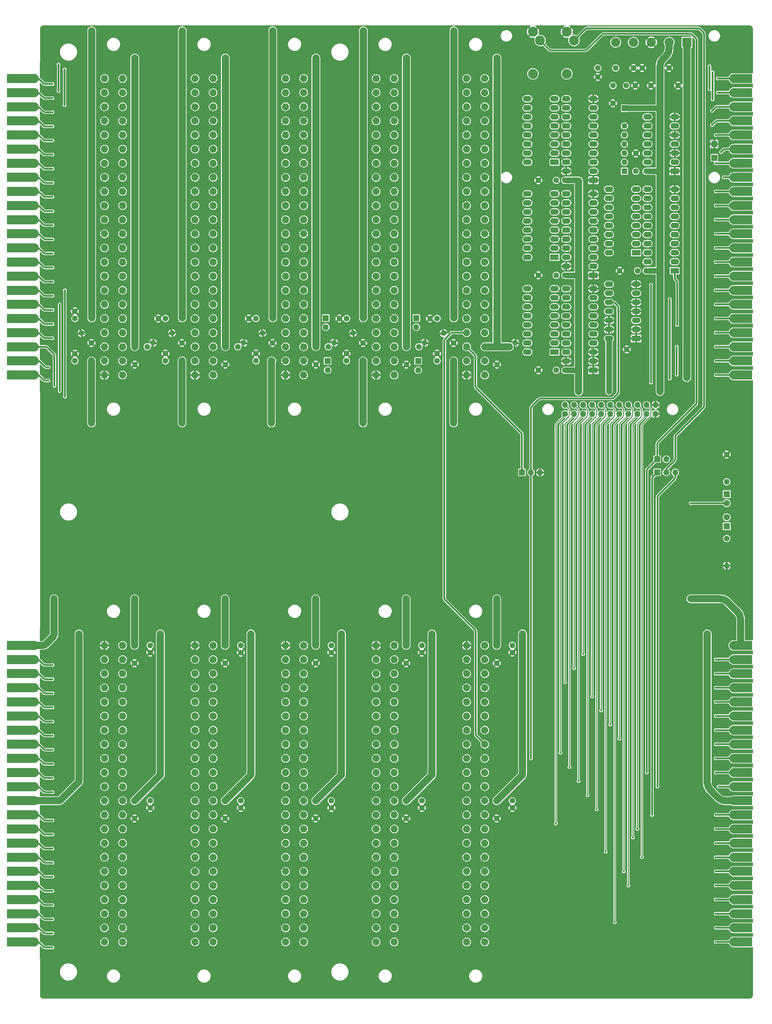
<source format=gbr>
%TF.GenerationSoftware,KiCad,Pcbnew,7.0.9*%
%TF.CreationDate,2024-01-02T13:31:37+01:00*%
%TF.ProjectId,kim-1-mtu-motherboard,6b696d2d-312d-46d7-9475-2d6d6f746865,rev?*%
%TF.SameCoordinates,Original*%
%TF.FileFunction,Copper,L2,Bot*%
%TF.FilePolarity,Positive*%
%FSLAX46Y46*%
G04 Gerber Fmt 4.6, Leading zero omitted, Abs format (unit mm)*
G04 Created by KiCad (PCBNEW 7.0.9) date 2024-01-02 13:31:37*
%MOMM*%
%LPD*%
G01*
G04 APERTURE LIST*
G04 Aperture macros list*
%AMFreePoly0*
4,1,22,-1.270000,3.180000,1.270000,3.180000,1.270000,-1.910000,1.254364,-2.108672,1.198732,-2.329454,1.104571,-2.536755,0.974909,-2.723912,0.813912,-2.884909,0.626755,-3.014571,0.419454,-3.108732,0.198672,-3.164364,0.000000,-3.180000,-0.198672,-3.164364,-0.419454,-3.108732,-0.626755,-3.014571,-0.813912,-2.884909,-0.974909,-2.723912,-1.104571,-2.536755,-1.198732,-2.329454,-1.254364,-2.108672,
-1.270000,-1.910000,-1.270000,3.180000,-1.270000,3.180000,$1*%
%AMFreePoly1*
4,1,22,-1.300000,4.445000,1.300000,4.445000,1.300000,-3.145000,1.280250,-3.370743,1.221600,-3.589626,1.125833,-3.795000,0.995858,-3.980624,0.835624,-4.140858,0.650000,-4.270833,0.444626,-4.366600,0.225743,-4.425250,0.000000,-4.445000,-0.225743,-4.425250,-0.444626,-4.366600,-0.650000,-4.270833,-0.835624,-4.140858,-0.995858,-3.980624,-1.125833,-3.795000,-1.221600,-3.589626,-1.280250,-3.370743,
-1.300000,-3.145000,-1.300000,4.445000,-1.300000,4.445000,$1*%
G04 Aperture macros list end*
%TA.AperFunction,ComponentPad*%
%ADD10R,2.400000X1.600000*%
%TD*%
%TA.AperFunction,ComponentPad*%
%ADD11O,2.400000X1.600000*%
%TD*%
%TA.AperFunction,ComponentPad*%
%ADD12C,1.600000*%
%TD*%
%TA.AperFunction,ConnectorPad*%
%ADD13FreePoly0,270.000000*%
%TD*%
%TA.AperFunction,ComponentPad*%
%ADD14C,2.800000*%
%TD*%
%TA.AperFunction,ComponentPad*%
%ADD15R,1.700000X1.700000*%
%TD*%
%TA.AperFunction,ComponentPad*%
%ADD16O,1.700000X1.700000*%
%TD*%
%TA.AperFunction,ConnectorPad*%
%ADD17FreePoly1,90.000000*%
%TD*%
%TA.AperFunction,ComponentPad*%
%ADD18O,1.600000X1.600000*%
%TD*%
%TA.AperFunction,ComponentPad*%
%ADD19R,1.800000X1.800000*%
%TD*%
%TA.AperFunction,ComponentPad*%
%ADD20C,1.800000*%
%TD*%
%TA.AperFunction,ComponentPad*%
%ADD21O,2.000000X2.000000*%
%TD*%
%TA.AperFunction,ComponentPad*%
%ADD22R,2.600000X2.600000*%
%TD*%
%TA.AperFunction,ComponentPad*%
%ADD23C,2.600000*%
%TD*%
%TA.AperFunction,ComponentPad*%
%ADD24R,1.600000X1.600000*%
%TD*%
%TA.AperFunction,ComponentPad*%
%ADD25C,1.700000*%
%TD*%
%TA.AperFunction,ViaPad*%
%ADD26C,0.600000*%
%TD*%
%TA.AperFunction,ViaPad*%
%ADD27C,2.000000*%
%TD*%
%TA.AperFunction,ViaPad*%
%ADD28C,1.600000*%
%TD*%
%TA.AperFunction,Conductor*%
%ADD29C,1.600000*%
%TD*%
%TA.AperFunction,Conductor*%
%ADD30C,2.000000*%
%TD*%
%TA.AperFunction,Conductor*%
%ADD31C,0.500000*%
%TD*%
%TA.AperFunction,Conductor*%
%ADD32C,0.250000*%
%TD*%
G04 APERTURE END LIST*
D10*
%TO.P,U1,1,G1*%
%TO.N,GND*%
X208260000Y-100470000D03*
D11*
%TO.P,U1,2,A0*%
%TO.N,/A6*%
X208260000Y-97930000D03*
%TO.P,U1,3,A1*%
%TO.N,/A5*%
X208260000Y-95390000D03*
%TO.P,U1,4,A2*%
%TO.N,/A4*%
X208260000Y-92850000D03*
%TO.P,U1,5,A3*%
%TO.N,/A3*%
X208260000Y-90310000D03*
%TO.P,U1,6,A4*%
%TO.N,/A2*%
X208260000Y-87770000D03*
%TO.P,U1,7,A5*%
%TO.N,/A1*%
X208260000Y-85230000D03*
%TO.P,U1,8,A6*%
%TO.N,/A0*%
X208260000Y-82690000D03*
%TO.P,U1,9,A7*%
%TO.N,/SYNC*%
X208260000Y-80150000D03*
%TO.P,U1,10,GND*%
%TO.N,GND*%
X208260000Y-77610000D03*
%TO.P,U1,11,Y7*%
%TO.N,Net-(RN1-R8.1)*%
X200640000Y-77610000D03*
%TO.P,U1,12,Y6*%
%TO.N,Net-(RN1-R7.1)*%
X200640000Y-80150000D03*
%TO.P,U1,13,Y5*%
%TO.N,Net-(RN1-R6.1)*%
X200640000Y-82690000D03*
%TO.P,U1,14,Y4*%
%TO.N,Net-(RN1-R5.1)*%
X200640000Y-85230000D03*
%TO.P,U1,15,Y3*%
%TO.N,Net-(RN1-R4.1)*%
X200640000Y-87770000D03*
%TO.P,U1,16,Y2*%
%TO.N,Net-(RN1-R3.1)*%
X200640000Y-90310000D03*
%TO.P,U1,17,Y1*%
%TO.N,Net-(RN1-R2.1)*%
X200640000Y-92850000D03*
%TO.P,U1,18,Y0*%
%TO.N,Net-(RN1-R1.1)*%
X200640000Y-95390000D03*
%TO.P,U1,19,G2*%
%TO.N,GND*%
X200640000Y-97930000D03*
%TO.P,U1,20,VCC*%
%TO.N,+5V*%
X200640000Y-100470000D03*
%TD*%
D12*
%TO.P,C38,1*%
%TO.N,+7.5V_RAW*%
X169090000Y-139230000D03*
%TO.P,C38,2*%
%TO.N,GND*%
X166222118Y-143325760D03*
%TD*%
%TO.P,C10,1*%
%TO.N,+5V*%
X226930000Y-73880000D03*
%TO.P,C10,2*%
%TO.N,GND*%
X224430000Y-73880000D03*
%TD*%
D13*
%TO.P,P12,A,+5V*%
%TO.N,+5V*%
X249550000Y-230910000D03*
%TO.P,P12,B,K0*%
%TO.N,/K0*%
X249550000Y-234870000D03*
%TO.P,P12,C,K1*%
%TO.N,/K1*%
X249550000Y-238830000D03*
%TO.P,P12,D,K2*%
%TO.N,/K2*%
X249550000Y-242790000D03*
%TO.P,P12,E,K3*%
%TO.N,/K3*%
X249550000Y-246750000D03*
%TO.P,P12,F,K4*%
%TO.N,/K4*%
X249550000Y-250710000D03*
%TO.P,P12,H,K5*%
%TO.N,/K5*%
X249550000Y-254670000D03*
%TO.P,P12,J,K7*%
%TO.N,/K7*%
X249550000Y-258630000D03*
%TO.P,P12,K,DECEN*%
%TO.N,/DECEN*%
X249550000Y-262590000D03*
%TO.P,P12,L,AUDIN*%
%TO.N,/AUDIN*%
X249550000Y-266550000D03*
%TO.P,P12,M,AUD_L*%
%TO.N,/AUD_L*%
X249550000Y-270510000D03*
%TO.P,P12,N,+12V*%
%TO.N,+12V*%
X249550000Y-274470000D03*
%TO.P,P12,P,AUD_H*%
%TO.N,/AUD_H*%
X249550000Y-278430000D03*
%TO.P,P12,R,KBD_R*%
%TO.N,/KBD_R*%
X249550000Y-282390000D03*
%TO.P,P12,S,PTR_R*%
%TO.N,/PTR_R*%
X249550000Y-286350000D03*
%TO.P,P12,T,KBD*%
%TO.N,/KBD*%
X249550000Y-290310000D03*
%TO.P,P12,U,PTR*%
%TO.N,/PTR*%
X249550000Y-294270000D03*
%TO.P,P12,V,ROW3*%
%TO.N,/ROW3*%
X249550000Y-298230000D03*
%TO.P,P12,W,COLG*%
%TO.N,/COLG*%
X249550000Y-302190000D03*
%TO.P,P12,X,ROW2*%
%TO.N,/ROW2*%
X249550000Y-306150000D03*
%TO.P,P12,Y,COLC*%
%TO.N,/COLC*%
X249550000Y-310110000D03*
%TO.P,P12,Z,ROW1*%
%TO.N,/ROW1*%
X249550000Y-314070000D03*
%TD*%
D10*
%TO.P,U3,1,G1*%
%TO.N,GND*%
X208260000Y-153730000D03*
D11*
%TO.P,U3,2,A0*%
X208260000Y-151190000D03*
%TO.P,U3,3,A1*%
X208260000Y-148650000D03*
%TO.P,U3,4,A2*%
%TO.N,/RAMRW*%
X208260000Y-146110000D03*
%TO.P,U3,5,A3*%
%TO.N,/~{\u00D82}*%
X208260000Y-143570000D03*
%TO.P,U3,6,A4*%
%TO.N,/~{R}{slash}W*%
X208260000Y-141030000D03*
%TO.P,U3,7,A5*%
%TO.N,/R{slash}~{W}*%
X208260000Y-138490000D03*
%TO.P,U3,8,A6*%
%TO.N,/\u00D82*%
X208260000Y-135950000D03*
%TO.P,U3,9,A7*%
%TO.N,/A15*%
X208260000Y-133410000D03*
%TO.P,U3,10,GND*%
%TO.N,GND*%
X208260000Y-130870000D03*
%TO.P,U3,11,Y7*%
%TO.N,Net-(RN3-R8.1)*%
X200640000Y-130870000D03*
%TO.P,U3,12,Y6*%
%TO.N,Net-(RN3-R7.1)*%
X200640000Y-133410000D03*
%TO.P,U3,13,Y5*%
%TO.N,Net-(RN3-R6.1)*%
X200640000Y-135950000D03*
%TO.P,U3,14,Y4*%
%TO.N,Net-(RN3-R5.1)*%
X200640000Y-138490000D03*
%TO.P,U3,15,Y3*%
%TO.N,Net-(RN3-R4.1)*%
X200640000Y-141030000D03*
%TO.P,U3,16,Y2*%
%TO.N,Net-(RN3-R3.1)*%
X200640000Y-143570000D03*
%TO.P,U3,17,Y1*%
%TO.N,unconnected-(U3-Y1-Pad17)*%
X200640000Y-146110000D03*
%TO.P,U3,18,Y0*%
%TO.N,unconnected-(U3-Y0-Pad18)*%
X200640000Y-148650000D03*
%TO.P,U3,19,G2*%
%TO.N,GND*%
X200640000Y-151190000D03*
%TO.P,U3,20,VCC*%
%TO.N,+5V*%
X200640000Y-153730000D03*
%TD*%
D12*
%TO.P,C52,1*%
%TO.N,+5V*%
X155740000Y-230910000D03*
%TO.P,C52,2*%
%TO.N,GND*%
X155740000Y-235910000D03*
%TD*%
%TO.P,C45,1*%
%TO.N,+5V*%
X109330000Y-230910000D03*
%TO.P,C45,2*%
%TO.N,GND*%
X109330000Y-232910000D03*
%TD*%
%TO.P,C27,1*%
%TO.N,+16V_RAW*%
X159280000Y-147150000D03*
%TO.P,C27,2*%
%TO.N,GND*%
X160918304Y-146002847D03*
%TD*%
%TO.P,C17,1*%
%TO.N,+5V*%
X139000000Y-151080000D03*
%TO.P,C17,2*%
%TO.N,GND*%
X139000000Y-149080000D03*
%TD*%
%TO.P,C37,1*%
%TO.N,+7.5V_RAW*%
X143690000Y-139230000D03*
%TO.P,C37,2*%
%TO.N,GND*%
X140822118Y-143325760D03*
%TD*%
D14*
%TO.P,J3,S*%
%TO.N,GND*%
X191290000Y-58800000D03*
%TO.P,J3,T*%
%TO.N,/AUDIN*%
X193290000Y-61250000D03*
%TO.P,J3,TN*%
%TO.N,unconnected-(J3-PadTN)*%
X191290000Y-70600000D03*
%TD*%
D12*
%TO.P,C41,1*%
%TO.N,+16V_RAW*%
X130400000Y-147150000D03*
%TO.P,C41,2*%
%TO.N,GND*%
X130400000Y-152150000D03*
%TD*%
%TO.P,C11,1*%
%TO.N,+12V*%
X234500000Y-73880000D03*
%TO.P,C11,2*%
%TO.N,GND*%
X232000000Y-73880000D03*
%TD*%
D15*
%TO.P,J6,1,Pin_1*%
%TO.N,Net-(J12-Pin_2)*%
X188190000Y-182380000D03*
D16*
%TO.P,J6,2,Pin_2*%
%TO.N,/DECEN*%
X190730000Y-182380000D03*
%TO.P,J6,3,Pin_3*%
%TO.N,GND*%
X193270000Y-182380000D03*
%TD*%
D17*
%TO.P,P14,A,+5V*%
%TO.N,+5V*%
X48240000Y-230910000D03*
%TO.P,P14,B,K0*%
%TO.N,/K0*%
X48240000Y-234870000D03*
%TO.P,P14,C,K1*%
%TO.N,/K1*%
X48240000Y-238830000D03*
%TO.P,P14,D,K2*%
%TO.N,/K2*%
X48240000Y-242790000D03*
%TO.P,P14,E,K3*%
%TO.N,/K3*%
X48240000Y-246750000D03*
%TO.P,P14,F,K4*%
%TO.N,/K4*%
X48240000Y-250710000D03*
%TO.P,P14,H,K5*%
%TO.N,/K5*%
X48240000Y-254670000D03*
%TO.P,P14,J,K7*%
%TO.N,/K7*%
X48240000Y-258630000D03*
%TO.P,P14,K,DECEN*%
%TO.N,/DECEN*%
X48240000Y-262590000D03*
%TO.P,P14,L,AUDIN*%
%TO.N,/AUDIN*%
X48240000Y-266550000D03*
%TO.P,P14,M,AUD_L*%
%TO.N,/AUD_L*%
X48240000Y-270510000D03*
%TO.P,P14,N,+12V*%
%TO.N,+12V*%
X48240000Y-274470000D03*
%TO.P,P14,P,AUD_H*%
%TO.N,/AUD_H*%
X48240000Y-278430000D03*
%TO.P,P14,R,KBD_R*%
%TO.N,/KBD_R*%
X48240000Y-282390000D03*
%TO.P,P14,S,PTR_R*%
%TO.N,/PTR_R*%
X48240000Y-286350000D03*
%TO.P,P14,T,KBD*%
%TO.N,/KBD*%
X48240000Y-290310000D03*
%TO.P,P14,U,PTR*%
%TO.N,/PTR*%
X48240000Y-294270000D03*
%TO.P,P14,V,ROW3*%
%TO.N,/ROW3*%
X48240000Y-298230000D03*
%TO.P,P14,W,COLG*%
%TO.N,/COLG*%
X48240000Y-302190000D03*
%TO.P,P14,X,ROW2*%
%TO.N,/ROW2*%
X48240000Y-306150000D03*
%TO.P,P14,Y,COLC*%
%TO.N,/COLC*%
X48240000Y-310110000D03*
%TO.P,P14,Z,ROW1*%
%TO.N,/ROW1*%
X48240000Y-314070000D03*
%TD*%
D12*
%TO.P,C53,1*%
%TO.N,+5V*%
X181140000Y-230910000D03*
%TO.P,C53,2*%
%TO.N,GND*%
X181140000Y-235910000D03*
%TD*%
%TO.P,C54,1*%
%TO.N,+12V*%
X83930000Y-274470000D03*
%TO.P,C54,2*%
%TO.N,GND*%
X83930000Y-276470000D03*
%TD*%
D10*
%TO.P,RN4,1,R1.1*%
%TO.N,Net-(RN4-R1.1)*%
X220240000Y-120750000D03*
D11*
%TO.P,RN4,2,R2.1*%
%TO.N,Net-(RN4-R2.1)*%
X220240000Y-118210000D03*
%TO.P,RN4,3,R3.1*%
%TO.N,Net-(RN4-R3.1)*%
X220240000Y-115670000D03*
%TO.P,RN4,4,R4.1*%
%TO.N,Net-(RN4-R4.1)*%
X220240000Y-113130000D03*
%TO.P,RN4,5,R5.1*%
%TO.N,Net-(RN4-R5.1)*%
X220240000Y-110590000D03*
%TO.P,RN4,6,R6.1*%
%TO.N,Net-(RN4-R6.1)*%
X220240000Y-108050000D03*
%TO.P,RN4,7,R7.1*%
%TO.N,Net-(RN4-R7.1)*%
X220240000Y-105510000D03*
%TO.P,RN4,8,R8.1*%
%TO.N,Net-(RN4-R8.1)*%
X220240000Y-102970000D03*
%TO.P,RN4,9,R8.2*%
%TO.N,/BD7*%
X212620000Y-102970000D03*
%TO.P,RN4,10,R7.2*%
%TO.N,/BD6*%
X212620000Y-105510000D03*
%TO.P,RN4,11,R6.2*%
%TO.N,/BD5*%
X212620000Y-108050000D03*
%TO.P,RN4,12,R5.2*%
%TO.N,/BD4*%
X212620000Y-110590000D03*
%TO.P,RN4,13,R4.2*%
%TO.N,/BD3*%
X212620000Y-113130000D03*
%TO.P,RN4,14,R3.2*%
%TO.N,/BD2*%
X212620000Y-115670000D03*
%TO.P,RN4,15,R2.2*%
%TO.N,/BD1*%
X212620000Y-118210000D03*
%TO.P,RN4,16,R1.2*%
%TO.N,/BD0*%
X212620000Y-120750000D03*
%TD*%
D12*
%TO.P,C64,1*%
%TO.N,+5V*%
X212620000Y-147890000D03*
%TO.P,C64,2*%
%TO.N,GND*%
X217620000Y-147890000D03*
%TD*%
%TO.P,C30,1*%
%TO.N,+5V*%
X92860000Y-151110000D03*
%TO.P,C30,2*%
%TO.N,GND*%
X92860000Y-146110000D03*
%TD*%
%TO.P,R2,1*%
%TO.N,Net-(D2-K)*%
X245670000Y-200930000D03*
D18*
%TO.P,R2,2*%
%TO.N,GND*%
X245670000Y-208550000D03*
%TD*%
D12*
%TO.P,C20,1*%
%TO.N,+7.5V_RAW*%
X88200000Y-139230000D03*
%TO.P,C20,2*%
%TO.N,GND*%
X86200000Y-139230000D03*
%TD*%
%TO.P,C18,1*%
%TO.N,+5V*%
X164400000Y-151080000D03*
%TO.P,C18,2*%
%TO.N,GND*%
X164400000Y-149080000D03*
%TD*%
%TO.P,C5,1*%
%TO.N,+5V*%
X220160000Y-97920000D03*
%TO.P,C5,2*%
%TO.N,GND*%
X220160000Y-92920000D03*
%TD*%
D15*
%TO.P,J12,1,Pin_1*%
%TO.N,Net-(J12-Pin_1)*%
X159100000Y-151150000D03*
D16*
%TO.P,J12,2,Pin_2*%
%TO.N,Net-(J12-Pin_2)*%
X159100000Y-153690000D03*
%TD*%
D19*
%TO.P,D2,1,K*%
%TO.N,Net-(D2-K)*%
X245670000Y-197490000D03*
D20*
%TO.P,D2,2,A*%
%TO.N,+12V*%
X245670000Y-194950000D03*
%TD*%
D21*
%TO.P,P8,1,GND*%
%TO.N,GND*%
X96500000Y-230910000D03*
%TO.P,P8,2,PA3*%
%TO.N,/PA3*%
X96500000Y-234870000D03*
%TO.P,P8,3,PA2*%
%TO.N,/PA2*%
X96500000Y-238830000D03*
%TO.P,P8,4,PA1*%
%TO.N,/PA1*%
X96500000Y-242790000D03*
%TO.P,P8,5,PA4*%
%TO.N,/PA4*%
X96500000Y-246750000D03*
%TO.P,P8,6,PA5*%
%TO.N,/PA5*%
X96500000Y-250710000D03*
%TO.P,P8,7,PA6*%
%TO.N,/PA6*%
X96500000Y-254670000D03*
%TO.P,P8,8,PA7*%
%TO.N,/PA7*%
X96500000Y-258630000D03*
%TO.P,P8,9,PB0*%
%TO.N,/PB0*%
X96500000Y-262590000D03*
%TO.P,P8,10,PB1*%
%TO.N,/PB1*%
X96500000Y-266550000D03*
%TO.P,P8,11,PB2*%
%TO.N,/PB2*%
X96500000Y-270510000D03*
%TO.P,P8,12,PB3*%
%TO.N,/PB3*%
X96500000Y-274470000D03*
%TO.P,P8,13,PB4*%
%TO.N,/PB4*%
X96500000Y-278430000D03*
%TO.P,P8,14,PA0*%
%TO.N,/PA0*%
X96500000Y-282390000D03*
%TO.P,P8,15,PB7*%
%TO.N,/PB7*%
X96500000Y-286350000D03*
%TO.P,P8,16,PB5*%
%TO.N,/PB5*%
X96500000Y-290310000D03*
%TO.P,P8,17,ROW0*%
%TO.N,/ROW0*%
X96500000Y-294270000D03*
%TO.P,P8,18,COLF*%
%TO.N,/COLF*%
X96500000Y-298230000D03*
%TO.P,P8,19,COLB*%
%TO.N,/COLB*%
X96500000Y-302190000D03*
%TO.P,P8,20,COLE*%
%TO.N,/COLE*%
X96500000Y-306150000D03*
%TO.P,P8,21,COLA*%
%TO.N,/COLA*%
X96500000Y-310110000D03*
%TO.P,P8,22,COLD*%
%TO.N,/COLD*%
X96500000Y-314070000D03*
%TO.P,P8,A,+5V*%
%TO.N,+5V*%
X101580000Y-230910000D03*
%TO.P,P8,B,K0*%
%TO.N,/K0*%
X101580000Y-234870000D03*
%TO.P,P8,C,K1*%
%TO.N,/K1*%
X101580000Y-238830000D03*
%TO.P,P8,D,K2*%
%TO.N,/K2*%
X101580000Y-242790000D03*
%TO.P,P8,E,K3*%
%TO.N,/K3*%
X101580000Y-246750000D03*
%TO.P,P8,F,K4*%
%TO.N,/K4*%
X101580000Y-250710000D03*
%TO.P,P8,H,K5*%
%TO.N,/K5*%
X101580000Y-254670000D03*
%TO.P,P8,J,K7*%
%TO.N,/K7*%
X101580000Y-258630000D03*
%TO.P,P8,K,DECEN*%
%TO.N,/DECEN*%
X101580000Y-262590000D03*
%TO.P,P8,L,AUDIN*%
%TO.N,/AUDIN*%
X101580000Y-266550000D03*
%TO.P,P8,M,AUD_L*%
%TO.N,/AUD_L*%
X101580000Y-270510000D03*
%TO.P,P8,N,+12V*%
%TO.N,+12V*%
X101580000Y-274470000D03*
%TO.P,P8,P,AUD_H*%
%TO.N,/AUD_H*%
X101580000Y-278430000D03*
%TO.P,P8,R,KBD_R*%
%TO.N,/KBD_R*%
X101580000Y-282390000D03*
%TO.P,P8,S,PTR_R*%
%TO.N,/PTR_R*%
X101580000Y-286350000D03*
%TO.P,P8,T,KBD*%
%TO.N,/KBD*%
X101580000Y-290310000D03*
%TO.P,P8,U,PTR*%
%TO.N,/PTR*%
X101580000Y-294270000D03*
%TO.P,P8,V,ROW3*%
%TO.N,/ROW3*%
X101580000Y-298230000D03*
%TO.P,P8,W,COLG*%
%TO.N,/COLG*%
X101580000Y-302190000D03*
%TO.P,P8,X,ROW2*%
%TO.N,/ROW2*%
X101580000Y-306150000D03*
%TO.P,P8,Y,COLC*%
%TO.N,/COLC*%
X101580000Y-310110000D03*
%TO.P,P8,Z,ROW1*%
%TO.N,/ROW1*%
X101580000Y-314070000D03*
%TD*%
D12*
%TO.P,C39,1*%
%TO.N,+16V_RAW*%
X79600000Y-147150000D03*
%TO.P,C39,2*%
%TO.N,GND*%
X79600000Y-152150000D03*
%TD*%
%TO.P,C6,1*%
%TO.N,GND*%
X221910000Y-68970000D03*
%TO.P,C6,2*%
%TO.N,+5V*%
X226910000Y-68970000D03*
%TD*%
%TO.P,C22,1*%
%TO.N,+7.5V_RAW*%
X139000000Y-139230000D03*
%TO.P,C22,2*%
%TO.N,GND*%
X137000000Y-139230000D03*
%TD*%
%TO.P,C14,1*%
%TO.N,+5V*%
X62800000Y-151110000D03*
%TO.P,C14,2*%
%TO.N,GND*%
X62800000Y-149110000D03*
%TD*%
D21*
%TO.P,P11,1,GND*%
%TO.N,GND*%
X172700000Y-230910000D03*
%TO.P,P11,2,PA3*%
%TO.N,/PA3*%
X172700000Y-234870000D03*
%TO.P,P11,3,PA2*%
%TO.N,/PA2*%
X172700000Y-238830000D03*
%TO.P,P11,4,PA1*%
%TO.N,/PA1*%
X172700000Y-242790000D03*
%TO.P,P11,5,PA4*%
%TO.N,/PA4*%
X172700000Y-246750000D03*
%TO.P,P11,6,PA5*%
%TO.N,/PA5*%
X172700000Y-250710000D03*
%TO.P,P11,7,PA6*%
%TO.N,/PA6*%
X172700000Y-254670000D03*
%TO.P,P11,8,PA7*%
%TO.N,/PA7*%
X172700000Y-258630000D03*
%TO.P,P11,9,PB0*%
%TO.N,/PB0*%
X172700000Y-262590000D03*
%TO.P,P11,10,PB1*%
%TO.N,/PB1*%
X172700000Y-266550000D03*
%TO.P,P11,11,PB2*%
%TO.N,/PB2*%
X172700000Y-270510000D03*
%TO.P,P11,12,PB3*%
%TO.N,/PB3*%
X172700000Y-274470000D03*
%TO.P,P11,13,PB4*%
%TO.N,/PB4*%
X172700000Y-278430000D03*
%TO.P,P11,14,PA0*%
%TO.N,/PA0*%
X172700000Y-282390000D03*
%TO.P,P11,15,PB7*%
%TO.N,/PB7*%
X172700000Y-286350000D03*
%TO.P,P11,16,PB5*%
%TO.N,/PB5*%
X172700000Y-290310000D03*
%TO.P,P11,17,ROW0*%
%TO.N,/ROW0*%
X172700000Y-294270000D03*
%TO.P,P11,18,COLF*%
%TO.N,/COLF*%
X172700000Y-298230000D03*
%TO.P,P11,19,COLB*%
%TO.N,/COLB*%
X172700000Y-302190000D03*
%TO.P,P11,20,COLE*%
%TO.N,/COLE*%
X172700000Y-306150000D03*
%TO.P,P11,21,COLA*%
%TO.N,/COLA*%
X172700000Y-310110000D03*
%TO.P,P11,22,COLD*%
%TO.N,/COLD*%
X172700000Y-314070000D03*
%TO.P,P11,A,+5V*%
%TO.N,+5V*%
X177780000Y-230910000D03*
%TO.P,P11,B,K0*%
%TO.N,/K0*%
X177780000Y-234870000D03*
%TO.P,P11,C,K1*%
%TO.N,/K1*%
X177780000Y-238830000D03*
%TO.P,P11,D,K2*%
%TO.N,/K2*%
X177780000Y-242790000D03*
%TO.P,P11,E,K3*%
%TO.N,/K3*%
X177780000Y-246750000D03*
%TO.P,P11,F,K4*%
%TO.N,/K4*%
X177780000Y-250710000D03*
%TO.P,P11,H,K5*%
%TO.N,/K5*%
X177780000Y-254670000D03*
%TO.P,P11,J,K7*%
%TO.N,/K7*%
X177780000Y-258630000D03*
%TO.P,P11,K,DECEN*%
%TO.N,/DECEN*%
X177780000Y-262590000D03*
%TO.P,P11,L,AUDIN*%
%TO.N,/AUDIN*%
X177780000Y-266550000D03*
%TO.P,P11,M,AUD_L*%
%TO.N,/AUD_L*%
X177780000Y-270510000D03*
%TO.P,P11,N,+12V*%
%TO.N,+12V*%
X177780000Y-274470000D03*
%TO.P,P11,P,AUD_H*%
%TO.N,/AUD_H*%
X177780000Y-278430000D03*
%TO.P,P11,R,KBD_R*%
%TO.N,/KBD_R*%
X177780000Y-282390000D03*
%TO.P,P11,S,PTR_R*%
%TO.N,/PTR_R*%
X177780000Y-286350000D03*
%TO.P,P11,T,KBD*%
%TO.N,/KBD*%
X177780000Y-290310000D03*
%TO.P,P11,U,PTR*%
%TO.N,/PTR*%
X177780000Y-294270000D03*
%TO.P,P11,V,ROW3*%
%TO.N,/ROW3*%
X177780000Y-298230000D03*
%TO.P,P11,W,COLG*%
%TO.N,/COLG*%
X177780000Y-302190000D03*
%TO.P,P11,X,ROW2*%
%TO.N,/ROW2*%
X177780000Y-306150000D03*
%TO.P,P11,Y,COLC*%
%TO.N,/COLC*%
X177780000Y-310110000D03*
%TO.P,P11,Z,ROW1*%
%TO.N,/ROW1*%
X177780000Y-314070000D03*
%TD*%
D12*
%TO.P,C24,1*%
%TO.N,+16V_RAW*%
X83080000Y-147150000D03*
%TO.P,C24,2*%
%TO.N,GND*%
X84718304Y-146002847D03*
%TD*%
D22*
%TO.P,J1,1,Pin_1*%
%TO.N,+12V*%
X234500000Y-61755000D03*
D23*
%TO.P,J1,2,Pin_2*%
%TO.N,+5V*%
X229500000Y-61755000D03*
%TO.P,J1,3,Pin_3*%
%TO.N,GND*%
X224500000Y-61755000D03*
%TO.P,J1,4,Pin_4*%
%TO.N,+16V_RAW*%
X219500000Y-61755000D03*
%TO.P,J1,5,Pin_5*%
%TO.N,+7.5V_RAW*%
X214500000Y-61755000D03*
%TD*%
D12*
%TO.P,C25,1*%
%TO.N,+16V_RAW*%
X108480000Y-147150000D03*
%TO.P,C25,2*%
%TO.N,GND*%
X110118304Y-146002847D03*
%TD*%
D15*
%TO.P,J10,1,Pin_1*%
%TO.N,+5V*%
X217040000Y-80240000D03*
%TD*%
D12*
%TO.P,C58,1*%
%TO.N,+12V*%
X185530000Y-274470000D03*
%TO.P,C58,2*%
%TO.N,GND*%
X185530000Y-276470000D03*
%TD*%
D21*
%TO.P,P1,1,SYNC*%
%TO.N,/BSYNC*%
X71100000Y-71910000D03*
%TO.P,P1,2,PIN_2*%
%TO.N,/PIN_2*%
X71100000Y-75870000D03*
%TO.P,P1,3,PIN_3*%
%TO.N,/PIN_3*%
X71100000Y-79830000D03*
%TO.P,P1,4,~{IRQ}*%
%TO.N,/~{BIRQ}*%
X71100000Y-83790000D03*
%TO.P,P1,5,R0*%
%TO.N,/BRO*%
X71100000Y-87750000D03*
%TO.P,P1,6,~{NMI}*%
%TO.N,/~{BNMI}*%
X71100000Y-91710000D03*
%TO.P,P1,7,~{RES}*%
%TO.N,/~{RES}*%
X71100000Y-95670000D03*
%TO.P,P1,8,D7*%
%TO.N,/BD7*%
X71100000Y-99630000D03*
%TO.P,P1,9,D6*%
%TO.N,/BD6*%
X71100000Y-103590000D03*
%TO.P,P1,10,D5*%
%TO.N,/BD5*%
X71100000Y-107550000D03*
%TO.P,P1,11,D4*%
%TO.N,/BD4*%
X71100000Y-111510000D03*
%TO.P,P1,12,D3*%
%TO.N,/BD3*%
X71100000Y-115470000D03*
%TO.P,P1,13,D2*%
%TO.N,/BD2*%
X71100000Y-119430000D03*
%TO.P,P1,14,D1*%
%TO.N,/BD1*%
X71100000Y-123390000D03*
%TO.P,P1,15,D0*%
%TO.N,/BD0*%
X71100000Y-127350000D03*
%TO.P,P1,16,PIN_16*%
%TO.N,/PIN_16*%
X71100000Y-131310000D03*
%TO.P,P1,17,PIN_17*%
%TO.N,/PIN_17*%
X71100000Y-135270000D03*
%TO.P,P1,18,+7.5V_RAW*%
%TO.N,+7.5V_RAW*%
X71100000Y-139230000D03*
%TO.P,P1,19,~{VECTOR_FETCH}*%
%TO.N,/BK7*%
X71100000Y-143190000D03*
%TO.P,P1,20,~{DECODE_ENABLE}*%
%TO.N,/BDECEN*%
X71100000Y-147150000D03*
%TO.P,P1,21,+5V*%
%TO.N,+5V*%
X71100000Y-151110000D03*
%TO.P,P1,22,GND*%
%TO.N,GND*%
X71100000Y-155070000D03*
%TO.P,P1,A,A0*%
%TO.N,/BA0*%
X76180000Y-71910000D03*
%TO.P,P1,B,A1*%
%TO.N,/BA1*%
X76180000Y-75870000D03*
%TO.P,P1,C,A2*%
%TO.N,/BA2*%
X76180000Y-79830000D03*
%TO.P,P1,D,A3*%
%TO.N,/BA3*%
X76180000Y-83790000D03*
%TO.P,P1,E,A4*%
%TO.N,/BA4*%
X76180000Y-87750000D03*
%TO.P,P1,F,A5*%
%TO.N,/BA5*%
X76180000Y-91710000D03*
%TO.P,P1,H,A6*%
%TO.N,/BA6*%
X76180000Y-95670000D03*
%TO.P,P1,J,A7*%
%TO.N,/BA7*%
X76180000Y-99630000D03*
%TO.P,P1,K,A8*%
%TO.N,/BA8*%
X76180000Y-103590000D03*
%TO.P,P1,L,A9*%
%TO.N,/BA9*%
X76180000Y-107550000D03*
%TO.P,P1,M,A10*%
%TO.N,/BA10*%
X76180000Y-111510000D03*
%TO.P,P1,N,A11*%
%TO.N,/BA11*%
X76180000Y-115470000D03*
%TO.P,P1,P,A12*%
%TO.N,/BA12*%
X76180000Y-119430000D03*
%TO.P,P1,R,A13*%
%TO.N,/BA13*%
X76180000Y-123390000D03*
%TO.P,P1,S,A14*%
%TO.N,/BA14*%
X76180000Y-127350000D03*
%TO.P,P1,T,A15*%
%TO.N,/BA15*%
X76180000Y-131310000D03*
%TO.P,P1,U,\u00D82*%
%TO.N,/B\u00D82*%
X76180000Y-135270000D03*
%TO.P,P1,V,R/~{W}*%
%TO.N,/BR{slash}~{W}*%
X76180000Y-139230000D03*
%TO.P,P1,W,~{R}/W*%
%TO.N,/B~{R}{slash}W*%
X76180000Y-143190000D03*
%TO.P,P1,X,+16V_RAW*%
%TO.N,+16V_RAW*%
X76180000Y-147150000D03*
%TO.P,P1,Y,~{\u00D82}*%
%TO.N,/B~{\u00D82}*%
X76180000Y-151110000D03*
%TO.P,P1,Z,RAMRW*%
%TO.N,/BRAMRW*%
X76180000Y-155070000D03*
%TD*%
D12*
%TO.P,C49,1*%
%TO.N,+5V*%
X79540000Y-230910000D03*
%TO.P,C49,2*%
%TO.N,GND*%
X79540000Y-235910000D03*
%TD*%
%TO.P,R1,1*%
%TO.N,GND*%
X245650000Y-177400000D03*
D18*
%TO.P,R1,2*%
%TO.N,Net-(D1-K)*%
X245650000Y-185020000D03*
%TD*%
D12*
%TO.P,C43,1*%
%TO.N,+16V_RAW*%
X181200000Y-147150000D03*
%TO.P,C43,2*%
%TO.N,GND*%
X181200000Y-152150000D03*
%TD*%
%TO.P,C55,1*%
%TO.N,+12V*%
X109330000Y-274470000D03*
%TO.P,C55,2*%
%TO.N,GND*%
X109330000Y-276470000D03*
%TD*%
D13*
%TO.P,P6,A,A0*%
%TO.N,/A0*%
X249550000Y-71910000D03*
%TO.P,P6,B,A1*%
%TO.N,/A1*%
X249550000Y-75870000D03*
%TO.P,P6,C,A2*%
%TO.N,/A2*%
X249550000Y-79830000D03*
%TO.P,P6,D,A3*%
%TO.N,/A3*%
X249550000Y-83790000D03*
%TO.P,P6,E,A4*%
%TO.N,/A4*%
X249550000Y-87750000D03*
%TO.P,P6,F,A5*%
%TO.N,/A5*%
X249550000Y-91710000D03*
%TO.P,P6,H,A6*%
%TO.N,/A6*%
X249550000Y-95670000D03*
%TO.P,P6,J,A7*%
%TO.N,/A7*%
X249550000Y-99630000D03*
%TO.P,P6,K,A8*%
%TO.N,/A8*%
X249550000Y-103590000D03*
%TO.P,P6,L,A9*%
%TO.N,/A9*%
X249550000Y-107550000D03*
%TO.P,P6,M,A10*%
%TO.N,/A10*%
X249550000Y-111510000D03*
%TO.P,P6,N,A11*%
%TO.N,/A11*%
X249550000Y-115470000D03*
%TO.P,P6,P,A12*%
%TO.N,/A12*%
X249550000Y-119430000D03*
%TO.P,P6,R,A13*%
%TO.N,/A13*%
X249550000Y-123390000D03*
%TO.P,P6,S,A14*%
%TO.N,/A14*%
X249550000Y-127350000D03*
%TO.P,P6,T,A15*%
%TO.N,/A15*%
X249550000Y-131310000D03*
%TO.P,P6,U,\u00D82*%
%TO.N,/\u00D82*%
X249550000Y-135270000D03*
%TO.P,P6,V,R/~{W}*%
%TO.N,/R{slash}~{W}*%
X249550000Y-139230000D03*
%TO.P,P6,W,~{R}/W*%
%TO.N,/~{R}{slash}W*%
X249550000Y-143190000D03*
%TO.P,P6,X,PLL*%
%TO.N,/PLL*%
X249550000Y-147150000D03*
%TO.P,P6,Y,~{\u00D82}*%
%TO.N,/~{\u00D82}*%
X249550000Y-151110000D03*
%TO.P,P6,Z,RAMRW*%
%TO.N,/RAMRW*%
X249550000Y-155070000D03*
%TD*%
D12*
%TO.P,C16,1*%
%TO.N,+5V*%
X113600000Y-151080000D03*
%TO.P,C16,2*%
%TO.N,GND*%
X113600000Y-149080000D03*
%TD*%
%TO.P,C29,1*%
%TO.N,+5V*%
X67460000Y-151110000D03*
%TO.P,C29,2*%
%TO.N,GND*%
X67460000Y-146110000D03*
%TD*%
D15*
%TO.P,J13,1,Pin_1*%
%TO.N,/BK7*%
X133170000Y-139100000D03*
D16*
%TO.P,J13,2,Pin_2*%
%TO.N,Net-(J11-Pin_1)*%
X133170000Y-141640000D03*
%TD*%
D17*
%TO.P,P13,A,A0*%
%TO.N,/BA0*%
X48240000Y-71910000D03*
%TO.P,P13,B,A1*%
%TO.N,/BA1*%
X48240000Y-75870000D03*
%TO.P,P13,C,A2*%
%TO.N,/BA2*%
X48240000Y-79830000D03*
%TO.P,P13,D,A3*%
%TO.N,/BA3*%
X48240000Y-83790000D03*
%TO.P,P13,E,A4*%
%TO.N,/BA4*%
X48240000Y-87750000D03*
%TO.P,P13,F,A5*%
%TO.N,/BA5*%
X48240000Y-91710000D03*
%TO.P,P13,H,A6*%
%TO.N,/BA6*%
X48240000Y-95670000D03*
%TO.P,P13,J,A7*%
%TO.N,/BA7*%
X48240000Y-99630000D03*
%TO.P,P13,K,A8*%
%TO.N,/BA8*%
X48240000Y-103590000D03*
%TO.P,P13,L,A9*%
%TO.N,/BA9*%
X48240000Y-107550000D03*
%TO.P,P13,M,A10*%
%TO.N,/BA10*%
X48240000Y-111510000D03*
%TO.P,P13,N,A11*%
%TO.N,/BA11*%
X48240000Y-115470000D03*
%TO.P,P13,P,A12*%
%TO.N,/BA12*%
X48240000Y-119430000D03*
%TO.P,P13,R,A13*%
%TO.N,/BA13*%
X48240000Y-123390000D03*
%TO.P,P13,S,A14*%
%TO.N,/BA14*%
X48240000Y-127350000D03*
%TO.P,P13,T,A15*%
%TO.N,/BA15*%
X48240000Y-131310000D03*
%TO.P,P13,U,\u00D82*%
%TO.N,/B\u00D82*%
X48240000Y-135270000D03*
%TO.P,P13,V,R/~{W}*%
%TO.N,/BR{slash}~{W}*%
X48240000Y-139230000D03*
%TO.P,P13,W,~{R}/W*%
%TO.N,/B~{R}{slash}W*%
X48240000Y-143190000D03*
%TO.P,P13,X,PLL*%
%TO.N,/PLL*%
X48240000Y-147150000D03*
%TO.P,P13,Y,~{\u00D82}*%
%TO.N,/B~{\u00D82}*%
X48240000Y-151110000D03*
%TO.P,P13,Z,RAMRW*%
%TO.N,/BRAMRW*%
X48240000Y-155070000D03*
%TD*%
D10*
%TO.P,RN1,1,R1.1*%
%TO.N,Net-(RN1-R1.1)*%
X197350000Y-95390000D03*
D11*
%TO.P,RN1,2,R2.1*%
%TO.N,Net-(RN1-R2.1)*%
X197350000Y-92850000D03*
%TO.P,RN1,3,R3.1*%
%TO.N,Net-(RN1-R3.1)*%
X197350000Y-90310000D03*
%TO.P,RN1,4,R4.1*%
%TO.N,Net-(RN1-R4.1)*%
X197350000Y-87770000D03*
%TO.P,RN1,5,R5.1*%
%TO.N,Net-(RN1-R5.1)*%
X197350000Y-85230000D03*
%TO.P,RN1,6,R6.1*%
%TO.N,Net-(RN1-R6.1)*%
X197350000Y-82690000D03*
%TO.P,RN1,7,R7.1*%
%TO.N,Net-(RN1-R7.1)*%
X197350000Y-80150000D03*
%TO.P,RN1,8,R8.1*%
%TO.N,Net-(RN1-R8.1)*%
X197350000Y-77610000D03*
%TO.P,RN1,9,R8.2*%
%TO.N,/BSYNC*%
X189730000Y-77610000D03*
%TO.P,RN1,10,R7.2*%
%TO.N,/BA0*%
X189730000Y-80150000D03*
%TO.P,RN1,11,R6.2*%
%TO.N,/BA1*%
X189730000Y-82690000D03*
%TO.P,RN1,12,R5.2*%
%TO.N,/BA2*%
X189730000Y-85230000D03*
%TO.P,RN1,13,R4.2*%
%TO.N,/BA3*%
X189730000Y-87770000D03*
%TO.P,RN1,14,R3.2*%
%TO.N,/BA4*%
X189730000Y-90310000D03*
%TO.P,RN1,15,R2.2*%
%TO.N,/BA5*%
X189730000Y-92850000D03*
%TO.P,RN1,16,R1.2*%
%TO.N,/BA6*%
X189730000Y-95390000D03*
%TD*%
D12*
%TO.P,C40,1*%
%TO.N,+16V_RAW*%
X105000000Y-147150000D03*
%TO.P,C40,2*%
%TO.N,GND*%
X105000000Y-152150000D03*
%TD*%
%TO.P,C59,1*%
%TO.N,+12V*%
X79540000Y-274470000D03*
%TO.P,C59,2*%
%TO.N,GND*%
X79540000Y-279470000D03*
%TD*%
%TO.P,C1,1*%
%TO.N,+5V*%
X197840000Y-100470000D03*
%TO.P,C1,2*%
%TO.N,GND*%
X192840000Y-100470000D03*
%TD*%
D14*
%TO.P,J2,S*%
%TO.N,GND*%
X200810000Y-58800000D03*
%TO.P,J2,T*%
%TO.N,Net-(J4-Pin_2)*%
X202810000Y-61250000D03*
%TO.P,J2,TN*%
%TO.N,unconnected-(J2-PadTN)*%
X200810000Y-70600000D03*
%TD*%
D12*
%TO.P,C31,1*%
%TO.N,+5V*%
X118260000Y-151110000D03*
%TO.P,C31,2*%
%TO.N,GND*%
X118260000Y-146110000D03*
%TD*%
D21*
%TO.P,P4,1,SYNC*%
%TO.N,/BSYNC*%
X147300000Y-71910000D03*
%TO.P,P4,2,PIN_2*%
%TO.N,/PIN_2*%
X147300000Y-75870000D03*
%TO.P,P4,3,PIN_3*%
%TO.N,/PIN_3*%
X147300000Y-79830000D03*
%TO.P,P4,4,~{IRQ}*%
%TO.N,/~{BIRQ}*%
X147300000Y-83790000D03*
%TO.P,P4,5,R0*%
%TO.N,/BRO*%
X147300000Y-87750000D03*
%TO.P,P4,6,~{NMI}*%
%TO.N,/~{BNMI}*%
X147300000Y-91710000D03*
%TO.P,P4,7,~{RES}*%
%TO.N,/~{RES}*%
X147300000Y-95670000D03*
%TO.P,P4,8,D7*%
%TO.N,/BD7*%
X147300000Y-99630000D03*
%TO.P,P4,9,D6*%
%TO.N,/BD6*%
X147300000Y-103590000D03*
%TO.P,P4,10,D5*%
%TO.N,/BD5*%
X147300000Y-107550000D03*
%TO.P,P4,11,D4*%
%TO.N,/BD4*%
X147300000Y-111510000D03*
%TO.P,P4,12,D3*%
%TO.N,/BD3*%
X147300000Y-115470000D03*
%TO.P,P4,13,D2*%
%TO.N,/BD2*%
X147300000Y-119430000D03*
%TO.P,P4,14,D1*%
%TO.N,/BD1*%
X147300000Y-123390000D03*
%TO.P,P4,15,D0*%
%TO.N,/BD0*%
X147300000Y-127350000D03*
%TO.P,P4,16,PIN_16*%
%TO.N,/PIN_16*%
X147300000Y-131310000D03*
%TO.P,P4,17,PIN_17*%
%TO.N,/PIN_17*%
X147300000Y-135270000D03*
%TO.P,P4,18,+7.5V_RAW*%
%TO.N,+7.5V_RAW*%
X147300000Y-139230000D03*
%TO.P,P4,19,~{VECTOR_FETCH}*%
%TO.N,Net-(J11-Pin_1)*%
X147300000Y-143190000D03*
%TO.P,P4,20,~{DECODE_ENABLE}*%
%TO.N,Net-(J12-Pin_1)*%
X147300000Y-147150000D03*
%TO.P,P4,21,+5V*%
%TO.N,+5V*%
X147300000Y-151110000D03*
%TO.P,P4,22,GND*%
%TO.N,GND*%
X147300000Y-155070000D03*
%TO.P,P4,A,A0*%
%TO.N,/BA0*%
X152380000Y-71910000D03*
%TO.P,P4,B,A1*%
%TO.N,/BA1*%
X152380000Y-75870000D03*
%TO.P,P4,C,A2*%
%TO.N,/BA2*%
X152380000Y-79830000D03*
%TO.P,P4,D,A3*%
%TO.N,/BA3*%
X152380000Y-83790000D03*
%TO.P,P4,E,A4*%
%TO.N,/BA4*%
X152380000Y-87750000D03*
%TO.P,P4,F,A5*%
%TO.N,/BA5*%
X152380000Y-91710000D03*
%TO.P,P4,H,A6*%
%TO.N,/BA6*%
X152380000Y-95670000D03*
%TO.P,P4,J,A7*%
%TO.N,/BA7*%
X152380000Y-99630000D03*
%TO.P,P4,K,A8*%
%TO.N,/BA8*%
X152380000Y-103590000D03*
%TO.P,P4,L,A9*%
%TO.N,/BA9*%
X152380000Y-107550000D03*
%TO.P,P4,M,A10*%
%TO.N,/BA10*%
X152380000Y-111510000D03*
%TO.P,P4,N,A11*%
%TO.N,/BA11*%
X152380000Y-115470000D03*
%TO.P,P4,P,A12*%
%TO.N,/BA12*%
X152380000Y-119430000D03*
%TO.P,P4,R,A13*%
%TO.N,/BA13*%
X152380000Y-123390000D03*
%TO.P,P4,S,A14*%
%TO.N,/BA14*%
X152380000Y-127350000D03*
%TO.P,P4,T,A15*%
%TO.N,/BA15*%
X152380000Y-131310000D03*
%TO.P,P4,U,\u00D82*%
%TO.N,/B\u00D82*%
X152380000Y-135270000D03*
%TO.P,P4,V,R/~{W}*%
%TO.N,/BR{slash}~{W}*%
X152380000Y-139230000D03*
%TO.P,P4,W,~{R}/W*%
%TO.N,/B~{R}{slash}W*%
X152380000Y-143190000D03*
%TO.P,P4,X,+16V_RAW*%
%TO.N,+16V_RAW*%
X152380000Y-147150000D03*
%TO.P,P4,Y,~{\u00D82}*%
%TO.N,/B~{\u00D82}*%
X152380000Y-151110000D03*
%TO.P,P4,Z,RAMRW*%
%TO.N,/BRAMRW*%
X152380000Y-155070000D03*
%TD*%
D12*
%TO.P,C21,1*%
%TO.N,+7.5V_RAW*%
X113600000Y-139230000D03*
%TO.P,C21,2*%
%TO.N,GND*%
X111600000Y-139230000D03*
%TD*%
%TO.P,C56,1*%
%TO.N,+12V*%
X134730000Y-274470000D03*
%TO.P,C56,2*%
%TO.N,GND*%
X134730000Y-276470000D03*
%TD*%
%TO.P,C57,1*%
%TO.N,+12V*%
X160130000Y-274470000D03*
%TO.P,C57,2*%
%TO.N,GND*%
X160130000Y-276470000D03*
%TD*%
%TO.P,C44,1*%
%TO.N,+5V*%
X83930000Y-230910000D03*
%TO.P,C44,2*%
%TO.N,GND*%
X83930000Y-232910000D03*
%TD*%
%TO.P,C32,1*%
%TO.N,+5V*%
X143660000Y-151110000D03*
%TO.P,C32,2*%
%TO.N,GND*%
X143660000Y-146110000D03*
%TD*%
%TO.P,C35,1*%
%TO.N,+7.5V_RAW*%
X92890000Y-139230000D03*
%TO.P,C35,2*%
%TO.N,GND*%
X90022118Y-143325760D03*
%TD*%
%TO.P,C50,1*%
%TO.N,+5V*%
X104940000Y-230910000D03*
%TO.P,C50,2*%
%TO.N,GND*%
X104940000Y-235910000D03*
%TD*%
D15*
%TO.P,J11,1,Pin_1*%
%TO.N,Net-(J11-Pin_1)*%
X158570000Y-139100000D03*
D16*
%TO.P,J11,2,Pin_2*%
%TO.N,/K7*%
X158570000Y-141640000D03*
%TD*%
D10*
%TO.P,U2,1,G1*%
%TO.N,GND*%
X208260000Y-127100000D03*
D11*
%TO.P,U2,2,A0*%
%TO.N,/A14*%
X208260000Y-124560000D03*
%TO.P,U2,3,A1*%
%TO.N,/A13*%
X208260000Y-122020000D03*
%TO.P,U2,4,A2*%
%TO.N,/A12*%
X208260000Y-119480000D03*
%TO.P,U2,5,A3*%
%TO.N,/A11*%
X208260000Y-116940000D03*
%TO.P,U2,6,A4*%
%TO.N,/A10*%
X208260000Y-114400000D03*
%TO.P,U2,7,A5*%
%TO.N,/A9*%
X208260000Y-111860000D03*
%TO.P,U2,8,A6*%
%TO.N,/A8*%
X208260000Y-109320000D03*
%TO.P,U2,9,A7*%
%TO.N,/A7*%
X208260000Y-106780000D03*
%TO.P,U2,10,GND*%
%TO.N,GND*%
X208260000Y-104240000D03*
%TO.P,U2,11,Y7*%
%TO.N,Net-(RN2-R8.1)*%
X200640000Y-104240000D03*
%TO.P,U2,12,Y6*%
%TO.N,Net-(RN2-R7.1)*%
X200640000Y-106780000D03*
%TO.P,U2,13,Y5*%
%TO.N,Net-(RN2-R6.1)*%
X200640000Y-109320000D03*
%TO.P,U2,14,Y4*%
%TO.N,Net-(RN2-R5.1)*%
X200640000Y-111860000D03*
%TO.P,U2,15,Y3*%
%TO.N,Net-(RN2-R4.1)*%
X200640000Y-114400000D03*
%TO.P,U2,16,Y2*%
%TO.N,Net-(RN2-R3.1)*%
X200640000Y-116940000D03*
%TO.P,U2,17,Y1*%
%TO.N,Net-(RN2-R2.1)*%
X200640000Y-119480000D03*
%TO.P,U2,18,Y0*%
%TO.N,Net-(RN2-R1.1)*%
X200640000Y-122020000D03*
%TO.P,U2,19,G2*%
%TO.N,GND*%
X200640000Y-124560000D03*
%TO.P,U2,20,VCC*%
%TO.N,+5V*%
X200640000Y-127100000D03*
%TD*%
D12*
%TO.P,C63,1*%
%TO.N,+12V*%
X181140000Y-274470000D03*
%TO.P,C63,2*%
%TO.N,GND*%
X181140000Y-279470000D03*
%TD*%
%TO.P,C8,1*%
%TO.N,GND*%
X219500000Y-68970000D03*
%TO.P,C8,2*%
%TO.N,+7.5V_RAW*%
X214500000Y-68970000D03*
%TD*%
D21*
%TO.P,P7,1,GND*%
%TO.N,GND*%
X71100000Y-230910000D03*
%TO.P,P7,2,PA3*%
%TO.N,/PA3*%
X71100000Y-234870000D03*
%TO.P,P7,3,PA2*%
%TO.N,/PA2*%
X71100000Y-238830000D03*
%TO.P,P7,4,PA1*%
%TO.N,/PA1*%
X71100000Y-242790000D03*
%TO.P,P7,5,PA4*%
%TO.N,/PA4*%
X71100000Y-246750000D03*
%TO.P,P7,6,PA5*%
%TO.N,/PA5*%
X71100000Y-250710000D03*
%TO.P,P7,7,PA6*%
%TO.N,/PA6*%
X71100000Y-254670000D03*
%TO.P,P7,8,PA7*%
%TO.N,/PA7*%
X71100000Y-258630000D03*
%TO.P,P7,9,PB0*%
%TO.N,/PB0*%
X71100000Y-262590000D03*
%TO.P,P7,10,PB1*%
%TO.N,/PB1*%
X71100000Y-266550000D03*
%TO.P,P7,11,PB2*%
%TO.N,/PB2*%
X71100000Y-270510000D03*
%TO.P,P7,12,PB3*%
%TO.N,/PB3*%
X71100000Y-274470000D03*
%TO.P,P7,13,PB4*%
%TO.N,/PB4*%
X71100000Y-278430000D03*
%TO.P,P7,14,PA0*%
%TO.N,/PA0*%
X71100000Y-282390000D03*
%TO.P,P7,15,PB7*%
%TO.N,/PB7*%
X71100000Y-286350000D03*
%TO.P,P7,16,PB5*%
%TO.N,/PB5*%
X71100000Y-290310000D03*
%TO.P,P7,17,ROW0*%
%TO.N,/ROW0*%
X71100000Y-294270000D03*
%TO.P,P7,18,COLF*%
%TO.N,/COLF*%
X71100000Y-298230000D03*
%TO.P,P7,19,COLB*%
%TO.N,/COLB*%
X71100000Y-302190000D03*
%TO.P,P7,20,COLE*%
%TO.N,/COLE*%
X71100000Y-306150000D03*
%TO.P,P7,21,COLA*%
%TO.N,/COLA*%
X71100000Y-310110000D03*
%TO.P,P7,22,COLD*%
%TO.N,/COLD*%
X71100000Y-314070000D03*
%TO.P,P7,A,+5V*%
%TO.N,+5V*%
X76180000Y-230910000D03*
%TO.P,P7,B,K0*%
%TO.N,/K0*%
X76180000Y-234870000D03*
%TO.P,P7,C,K1*%
%TO.N,/K1*%
X76180000Y-238830000D03*
%TO.P,P7,D,K2*%
%TO.N,/K2*%
X76180000Y-242790000D03*
%TO.P,P7,E,K3*%
%TO.N,/K3*%
X76180000Y-246750000D03*
%TO.P,P7,F,K4*%
%TO.N,/K4*%
X76180000Y-250710000D03*
%TO.P,P7,H,K5*%
%TO.N,/K5*%
X76180000Y-254670000D03*
%TO.P,P7,J,K7*%
%TO.N,/K7*%
X76180000Y-258630000D03*
%TO.P,P7,K,DECEN*%
%TO.N,/DECEN*%
X76180000Y-262590000D03*
%TO.P,P7,L,AUDIN*%
%TO.N,/AUDIN*%
X76180000Y-266550000D03*
%TO.P,P7,M,AUD_L*%
%TO.N,/AUD_L*%
X76180000Y-270510000D03*
%TO.P,P7,N,+12V*%
%TO.N,+12V*%
X76180000Y-274470000D03*
%TO.P,P7,P,AUD_H*%
%TO.N,/AUD_H*%
X76180000Y-278430000D03*
%TO.P,P7,R,KBD_R*%
%TO.N,/KBD_R*%
X76180000Y-282390000D03*
%TO.P,P7,S,PTR_R*%
%TO.N,/PTR_R*%
X76180000Y-286350000D03*
%TO.P,P7,T,KBD*%
%TO.N,/KBD*%
X76180000Y-290310000D03*
%TO.P,P7,U,PTR*%
%TO.N,/PTR*%
X76180000Y-294270000D03*
%TO.P,P7,V,ROW3*%
%TO.N,/ROW3*%
X76180000Y-298230000D03*
%TO.P,P7,W,COLG*%
%TO.N,/COLG*%
X76180000Y-302190000D03*
%TO.P,P7,X,ROW2*%
%TO.N,/ROW2*%
X76180000Y-306150000D03*
%TO.P,P7,Y,COLC*%
%TO.N,/COLC*%
X76180000Y-310110000D03*
%TO.P,P7,Z,ROW1*%
%TO.N,/ROW1*%
X76180000Y-314070000D03*
%TD*%
D12*
%TO.P,C4,1*%
%TO.N,+5V*%
X220640000Y-125830000D03*
%TO.P,C4,2*%
%TO.N,GND*%
X215640000Y-125830000D03*
%TD*%
%TO.P,C36,1*%
%TO.N,+7.5V_RAW*%
X118290000Y-139230000D03*
%TO.P,C36,2*%
%TO.N,GND*%
X115422118Y-143325760D03*
%TD*%
%TO.P,C19,1*%
%TO.N,+7.5V_RAW*%
X62800000Y-139230000D03*
%TO.P,C19,2*%
%TO.N,GND*%
X62800000Y-137230000D03*
%TD*%
D19*
%TO.P,D1,1,K*%
%TO.N,Net-(D1-K)*%
X245660000Y-188490000D03*
D20*
%TO.P,D1,2,A*%
%TO.N,+5V*%
X245660000Y-191030000D03*
%TD*%
D21*
%TO.P,P3,1,SYNC*%
%TO.N,/BSYNC*%
X121900000Y-71910000D03*
%TO.P,P3,2,PIN_2*%
%TO.N,/PIN_2*%
X121900000Y-75870000D03*
%TO.P,P3,3,PIN_3*%
%TO.N,/PIN_3*%
X121900000Y-79830000D03*
%TO.P,P3,4,~{IRQ}*%
%TO.N,/~{BIRQ}*%
X121900000Y-83790000D03*
%TO.P,P3,5,R0*%
%TO.N,/BRO*%
X121900000Y-87750000D03*
%TO.P,P3,6,~{NMI}*%
%TO.N,/~{BNMI}*%
X121900000Y-91710000D03*
%TO.P,P3,7,~{RES}*%
%TO.N,/~{RES}*%
X121900000Y-95670000D03*
%TO.P,P3,8,D7*%
%TO.N,/BD7*%
X121900000Y-99630000D03*
%TO.P,P3,9,D6*%
%TO.N,/BD6*%
X121900000Y-103590000D03*
%TO.P,P3,10,D5*%
%TO.N,/BD5*%
X121900000Y-107550000D03*
%TO.P,P3,11,D4*%
%TO.N,/BD4*%
X121900000Y-111510000D03*
%TO.P,P3,12,D3*%
%TO.N,/BD3*%
X121900000Y-115470000D03*
%TO.P,P3,13,D2*%
%TO.N,/BD2*%
X121900000Y-119430000D03*
%TO.P,P3,14,D1*%
%TO.N,/BD1*%
X121900000Y-123390000D03*
%TO.P,P3,15,D0*%
%TO.N,/BD0*%
X121900000Y-127350000D03*
%TO.P,P3,16,PIN_16*%
%TO.N,/PIN_16*%
X121900000Y-131310000D03*
%TO.P,P3,17,PIN_17*%
%TO.N,/PIN_17*%
X121900000Y-135270000D03*
%TO.P,P3,18,+7.5V_RAW*%
%TO.N,+7.5V_RAW*%
X121900000Y-139230000D03*
%TO.P,P3,19,~{VECTOR_FETCH}*%
%TO.N,/BK7*%
X121900000Y-143190000D03*
%TO.P,P3,20,~{DECODE_ENABLE}*%
%TO.N,/BDECEN*%
X121900000Y-147150000D03*
%TO.P,P3,21,+5V*%
%TO.N,+5V*%
X121900000Y-151110000D03*
%TO.P,P3,22,GND*%
%TO.N,GND*%
X121900000Y-155070000D03*
%TO.P,P3,A,A0*%
%TO.N,/BA0*%
X126980000Y-71910000D03*
%TO.P,P3,B,A1*%
%TO.N,/BA1*%
X126980000Y-75870000D03*
%TO.P,P3,C,A2*%
%TO.N,/BA2*%
X126980000Y-79830000D03*
%TO.P,P3,D,A3*%
%TO.N,/BA3*%
X126980000Y-83790000D03*
%TO.P,P3,E,A4*%
%TO.N,/BA4*%
X126980000Y-87750000D03*
%TO.P,P3,F,A5*%
%TO.N,/BA5*%
X126980000Y-91710000D03*
%TO.P,P3,H,A6*%
%TO.N,/BA6*%
X126980000Y-95670000D03*
%TO.P,P3,J,A7*%
%TO.N,/BA7*%
X126980000Y-99630000D03*
%TO.P,P3,K,A8*%
%TO.N,/BA8*%
X126980000Y-103590000D03*
%TO.P,P3,L,A9*%
%TO.N,/BA9*%
X126980000Y-107550000D03*
%TO.P,P3,M,A10*%
%TO.N,/BA10*%
X126980000Y-111510000D03*
%TO.P,P3,N,A11*%
%TO.N,/BA11*%
X126980000Y-115470000D03*
%TO.P,P3,P,A12*%
%TO.N,/BA12*%
X126980000Y-119430000D03*
%TO.P,P3,R,A13*%
%TO.N,/BA13*%
X126980000Y-123390000D03*
%TO.P,P3,S,A14*%
%TO.N,/BA14*%
X126980000Y-127350000D03*
%TO.P,P3,T,A15*%
%TO.N,/BA15*%
X126980000Y-131310000D03*
%TO.P,P3,U,\u00D82*%
%TO.N,/B\u00D82*%
X126980000Y-135270000D03*
%TO.P,P3,V,R/~{W}*%
%TO.N,/BR{slash}~{W}*%
X126980000Y-139230000D03*
%TO.P,P3,W,~{R}/W*%
%TO.N,/B~{R}{slash}W*%
X126980000Y-143190000D03*
%TO.P,P3,X,+16V_RAW*%
%TO.N,+16V_RAW*%
X126980000Y-147150000D03*
%TO.P,P3,Y,~{\u00D82}*%
%TO.N,/B~{\u00D82}*%
X126980000Y-151110000D03*
%TO.P,P3,Z,RAMRW*%
%TO.N,/BRAMRW*%
X126980000Y-155070000D03*
%TD*%
D12*
%TO.P,C15,1*%
%TO.N,+5V*%
X88200000Y-151080000D03*
%TO.P,C15,2*%
%TO.N,GND*%
X88200000Y-149080000D03*
%TD*%
%TO.P,C26,1*%
%TO.N,+16V_RAW*%
X133880000Y-147150000D03*
%TO.P,C26,2*%
%TO.N,GND*%
X135518304Y-146002847D03*
%TD*%
%TO.P,C3,1*%
%TO.N,+5V*%
X197840000Y-153730000D03*
%TO.P,C3,2*%
%TO.N,GND*%
X192840000Y-153730000D03*
%TD*%
D15*
%TO.P,J8,1,Pin_1*%
%TO.N,/~{RES}*%
X242180000Y-94140000D03*
%TD*%
%TO.P,J14,1,Pin_1*%
%TO.N,/BDECEN*%
X133700000Y-151150000D03*
D16*
%TO.P,J14,2,Pin_2*%
%TO.N,Net-(J12-Pin_1)*%
X133700000Y-153690000D03*
%TD*%
D21*
%TO.P,P5,1,SYNC*%
%TO.N,/BSYNC*%
X172700000Y-71910000D03*
%TO.P,P5,2,PIN_2*%
%TO.N,/PIN_2*%
X172700000Y-75870000D03*
%TO.P,P5,3,PIN_3*%
%TO.N,/PIN_3*%
X172700000Y-79830000D03*
%TO.P,P5,4,~{IRQ}*%
%TO.N,/~{BIRQ}*%
X172700000Y-83790000D03*
%TO.P,P5,5,R0*%
%TO.N,/BRO*%
X172700000Y-87750000D03*
%TO.P,P5,6,~{NMI}*%
%TO.N,/~{BNMI}*%
X172700000Y-91710000D03*
%TO.P,P5,7,~{RES}*%
%TO.N,/~{RES}*%
X172700000Y-95670000D03*
%TO.P,P5,8,D7*%
%TO.N,/BD7*%
X172700000Y-99630000D03*
%TO.P,P5,9,D6*%
%TO.N,/BD6*%
X172700000Y-103590000D03*
%TO.P,P5,10,D5*%
%TO.N,/BD5*%
X172700000Y-107550000D03*
%TO.P,P5,11,D4*%
%TO.N,/BD4*%
X172700000Y-111510000D03*
%TO.P,P5,12,D3*%
%TO.N,/BD3*%
X172700000Y-115470000D03*
%TO.P,P5,13,D2*%
%TO.N,/BD2*%
X172700000Y-119430000D03*
%TO.P,P5,14,D1*%
%TO.N,/BD1*%
X172700000Y-123390000D03*
%TO.P,P5,15,D0*%
%TO.N,/BD0*%
X172700000Y-127350000D03*
%TO.P,P5,16,PIN_16*%
%TO.N,/PIN_16*%
X172700000Y-131310000D03*
%TO.P,P5,17,PIN_17*%
%TO.N,/PIN_17*%
X172700000Y-135270000D03*
%TO.P,P5,18,+7.5V_RAW*%
%TO.N,+7.5V_RAW*%
X172700000Y-139230000D03*
%TO.P,P5,19,~{VECTOR_FETCH}*%
%TO.N,/K7*%
X172700000Y-143190000D03*
%TO.P,P5,20,~{DECODE_ENABLE}*%
%TO.N,Net-(J12-Pin_2)*%
X172700000Y-147150000D03*
%TO.P,P5,21,+5V*%
%TO.N,+5V*%
X172700000Y-151110000D03*
%TO.P,P5,22,GND*%
%TO.N,GND*%
X172700000Y-155070000D03*
%TO.P,P5,A,A0*%
%TO.N,/BA0*%
X177780000Y-71910000D03*
%TO.P,P5,B,A1*%
%TO.N,/BA1*%
X177780000Y-75870000D03*
%TO.P,P5,C,A2*%
%TO.N,/BA2*%
X177780000Y-79830000D03*
%TO.P,P5,D,A3*%
%TO.N,/BA3*%
X177780000Y-83790000D03*
%TO.P,P5,E,A4*%
%TO.N,/BA4*%
X177780000Y-87750000D03*
%TO.P,P5,F,A5*%
%TO.N,/BA5*%
X177780000Y-91710000D03*
%TO.P,P5,H,A6*%
%TO.N,/BA6*%
X177780000Y-95670000D03*
%TO.P,P5,J,A7*%
%TO.N,/BA7*%
X177780000Y-99630000D03*
%TO.P,P5,K,A8*%
%TO.N,/BA8*%
X177780000Y-103590000D03*
%TO.P,P5,L,A9*%
%TO.N,/BA9*%
X177780000Y-107550000D03*
%TO.P,P5,M,A10*%
%TO.N,/BA10*%
X177780000Y-111510000D03*
%TO.P,P5,N,A11*%
%TO.N,/BA11*%
X177780000Y-115470000D03*
%TO.P,P5,P,A12*%
%TO.N,/BA12*%
X177780000Y-119430000D03*
%TO.P,P5,R,A13*%
%TO.N,/BA13*%
X177780000Y-123390000D03*
%TO.P,P5,S,A14*%
%TO.N,/BA14*%
X177780000Y-127350000D03*
%TO.P,P5,T,A15*%
%TO.N,/BA15*%
X177780000Y-131310000D03*
%TO.P,P5,U,\u00D82*%
%TO.N,/B\u00D82*%
X177780000Y-135270000D03*
%TO.P,P5,V,R/~{W}*%
%TO.N,/BR{slash}~{W}*%
X177780000Y-139230000D03*
%TO.P,P5,W,~{R}/W*%
%TO.N,/B~{R}{slash}W*%
X177780000Y-143190000D03*
%TO.P,P5,X,+16V_RAW*%
%TO.N,+16V_RAW*%
X177780000Y-147150000D03*
%TO.P,P5,Y,~{\u00D82}*%
%TO.N,/B~{\u00D82}*%
X177780000Y-151110000D03*
%TO.P,P5,Z,RAMRW*%
%TO.N,/BRAMRW*%
X177780000Y-155070000D03*
%TD*%
D12*
%TO.P,C42,1*%
%TO.N,+16V_RAW*%
X155800000Y-147150000D03*
%TO.P,C42,2*%
%TO.N,GND*%
X155800000Y-152150000D03*
%TD*%
%TO.P,C12,1*%
%TO.N,+7.5V_RAW*%
X209490000Y-68970000D03*
%TO.P,C12,2*%
%TO.N,GND*%
X209490000Y-71470000D03*
%TD*%
D15*
%TO.P,J4,1,Pin_1*%
%TO.N,/AUD_H*%
X226160000Y-182380000D03*
D16*
%TO.P,J4,2,Pin_2*%
%TO.N,Net-(J4-Pin_2)*%
X228700000Y-182380000D03*
%TO.P,J4,3,Pin_3*%
%TO.N,/AUD_L*%
X231240000Y-182380000D03*
%TD*%
D10*
%TO.P,RN2,1,R1.1*%
%TO.N,Net-(RN2-R1.1)*%
X197350000Y-122020000D03*
D11*
%TO.P,RN2,2,R2.1*%
%TO.N,Net-(RN2-R2.1)*%
X197350000Y-119480000D03*
%TO.P,RN2,3,R3.1*%
%TO.N,Net-(RN2-R3.1)*%
X197350000Y-116940000D03*
%TO.P,RN2,4,R4.1*%
%TO.N,Net-(RN2-R4.1)*%
X197350000Y-114400000D03*
%TO.P,RN2,5,R5.1*%
%TO.N,Net-(RN2-R5.1)*%
X197350000Y-111860000D03*
%TO.P,RN2,6,R6.1*%
%TO.N,Net-(RN2-R6.1)*%
X197350000Y-109320000D03*
%TO.P,RN2,7,R7.1*%
%TO.N,Net-(RN2-R7.1)*%
X197350000Y-106780000D03*
%TO.P,RN2,8,R8.1*%
%TO.N,Net-(RN2-R8.1)*%
X197350000Y-104240000D03*
%TO.P,RN2,9,R8.2*%
%TO.N,/BA7*%
X189730000Y-104240000D03*
%TO.P,RN2,10,R7.2*%
%TO.N,/BA8*%
X189730000Y-106780000D03*
%TO.P,RN2,11,R6.2*%
%TO.N,/BA9*%
X189730000Y-109320000D03*
%TO.P,RN2,12,R5.2*%
%TO.N,/BA10*%
X189730000Y-111860000D03*
%TO.P,RN2,13,R4.2*%
%TO.N,/BA11*%
X189730000Y-114400000D03*
%TO.P,RN2,14,R3.2*%
%TO.N,/BA12*%
X189730000Y-116940000D03*
%TO.P,RN2,15,R2.2*%
%TO.N,/BA13*%
X189730000Y-119480000D03*
%TO.P,RN2,16,R1.2*%
%TO.N,/BA14*%
X189730000Y-122020000D03*
%TD*%
D10*
%TO.P,U4,1,A->B*%
%TO.N,/~{R}{slash}W*%
X231060000Y-125830000D03*
D11*
%TO.P,U4,2,A0*%
%TO.N,/D0*%
X231060000Y-123290000D03*
%TO.P,U4,3,A1*%
%TO.N,/D1*%
X231060000Y-120750000D03*
%TO.P,U4,4,A2*%
%TO.N,/D2*%
X231060000Y-118210000D03*
%TO.P,U4,5,A3*%
%TO.N,/D3*%
X231060000Y-115670000D03*
%TO.P,U4,6,A4*%
%TO.N,/D4*%
X231060000Y-113130000D03*
%TO.P,U4,7,A5*%
%TO.N,/D5*%
X231060000Y-110590000D03*
%TO.P,U4,8,A6*%
%TO.N,/D6*%
X231060000Y-108050000D03*
%TO.P,U4,9,A7*%
%TO.N,/D7*%
X231060000Y-105510000D03*
%TO.P,U4,10,GND*%
%TO.N,GND*%
X231060000Y-102970000D03*
%TO.P,U4,11,B7*%
%TO.N,Net-(RN4-R8.1)*%
X223440000Y-102970000D03*
%TO.P,U4,12,B6*%
%TO.N,Net-(RN4-R7.1)*%
X223440000Y-105510000D03*
%TO.P,U4,13,B5*%
%TO.N,Net-(RN4-R6.1)*%
X223440000Y-108050000D03*
%TO.P,U4,14,B4*%
%TO.N,Net-(RN4-R5.1)*%
X223440000Y-110590000D03*
%TO.P,U4,15,B3*%
%TO.N,Net-(RN4-R4.1)*%
X223440000Y-113130000D03*
%TO.P,U4,16,B2*%
%TO.N,Net-(RN4-R3.1)*%
X223440000Y-115670000D03*
%TO.P,U4,17,B1*%
%TO.N,Net-(RN4-R2.1)*%
X223440000Y-118210000D03*
%TO.P,U4,18,B0*%
%TO.N,Net-(RN4-R1.1)*%
X223440000Y-120750000D03*
%TO.P,U4,19,CE*%
%TO.N,Net-(U4-CE)*%
X223440000Y-123290000D03*
%TO.P,U4,20,VCC*%
%TO.N,+5V*%
X223440000Y-125830000D03*
%TD*%
D15*
%TO.P,J9,1,Pin_1*%
%TO.N,GND*%
X242180000Y-90290000D03*
%TD*%
D12*
%TO.P,C61,1*%
%TO.N,+12V*%
X130340000Y-274470000D03*
%TO.P,C61,2*%
%TO.N,GND*%
X130340000Y-279470000D03*
%TD*%
D10*
%TO.P,U6,1*%
%TO.N,GND*%
X220240000Y-144840000D03*
D11*
%TO.P,U6,2*%
X220240000Y-142300000D03*
%TO.P,U6,3*%
%TO.N,unconnected-(U6-Pad3)*%
X220240000Y-139760000D03*
%TO.P,U6,4*%
%TO.N,GND*%
X220240000Y-137220000D03*
%TO.P,U6,5*%
X220240000Y-134680000D03*
%TO.P,U6,6*%
%TO.N,unconnected-(U6-Pad6)*%
X220240000Y-132140000D03*
%TO.P,U6,7,GND*%
%TO.N,GND*%
X220240000Y-129600000D03*
%TO.P,U6,8*%
%TO.N,Net-(U4-CE)*%
X212620000Y-129600000D03*
%TO.P,U6,9*%
%TO.N,/K7*%
X212620000Y-132140000D03*
%TO.P,U6,10*%
%TO.N,/DECEN*%
X212620000Y-134680000D03*
%TO.P,U6,11*%
%TO.N,unconnected-(U6-Pad11)*%
X212620000Y-137220000D03*
%TO.P,U6,12*%
%TO.N,GND*%
X212620000Y-139760000D03*
%TO.P,U6,13*%
X212620000Y-142300000D03*
%TO.P,U6,14,VCC*%
%TO.N,+5V*%
X212620000Y-144840000D03*
%TD*%
D12*
%TO.P,C2,1*%
%TO.N,+5V*%
X197840000Y-127100000D03*
%TO.P,C2,2*%
%TO.N,GND*%
X192840000Y-127100000D03*
%TD*%
%TO.P,C13,1*%
%TO.N,+16V_RAW*%
X217500000Y-73880000D03*
%TO.P,C13,2*%
%TO.N,GND*%
X220000000Y-73880000D03*
%TD*%
D21*
%TO.P,P10,1,GND*%
%TO.N,GND*%
X147300000Y-230910000D03*
%TO.P,P10,2,PA3*%
%TO.N,/PA3*%
X147300000Y-234870000D03*
%TO.P,P10,3,PA2*%
%TO.N,/PA2*%
X147300000Y-238830000D03*
%TO.P,P10,4,PA1*%
%TO.N,/PA1*%
X147300000Y-242790000D03*
%TO.P,P10,5,PA4*%
%TO.N,/PA4*%
X147300000Y-246750000D03*
%TO.P,P10,6,PA5*%
%TO.N,/PA5*%
X147300000Y-250710000D03*
%TO.P,P10,7,PA6*%
%TO.N,/PA6*%
X147300000Y-254670000D03*
%TO.P,P10,8,PA7*%
%TO.N,/PA7*%
X147300000Y-258630000D03*
%TO.P,P10,9,PB0*%
%TO.N,/PB0*%
X147300000Y-262590000D03*
%TO.P,P10,10,PB1*%
%TO.N,/PB1*%
X147300000Y-266550000D03*
%TO.P,P10,11,PB2*%
%TO.N,/PB2*%
X147300000Y-270510000D03*
%TO.P,P10,12,PB3*%
%TO.N,/PB3*%
X147300000Y-274470000D03*
%TO.P,P10,13,PB4*%
%TO.N,/PB4*%
X147300000Y-278430000D03*
%TO.P,P10,14,PA0*%
%TO.N,/PA0*%
X147300000Y-282390000D03*
%TO.P,P10,15,PB7*%
%TO.N,/PB7*%
X147300000Y-286350000D03*
%TO.P,P10,16,PB5*%
%TO.N,/PB5*%
X147300000Y-290310000D03*
%TO.P,P10,17,ROW0*%
%TO.N,/ROW0*%
X147300000Y-294270000D03*
%TO.P,P10,18,COLF*%
%TO.N,/COLF*%
X147300000Y-298230000D03*
%TO.P,P10,19,COLB*%
%TO.N,/COLB*%
X147300000Y-302190000D03*
%TO.P,P10,20,COLE*%
%TO.N,/COLE*%
X147300000Y-306150000D03*
%TO.P,P10,21,COLA*%
%TO.N,/COLA*%
X147300000Y-310110000D03*
%TO.P,P10,22,COLD*%
%TO.N,/COLD*%
X147300000Y-314070000D03*
%TO.P,P10,A,+5V*%
%TO.N,+5V*%
X152380000Y-230910000D03*
%TO.P,P10,B,K0*%
%TO.N,/K0*%
X152380000Y-234870000D03*
%TO.P,P10,C,K1*%
%TO.N,/K1*%
X152380000Y-238830000D03*
%TO.P,P10,D,K2*%
%TO.N,/K2*%
X152380000Y-242790000D03*
%TO.P,P10,E,K3*%
%TO.N,/K3*%
X152380000Y-246750000D03*
%TO.P,P10,F,K4*%
%TO.N,/K4*%
X152380000Y-250710000D03*
%TO.P,P10,H,K5*%
%TO.N,/K5*%
X152380000Y-254670000D03*
%TO.P,P10,J,K7*%
%TO.N,/K7*%
X152380000Y-258630000D03*
%TO.P,P10,K,DECEN*%
%TO.N,/DECEN*%
X152380000Y-262590000D03*
%TO.P,P10,L,AUDIN*%
%TO.N,/AUDIN*%
X152380000Y-266550000D03*
%TO.P,P10,M,AUD_L*%
%TO.N,/AUD_L*%
X152380000Y-270510000D03*
%TO.P,P10,N,+12V*%
%TO.N,+12V*%
X152380000Y-274470000D03*
%TO.P,P10,P,AUD_H*%
%TO.N,/AUD_H*%
X152380000Y-278430000D03*
%TO.P,P10,R,KBD_R*%
%TO.N,/KBD_R*%
X152380000Y-282390000D03*
%TO.P,P10,S,PTR_R*%
%TO.N,/PTR_R*%
X152380000Y-286350000D03*
%TO.P,P10,T,KBD*%
%TO.N,/KBD*%
X152380000Y-290310000D03*
%TO.P,P10,U,PTR*%
%TO.N,/PTR*%
X152380000Y-294270000D03*
%TO.P,P10,V,ROW3*%
%TO.N,/ROW3*%
X152380000Y-298230000D03*
%TO.P,P10,W,COLG*%
%TO.N,/COLG*%
X152380000Y-302190000D03*
%TO.P,P10,X,ROW2*%
%TO.N,/ROW2*%
X152380000Y-306150000D03*
%TO.P,P10,Y,COLC*%
%TO.N,/COLC*%
X152380000Y-310110000D03*
%TO.P,P10,Z,ROW1*%
%TO.N,/ROW1*%
X152380000Y-314070000D03*
%TD*%
D12*
%TO.P,C9,1*%
%TO.N,GND*%
X213740000Y-78880000D03*
%TO.P,C9,2*%
%TO.N,+16V_RAW*%
X213740000Y-73880000D03*
%TD*%
D10*
%TO.P,RN3,1,R1.1*%
%TO.N,unconnected-(RN3-R1.1-Pad1)*%
X197350000Y-148640000D03*
D11*
%TO.P,RN3,2,R2.1*%
%TO.N,unconnected-(RN3-R2.1-Pad2)*%
X197350000Y-146100000D03*
%TO.P,RN3,3,R3.1*%
%TO.N,Net-(RN3-R3.1)*%
X197350000Y-143560000D03*
%TO.P,RN3,4,R4.1*%
%TO.N,Net-(RN3-R4.1)*%
X197350000Y-141020000D03*
%TO.P,RN3,5,R5.1*%
%TO.N,Net-(RN3-R5.1)*%
X197350000Y-138480000D03*
%TO.P,RN3,6,R6.1*%
%TO.N,Net-(RN3-R6.1)*%
X197350000Y-135940000D03*
%TO.P,RN3,7,R7.1*%
%TO.N,Net-(RN3-R7.1)*%
X197350000Y-133400000D03*
%TO.P,RN3,8,R8.1*%
%TO.N,Net-(RN3-R8.1)*%
X197350000Y-130860000D03*
%TO.P,RN3,9,R8.2*%
%TO.N,/BA15*%
X189730000Y-130860000D03*
%TO.P,RN3,10,R7.2*%
%TO.N,/B\u00D82*%
X189730000Y-133400000D03*
%TO.P,RN3,11,R6.2*%
%TO.N,/BR{slash}~{W}*%
X189730000Y-135940000D03*
%TO.P,RN3,12,R5.2*%
%TO.N,/B~{R}{slash}W*%
X189730000Y-138480000D03*
%TO.P,RN3,13,R4.2*%
%TO.N,/B~{\u00D82}*%
X189730000Y-141020000D03*
%TO.P,RN3,14,R3.2*%
%TO.N,/BRAMRW*%
X189730000Y-143560000D03*
%TO.P,RN3,15,R2.2*%
%TO.N,unconnected-(RN3-R2.2-Pad15)*%
X189730000Y-146100000D03*
%TO.P,RN3,16,R1.2*%
%TO.N,unconnected-(RN3-R1.2-Pad16)*%
X189730000Y-148640000D03*
%TD*%
D10*
%TO.P,U5,1*%
%TO.N,GND*%
X231060000Y-97930000D03*
D11*
%TO.P,U5,2*%
%TO.N,unconnected-(U5-Pad2)*%
X231060000Y-95390000D03*
%TO.P,U5,3*%
%TO.N,GND*%
X231060000Y-92850000D03*
%TO.P,U5,4*%
%TO.N,unconnected-(U5-Pad4)*%
X231060000Y-90310000D03*
%TO.P,U5,5*%
%TO.N,GND*%
X231060000Y-87770000D03*
%TO.P,U5,6*%
%TO.N,unconnected-(U5-Pad6)*%
X231060000Y-85230000D03*
%TO.P,U5,7,GND*%
%TO.N,GND*%
X231060000Y-82690000D03*
%TO.P,U5,8*%
%TO.N,/~{IRQ}*%
X223440000Y-82690000D03*
%TO.P,U5,9*%
%TO.N,/~{BIRQ}*%
X223440000Y-85230000D03*
%TO.P,U5,10*%
%TO.N,/RO*%
X223440000Y-87770000D03*
%TO.P,U5,11*%
%TO.N,/BRO*%
X223440000Y-90310000D03*
%TO.P,U5,12*%
%TO.N,/~{NMI}*%
X223440000Y-92850000D03*
%TO.P,U5,13*%
%TO.N,/~{BNMI}*%
X223440000Y-95390000D03*
%TO.P,U5,14,VCC*%
%TO.N,+5V*%
X223440000Y-97930000D03*
%TD*%
D21*
%TO.P,P9,1,GND*%
%TO.N,GND*%
X121900000Y-230910000D03*
%TO.P,P9,2,PA3*%
%TO.N,/PA3*%
X121900000Y-234870000D03*
%TO.P,P9,3,PA2*%
%TO.N,/PA2*%
X121900000Y-238830000D03*
%TO.P,P9,4,PA1*%
%TO.N,/PA1*%
X121900000Y-242790000D03*
%TO.P,P9,5,PA4*%
%TO.N,/PA4*%
X121900000Y-246750000D03*
%TO.P,P9,6,PA5*%
%TO.N,/PA5*%
X121900000Y-250710000D03*
%TO.P,P9,7,PA6*%
%TO.N,/PA6*%
X121900000Y-254670000D03*
%TO.P,P9,8,PA7*%
%TO.N,/PA7*%
X121900000Y-258630000D03*
%TO.P,P9,9,PB0*%
%TO.N,/PB0*%
X121900000Y-262590000D03*
%TO.P,P9,10,PB1*%
%TO.N,/PB1*%
X121900000Y-266550000D03*
%TO.P,P9,11,PB2*%
%TO.N,/PB2*%
X121900000Y-270510000D03*
%TO.P,P9,12,PB3*%
%TO.N,/PB3*%
X121900000Y-274470000D03*
%TO.P,P9,13,PB4*%
%TO.N,/PB4*%
X121900000Y-278430000D03*
%TO.P,P9,14,PA0*%
%TO.N,/PA0*%
X121900000Y-282390000D03*
%TO.P,P9,15,PB7*%
%TO.N,/PB7*%
X121900000Y-286350000D03*
%TO.P,P9,16,PB5*%
%TO.N,/PB5*%
X121900000Y-290310000D03*
%TO.P,P9,17,ROW0*%
%TO.N,/ROW0*%
X121900000Y-294270000D03*
%TO.P,P9,18,COLF*%
%TO.N,/COLF*%
X121900000Y-298230000D03*
%TO.P,P9,19,COLB*%
%TO.N,/COLB*%
X121900000Y-302190000D03*
%TO.P,P9,20,COLE*%
%TO.N,/COLE*%
X121900000Y-306150000D03*
%TO.P,P9,21,COLA*%
%TO.N,/COLA*%
X121900000Y-310110000D03*
%TO.P,P9,22,COLD*%
%TO.N,/COLD*%
X121900000Y-314070000D03*
%TO.P,P9,A,+5V*%
%TO.N,+5V*%
X126980000Y-230910000D03*
%TO.P,P9,B,K0*%
%TO.N,/K0*%
X126980000Y-234870000D03*
%TO.P,P9,C,K1*%
%TO.N,/K1*%
X126980000Y-238830000D03*
%TO.P,P9,D,K2*%
%TO.N,/K2*%
X126980000Y-242790000D03*
%TO.P,P9,E,K3*%
%TO.N,/K3*%
X126980000Y-246750000D03*
%TO.P,P9,F,K4*%
%TO.N,/K4*%
X126980000Y-250710000D03*
%TO.P,P9,H,K5*%
%TO.N,/K5*%
X126980000Y-254670000D03*
%TO.P,P9,J,K7*%
%TO.N,/K7*%
X126980000Y-258630000D03*
%TO.P,P9,K,DECEN*%
%TO.N,/DECEN*%
X126980000Y-262590000D03*
%TO.P,P9,L,AUDIN*%
%TO.N,/AUDIN*%
X126980000Y-266550000D03*
%TO.P,P9,M,AUD_L*%
%TO.N,/AUD_L*%
X126980000Y-270510000D03*
%TO.P,P9,N,+12V*%
%TO.N,+12V*%
X126980000Y-274470000D03*
%TO.P,P9,P,AUD_H*%
%TO.N,/AUD_H*%
X126980000Y-278430000D03*
%TO.P,P9,R,KBD_R*%
%TO.N,/KBD_R*%
X126980000Y-282390000D03*
%TO.P,P9,S,PTR_R*%
%TO.N,/PTR_R*%
X126980000Y-286350000D03*
%TO.P,P9,T,KBD*%
%TO.N,/KBD*%
X126980000Y-290310000D03*
%TO.P,P9,U,PTR*%
%TO.N,/PTR*%
X126980000Y-294270000D03*
%TO.P,P9,V,ROW3*%
%TO.N,/ROW3*%
X126980000Y-298230000D03*
%TO.P,P9,W,COLG*%
%TO.N,/COLG*%
X126980000Y-302190000D03*
%TO.P,P9,X,ROW2*%
%TO.N,/ROW2*%
X126980000Y-306150000D03*
%TO.P,P9,Y,COLC*%
%TO.N,/COLC*%
X126980000Y-310110000D03*
%TO.P,P9,Z,ROW1*%
%TO.N,/ROW1*%
X126980000Y-314070000D03*
%TD*%
D15*
%TO.P,J5,1,Pin_1*%
%TO.N,/AUDIN*%
X226160000Y-178680000D03*
D16*
%TO.P,J5,2,Pin_2*%
%TO.N,/AUD_H*%
X228700000Y-178680000D03*
%TD*%
D12*
%TO.P,C48,1*%
%TO.N,+5V*%
X185530000Y-230910000D03*
%TO.P,C48,2*%
%TO.N,GND*%
X185530000Y-232910000D03*
%TD*%
%TO.P,C51,1*%
%TO.N,+5V*%
X130340000Y-230910000D03*
%TO.P,C51,2*%
%TO.N,GND*%
X130340000Y-235910000D03*
%TD*%
%TO.P,C60,1*%
%TO.N,+12V*%
X104940000Y-274470000D03*
%TO.P,C60,2*%
%TO.N,GND*%
X104940000Y-279470000D03*
%TD*%
%TO.P,C33,1*%
%TO.N,+5V*%
X169060000Y-151110000D03*
%TO.P,C33,2*%
%TO.N,GND*%
X169060000Y-146110000D03*
%TD*%
%TO.P,C47,1*%
%TO.N,+5V*%
X160130000Y-230910000D03*
%TO.P,C47,2*%
%TO.N,GND*%
X160130000Y-232910000D03*
%TD*%
%TO.P,C62,1*%
%TO.N,+12V*%
X155740000Y-274470000D03*
%TO.P,C62,2*%
%TO.N,GND*%
X155740000Y-279470000D03*
%TD*%
D24*
%TO.P,RN5,1,common*%
%TO.N,+5V*%
X216960000Y-97930000D03*
D18*
%TO.P,RN5,2,R1*%
%TO.N,/~{BNMI}*%
X216960000Y-95390000D03*
%TO.P,RN5,3,R2*%
%TO.N,unconnected-(RN5-R2-Pad3)*%
X216960000Y-92850000D03*
%TO.P,RN5,4,R3*%
%TO.N,/BRO*%
X216960000Y-90310000D03*
%TO.P,RN5,5,R4*%
%TO.N,/RO*%
X216960000Y-87770000D03*
%TO.P,RN5,6,R5*%
%TO.N,/~{BIRQ}*%
X216960000Y-85230000D03*
%TD*%
D12*
%TO.P,C28,1*%
%TO.N,+16V_RAW*%
X184680000Y-147150000D03*
%TO.P,C28,2*%
%TO.N,GND*%
X186318304Y-146002847D03*
%TD*%
D25*
%TO.P,J7,1,Pin_1*%
%TO.N,/PA0*%
X200300000Y-165980000D03*
D16*
%TO.P,J7,2,Pin_2*%
%TO.N,/PB0*%
X200300000Y-163440000D03*
%TO.P,J7,3,Pin_3*%
%TO.N,/PA1*%
X202840000Y-165980000D03*
%TO.P,J7,4,Pin_4*%
%TO.N,/PB1*%
X202840000Y-163440000D03*
%TO.P,J7,5,Pin_5*%
%TO.N,/PA2*%
X205380000Y-165980000D03*
%TO.P,J7,6,Pin_6*%
%TO.N,/PB2*%
X205380000Y-163440000D03*
%TO.P,J7,7,Pin_7*%
%TO.N,/PA3*%
X207920000Y-165980000D03*
%TO.P,J7,8,Pin_8*%
%TO.N,/PB3*%
X207920000Y-163440000D03*
%TO.P,J7,9,Pin_9*%
%TO.N,/PA4*%
X210460000Y-165980000D03*
%TO.P,J7,10,Pin_10*%
%TO.N,/PB4*%
X210460000Y-163440000D03*
%TO.P,J7,11,Pin_11*%
%TO.N,/PA5*%
X213000000Y-165980000D03*
%TO.P,J7,12,Pin_12*%
%TO.N,/PB5*%
X213000000Y-163440000D03*
%TO.P,J7,13,Pin_13*%
%TO.N,/PA6*%
X215540000Y-165980000D03*
%TO.P,J7,14,Pin_14*%
%TO.N,/COLA*%
X215540000Y-163440000D03*
%TO.P,J7,15,Pin_15*%
%TO.N,/PA7*%
X218080000Y-165980000D03*
%TO.P,J7,16,Pin_16*%
%TO.N,/PTR*%
X218080000Y-163440000D03*
%TO.P,J7,17,Pin_17*%
%TO.N,/ROW3*%
X220620000Y-165980000D03*
%TO.P,J7,18,Pin_18*%
%TO.N,/PB7*%
X220620000Y-163440000D03*
%TO.P,J7,19,Pin_19*%
%TO.N,/KBD_R*%
X223160000Y-165980000D03*
%TO.P,J7,20,Pin_20*%
%TO.N,/KBD*%
X223160000Y-163440000D03*
%TO.P,J7,21,Pin_21*%
%TO.N,GND*%
X225700000Y-165980000D03*
%TO.P,J7,22,Pin_22*%
X225700000Y-163440000D03*
%TD*%
D12*
%TO.P,C7,1*%
%TO.N,GND*%
X229460000Y-68970000D03*
%TO.P,C7,2*%
%TO.N,+12V*%
X234460000Y-68970000D03*
%TD*%
D21*
%TO.P,P2,1,SYNC*%
%TO.N,/BSYNC*%
X96500000Y-71910000D03*
%TO.P,P2,2,PIN_2*%
%TO.N,/PIN_2*%
X96500000Y-75870000D03*
%TO.P,P2,3,PIN_3*%
%TO.N,/PIN_3*%
X96500000Y-79830000D03*
%TO.P,P2,4,~{IRQ}*%
%TO.N,/~{BIRQ}*%
X96500000Y-83790000D03*
%TO.P,P2,5,R0*%
%TO.N,/BRO*%
X96500000Y-87750000D03*
%TO.P,P2,6,~{NMI}*%
%TO.N,/~{BNMI}*%
X96500000Y-91710000D03*
%TO.P,P2,7,~{RES}*%
%TO.N,/~{RES}*%
X96500000Y-95670000D03*
%TO.P,P2,8,D7*%
%TO.N,/BD7*%
X96500000Y-99630000D03*
%TO.P,P2,9,D6*%
%TO.N,/BD6*%
X96500000Y-103590000D03*
%TO.P,P2,10,D5*%
%TO.N,/BD5*%
X96500000Y-107550000D03*
%TO.P,P2,11,D4*%
%TO.N,/BD4*%
X96500000Y-111510000D03*
%TO.P,P2,12,D3*%
%TO.N,/BD3*%
X96500000Y-115470000D03*
%TO.P,P2,13,D2*%
%TO.N,/BD2*%
X96500000Y-119430000D03*
%TO.P,P2,14,D1*%
%TO.N,/BD1*%
X96500000Y-123390000D03*
%TO.P,P2,15,D0*%
%TO.N,/BD0*%
X96500000Y-127350000D03*
%TO.P,P2,16,PIN_16*%
%TO.N,/PIN_16*%
X96500000Y-131310000D03*
%TO.P,P2,17,PIN_17*%
%TO.N,/PIN_17*%
X96500000Y-135270000D03*
%TO.P,P2,18,+7.5V_RAW*%
%TO.N,+7.5V_RAW*%
X96500000Y-139230000D03*
%TO.P,P2,19,~{VECTOR_FETCH}*%
%TO.N,/BK7*%
X96500000Y-143190000D03*
%TO.P,P2,20,~{DECODE_ENABLE}*%
%TO.N,/BDECEN*%
X96500000Y-147150000D03*
%TO.P,P2,21,+5V*%
%TO.N,+5V*%
X96500000Y-151110000D03*
%TO.P,P2,22,GND*%
%TO.N,GND*%
X96500000Y-155070000D03*
%TO.P,P2,A,A0*%
%TO.N,/BA0*%
X101580000Y-71910000D03*
%TO.P,P2,B,A1*%
%TO.N,/BA1*%
X101580000Y-75870000D03*
%TO.P,P2,C,A2*%
%TO.N,/BA2*%
X101580000Y-79830000D03*
%TO.P,P2,D,A3*%
%TO.N,/BA3*%
X101580000Y-83790000D03*
%TO.P,P2,E,A4*%
%TO.N,/BA4*%
X101580000Y-87750000D03*
%TO.P,P2,F,A5*%
%TO.N,/BA5*%
X101580000Y-91710000D03*
%TO.P,P2,H,A6*%
%TO.N,/BA6*%
X101580000Y-95670000D03*
%TO.P,P2,J,A7*%
%TO.N,/BA7*%
X101580000Y-99630000D03*
%TO.P,P2,K,A8*%
%TO.N,/BA8*%
X101580000Y-103590000D03*
%TO.P,P2,L,A9*%
%TO.N,/BA9*%
X101580000Y-107550000D03*
%TO.P,P2,M,A10*%
%TO.N,/BA10*%
X101580000Y-111510000D03*
%TO.P,P2,N,A11*%
%TO.N,/BA11*%
X101580000Y-115470000D03*
%TO.P,P2,P,A12*%
%TO.N,/BA12*%
X101580000Y-119430000D03*
%TO.P,P2,R,A13*%
%TO.N,/BA13*%
X101580000Y-123390000D03*
%TO.P,P2,S,A14*%
%TO.N,/BA14*%
X101580000Y-127350000D03*
%TO.P,P2,T,A15*%
%TO.N,/BA15*%
X101580000Y-131310000D03*
%TO.P,P2,U,\u00D82*%
%TO.N,/B\u00D82*%
X101580000Y-135270000D03*
%TO.P,P2,V,R/~{W}*%
%TO.N,/BR{slash}~{W}*%
X101580000Y-139230000D03*
%TO.P,P2,W,~{R}/W*%
%TO.N,/B~{R}{slash}W*%
X101580000Y-143190000D03*
%TO.P,P2,X,+16V_RAW*%
%TO.N,+16V_RAW*%
X101580000Y-147150000D03*
%TO.P,P2,Y,~{\u00D82}*%
%TO.N,/B~{\u00D82}*%
X101580000Y-151110000D03*
%TO.P,P2,Z,RAMRW*%
%TO.N,/BRAMRW*%
X101580000Y-155070000D03*
%TD*%
D12*
%TO.P,C23,1*%
%TO.N,+7.5V_RAW*%
X164400000Y-139230000D03*
%TO.P,C23,2*%
%TO.N,GND*%
X162400000Y-139230000D03*
%TD*%
%TO.P,C34,1*%
%TO.N,+7.5V_RAW*%
X67490000Y-139230000D03*
%TO.P,C34,2*%
%TO.N,GND*%
X64622118Y-143325760D03*
%TD*%
%TO.P,C46,1*%
%TO.N,+5V*%
X134730000Y-230910000D03*
%TO.P,C46,2*%
%TO.N,GND*%
X134730000Y-232910000D03*
%TD*%
D26*
%TO.N,GND*%
X56890000Y-316369500D03*
X56187173Y-82129500D03*
X242290000Y-263350000D03*
X56187173Y-97969500D03*
X56890000Y-304489500D03*
D27*
X57900000Y-230910000D03*
D26*
X56890000Y-256969500D03*
X56187173Y-133609500D03*
X226240000Y-271310000D03*
X56187173Y-145489500D03*
X56890000Y-245089500D03*
X56890000Y-268849500D03*
X242880000Y-155819500D03*
X242880000Y-116219500D03*
X243621912Y-271259500D03*
X56890000Y-292609500D03*
X56890000Y-264889500D03*
X203120000Y-238029500D03*
X56187173Y-125689500D03*
X56187173Y-94009500D03*
X56890000Y-284689500D03*
X242290000Y-310870000D03*
X217140000Y-295019500D03*
X242290000Y-283150000D03*
X190730000Y-263389503D03*
X242880000Y-136019500D03*
X210750000Y-249909500D03*
X242290000Y-267310000D03*
X56187173Y-117769500D03*
X242890000Y-120210000D03*
X56890000Y-300529500D03*
X242880000Y-151859500D03*
X229700000Y-132920000D03*
X205600000Y-234080000D03*
X242290000Y-298990000D03*
X229680000Y-156900000D03*
X242290000Y-279190000D03*
X56890000Y-280729500D03*
X242290000Y-295030000D03*
X242880000Y-104339500D03*
X56187173Y-113809500D03*
X56890000Y-296569500D03*
X55380000Y-155820000D03*
X56888014Y-271310500D03*
X224740000Y-279240000D03*
X56187173Y-105889500D03*
X56890000Y-249049500D03*
X242030000Y-81670000D03*
X242290000Y-255430000D03*
X242880000Y-96419500D03*
X242290000Y-235630000D03*
X56187173Y-109849500D03*
X206630000Y-273720000D03*
X242880000Y-128099500D03*
X242960000Y-76660000D03*
X242880000Y-139979500D03*
X242960000Y-72700000D03*
X231630000Y-155780000D03*
X209430000Y-277630000D03*
X59990000Y-130500000D03*
X56187173Y-78169500D03*
X223210000Y-267340000D03*
X242030000Y-85630000D03*
X242290000Y-243550000D03*
X242290000Y-259390000D03*
X200500000Y-242010000D03*
X56187173Y-90049500D03*
X211820000Y-289550000D03*
D27*
X245170000Y-230910000D03*
D26*
X215780000Y-257830000D03*
X242290000Y-247510000D03*
X242290000Y-239590000D03*
X242410000Y-69840000D03*
X56890000Y-308449500D03*
X244290000Y-93340000D03*
X219330000Y-285600000D03*
X240050000Y-74870000D03*
X204290000Y-269730000D03*
X242880000Y-143939500D03*
X242880000Y-112259500D03*
X56187173Y-101929500D03*
X224400000Y-128950000D03*
X231630000Y-146340000D03*
X218040000Y-299039503D03*
X214350000Y-309360000D03*
X56187173Y-121729500D03*
X58520000Y-160420000D03*
X60560000Y-79860000D03*
X242270000Y-146400000D03*
X221860000Y-291110000D03*
X56187173Y-141529500D03*
X242290000Y-251470000D03*
X59210000Y-68950000D03*
X242290000Y-302950000D03*
X56187173Y-86089500D03*
X59990000Y-161930000D03*
X241660000Y-68460000D03*
X245178716Y-100379500D03*
X241150000Y-78360000D03*
X242880000Y-108299500D03*
X56187173Y-137569500D03*
X56890000Y-288649500D03*
X242880000Y-88499500D03*
X242290000Y-291070000D03*
X213270000Y-253870000D03*
X56890000Y-237169500D03*
X56890000Y-241129500D03*
X208150000Y-245960000D03*
X56187173Y-74209500D03*
X220580000Y-283180000D03*
X57400000Y-67960000D03*
X224770000Y-157910000D03*
D27*
X249550000Y-157830000D03*
D26*
X242290000Y-306910000D03*
X58660000Y-76100000D03*
X57060000Y-158920000D03*
X242880000Y-124139500D03*
X55390000Y-153710000D03*
X201800000Y-265760000D03*
X231760000Y-141840000D03*
X58510000Y-134470000D03*
D27*
X54750000Y-158150000D03*
D26*
X197810000Y-281640000D03*
X56890000Y-260929500D03*
X199614500Y-260290500D03*
X242290000Y-287110000D03*
X56187173Y-129649500D03*
X56890000Y-253009500D03*
X242880000Y-132059500D03*
X242290000Y-314830000D03*
X56890000Y-312409500D03*
D27*
%TO.N,+5V*%
X143660000Y-168530000D03*
X155740000Y-217830000D03*
X169060000Y-168530000D03*
X226930000Y-149130000D03*
D28*
X212620000Y-159720000D03*
D27*
X181140000Y-217830000D03*
X130340000Y-217830000D03*
X56940000Y-217830000D03*
X79540000Y-217830000D03*
X204120000Y-159720000D03*
D26*
X235550000Y-191030000D03*
D27*
X67460000Y-168530000D03*
X92860000Y-168500000D03*
X226930000Y-159720000D03*
X117920000Y-168530000D03*
X104940000Y-217830000D03*
X235550000Y-217830000D03*
%TO.N,+7.5V_RAW*%
X92900000Y-58500000D03*
X169100000Y-58500000D03*
X67500000Y-58500000D03*
X118300000Y-58500000D03*
X143700000Y-58500000D03*
%TO.N,+16V_RAW*%
X130400000Y-66150000D03*
X181200000Y-66150000D03*
X79600000Y-66150000D03*
X155800000Y-66150000D03*
X105000000Y-66150000D03*
%TO.N,+12V*%
X112170000Y-227670000D03*
X234480000Y-155800000D03*
X137570000Y-227670000D03*
X63950000Y-227670000D03*
X86770000Y-227670000D03*
X162970000Y-227670000D03*
X188370000Y-227670000D03*
X240190000Y-227670000D03*
D26*
%TO.N,/AUD_H*%
X224740000Y-278430000D03*
X56500000Y-279980000D03*
X242550000Y-278430000D03*
%TO.N,/AUDIN*%
X56500000Y-268100000D03*
X242550000Y-266550000D03*
X223210000Y-266540000D03*
%TO.N,/AUD_L*%
X226240000Y-270510000D03*
X243340000Y-270510000D03*
X56500000Y-272060000D03*
%TO.N,/DECEN*%
X56500000Y-264140000D03*
X242550000Y-262590000D03*
X190730000Y-262590000D03*
%TO.N,/KBD_R*%
X242550000Y-282390000D03*
X56500000Y-283940000D03*
X220580000Y-282380000D03*
%TO.N,/PTR*%
X242550000Y-294270000D03*
X216770000Y-294270000D03*
X56500000Y-295820000D03*
%TO.N,/~{RDY}*%
X240850000Y-74870000D03*
X58200000Y-67960000D03*
X58200000Y-75440000D03*
X240850000Y-68470000D03*
%TO.N,/\u00D81*%
X241700000Y-70210000D03*
X241700000Y-77760000D03*
X59900000Y-69360000D03*
X59900000Y-79400000D03*
%TO.N,/K6*%
X59990000Y-131310000D03*
X224400000Y-129760000D03*
X59990000Y-161120000D03*
X224400000Y-157200000D03*
%TO.N,/SST*%
X229680000Y-133720000D03*
X229680000Y-156090000D03*
X58510000Y-159620000D03*
X58510000Y-135270000D03*
%TO.N,/\u00D82*%
X242550000Y-135270000D03*
%TO.N,/R{slash}~{W}*%
X242550000Y-139230000D03*
%TO.N,/~{R}{slash}W*%
X231768075Y-141030000D03*
X242550000Y-143190000D03*
%TO.N,/PLL*%
X242550000Y-147150000D03*
X231630000Y-154980000D03*
X57060000Y-158120000D03*
X231630000Y-147150000D03*
%TO.N,/~{\u00D82}*%
X242550000Y-151110000D03*
%TO.N,/RAMRW*%
X242550000Y-155070000D03*
%TO.N,/PA3*%
X205340000Y-233320000D03*
%TO.N,/PA2*%
X202800000Y-237280000D03*
%TO.N,/PA1*%
X200260000Y-241240000D03*
%TO.N,/PA4*%
X207880000Y-245200000D03*
%TO.N,/PA5*%
X210420000Y-249160000D03*
%TO.N,/PA6*%
X212960000Y-253120000D03*
%TO.N,/PA7*%
X215500000Y-257080000D03*
%TO.N,/PB0*%
X198990000Y-261040000D03*
%TO.N,/PB1*%
X201530000Y-265000000D03*
%TO.N,/PB2*%
X204070000Y-268960000D03*
%TO.N,/PB3*%
X206610000Y-272920000D03*
%TO.N,/PB4*%
X209150000Y-276880000D03*
%TO.N,/PA0*%
X197720000Y-280840000D03*
%TO.N,/PB7*%
X219310000Y-284800000D03*
%TO.N,/PB5*%
X211690000Y-288760000D03*
%TO.N,/COLA*%
X214230000Y-308560000D03*
%TO.N,/K0*%
X56500000Y-236420000D03*
X242550000Y-234870000D03*
%TO.N,/K1*%
X242550000Y-238830000D03*
X56500000Y-240380000D03*
%TO.N,/K2*%
X56500000Y-244340000D03*
X242550000Y-242790000D03*
%TO.N,/K3*%
X56500000Y-248300000D03*
X242550000Y-246750000D03*
%TO.N,/K4*%
X56500000Y-252260000D03*
X242550000Y-250710000D03*
%TO.N,/K5*%
X242550000Y-254670000D03*
X56500000Y-256220000D03*
%TO.N,/K7*%
X56500000Y-260180000D03*
X242550000Y-258630000D03*
%TO.N,/PTR_R*%
X242550000Y-286350000D03*
X56500000Y-287900000D03*
%TO.N,/ROW3*%
X56500000Y-299780000D03*
X218040000Y-298240000D03*
X242550000Y-298230000D03*
%TO.N,/COLG*%
X242550000Y-302190000D03*
X56500000Y-303740000D03*
%TO.N,/ROW2*%
X242550000Y-306150000D03*
X56500000Y-307700000D03*
%TO.N,/COLC*%
X56500000Y-311660000D03*
X242550000Y-310110000D03*
%TO.N,/ROW1*%
X242550000Y-314070000D03*
X56500000Y-315620000D03*
%TO.N,/KBD*%
X242550000Y-290310000D03*
X56500000Y-291860000D03*
X221850000Y-290310000D03*
%TO.N,/BA0*%
X56500000Y-73460000D03*
%TO.N,/BA1*%
X56500000Y-77420000D03*
%TO.N,/BA2*%
X56500000Y-81380000D03*
%TO.N,/BA3*%
X56500000Y-85340000D03*
%TO.N,/BA4*%
X56500000Y-89300000D03*
%TO.N,/BA5*%
X56500000Y-93260000D03*
%TO.N,/BA6*%
X56500000Y-97220000D03*
%TO.N,/BA7*%
X56500000Y-101180000D03*
%TO.N,/BA8*%
X56500000Y-105140000D03*
%TO.N,/BA9*%
X56500000Y-109100000D03*
%TO.N,/BA10*%
X56500000Y-113060000D03*
%TO.N,/BA11*%
X56500000Y-117020000D03*
%TO.N,/BA12*%
X56500000Y-120980000D03*
%TO.N,/BA13*%
X56500000Y-124940000D03*
%TO.N,/BA14*%
X56500000Y-128900000D03*
%TO.N,/BA15*%
X56500000Y-132860000D03*
%TO.N,/B\u00D82*%
X56500000Y-136820000D03*
%TO.N,/BR{slash}~{W}*%
X56500000Y-140780000D03*
%TO.N,/B~{R}{slash}W*%
X56500000Y-144740000D03*
%TO.N,/B~{\u00D82}*%
X55390000Y-152900000D03*
%TO.N,/BRAMRW*%
X55380000Y-156620000D03*
%TO.N,/A0*%
X243100000Y-71910000D03*
%TO.N,/A1*%
X243100000Y-75870000D03*
%TO.N,/A2*%
X241550000Y-81020000D03*
%TO.N,/A3*%
X241550000Y-84980000D03*
%TO.N,/A4*%
X242550000Y-87750000D03*
%TO.N,/A5*%
X244034260Y-92574500D03*
%TO.N,/A6*%
X242550000Y-95670000D03*
%TO.N,/A7*%
X244850000Y-99630000D03*
%TO.N,/A8*%
X242550000Y-103590000D03*
%TO.N,/A9*%
X242550000Y-107550000D03*
%TO.N,/A10*%
X242550000Y-111510000D03*
%TO.N,/A11*%
X242550000Y-115470000D03*
%TO.N,/A12*%
X242550000Y-119480000D03*
%TO.N,/A13*%
X242550000Y-123390000D03*
%TO.N,/A14*%
X242550000Y-127350000D03*
%TO.N,/A15*%
X242550000Y-131310000D03*
%TD*%
D29*
%TO.N,+5V*%
X200640000Y-127100000D02*
X204120000Y-127100000D01*
X226865853Y-125830000D02*
X226925853Y-125890000D01*
D30*
X226930000Y-69680000D02*
X226930000Y-75000000D01*
D29*
X203920000Y-100470000D02*
X204120000Y-100670000D01*
D30*
X155740000Y-230910000D02*
X155740000Y-217830000D01*
D29*
X223440000Y-97930000D02*
X226920000Y-97930000D01*
D30*
X226930000Y-159720000D02*
X226930000Y-80250000D01*
D29*
X212620000Y-144840000D02*
X212620000Y-147890000D01*
X223440000Y-125830000D02*
X226865853Y-125830000D01*
D30*
X181140000Y-230910000D02*
X181140000Y-217830000D01*
X117920000Y-151110000D02*
X117920000Y-168530000D01*
X249550000Y-223602641D02*
X249550000Y-230910000D01*
X67460000Y-151110000D02*
X67460000Y-168530000D01*
D29*
X204060000Y-153730000D02*
X204120000Y-153790000D01*
D30*
X56940093Y-217830093D02*
X56940093Y-227861336D01*
X229500000Y-63487359D02*
X229500000Y-61755000D01*
X169060000Y-151110000D02*
X169060000Y-168530000D01*
X226930000Y-69680000D02*
X226930000Y-68542641D01*
D29*
X200640000Y-153730000D02*
X204060000Y-153730000D01*
D30*
X235550000Y-217830000D02*
X243777359Y-217830000D01*
D31*
X245660000Y-191030000D02*
X235550000Y-191030000D01*
D30*
X245898679Y-218708679D02*
X248671320Y-221481320D01*
X56940000Y-217830000D02*
X56940093Y-217830093D01*
X56647107Y-228502893D02*
X54532893Y-230617107D01*
X204120000Y-159720000D02*
X204120000Y-153790000D01*
X79540000Y-230910000D02*
X79540000Y-217830000D01*
X143660000Y-151110000D02*
X143660000Y-168530000D01*
X53825786Y-230910000D02*
X48240000Y-230910000D01*
X130340000Y-230910000D02*
X130340000Y-217830000D01*
X104940000Y-230910000D02*
X104940000Y-217830000D01*
D29*
X212620000Y-147890000D02*
X212620000Y-159720000D01*
D30*
X227808680Y-66421320D02*
X228621321Y-65608679D01*
X226930000Y-80250000D02*
X226930000Y-75000000D01*
D29*
X217040000Y-80240000D02*
X226930000Y-80240000D01*
D30*
X204120000Y-153790000D02*
X204120000Y-127100000D01*
X92860000Y-151080000D02*
X92860000Y-168500000D01*
X204120000Y-127100000D02*
X204120000Y-100670000D01*
D29*
X200640000Y-100470000D02*
X203920000Y-100470000D01*
D30*
X228621341Y-65608699D02*
G75*
G03*
X229500000Y-63487359I-2121341J2121299D01*
G01*
X249549971Y-223602641D02*
G75*
G03*
X248671320Y-221481320I-2999971J41D01*
G01*
X56647112Y-228502898D02*
G75*
G03*
X56940093Y-227861336I-722012J717398D01*
G01*
X227808660Y-66421300D02*
G75*
G03*
X226930000Y-68542641I2121340J-2121300D01*
G01*
X245898691Y-218708667D02*
G75*
G03*
X243777359Y-217830000I-2121391J-2121533D01*
G01*
X53825786Y-230909990D02*
G75*
G03*
X54532893Y-230617107I14J999990D01*
G01*
%TO.N,+7.5V_RAW*%
X143700000Y-139072620D02*
X143700000Y-58500000D01*
X67500000Y-139072620D02*
X67500000Y-58500000D01*
X118300000Y-139072620D02*
X118300000Y-58500000D01*
X92900000Y-139072620D02*
X92900000Y-58500000D01*
X169100000Y-139072620D02*
X169100000Y-58500000D01*
%TO.N,+16V_RAW*%
X130400000Y-66150000D02*
X130400000Y-147150000D01*
X184680000Y-147150000D02*
X181200000Y-147150000D01*
X181200000Y-66150000D02*
X181200000Y-147150000D01*
X155800000Y-66150000D02*
X155800000Y-147150000D01*
X79600000Y-66150000D02*
X79600000Y-147150000D01*
X181200000Y-147150000D02*
X177780000Y-147150000D01*
X105000000Y-66150000D02*
X105000000Y-147150000D01*
%TO.N,+12V*%
X58922893Y-274177107D02*
X63657107Y-269442893D01*
X104940000Y-274470000D02*
X112170000Y-267240000D01*
X188370000Y-266840000D02*
X188370000Y-227670000D01*
X240190000Y-269312077D02*
X240190000Y-227670000D01*
X249550000Y-274470000D02*
X245347923Y-274470000D01*
X243226603Y-273591321D02*
X241068680Y-271433398D01*
X86770000Y-267240000D02*
X86770000Y-266840000D01*
X162970000Y-266840000D02*
X162970000Y-227670000D01*
X181140000Y-274470000D02*
X188370000Y-267240000D01*
X130340000Y-274470000D02*
X137570000Y-267240000D01*
X155740000Y-274470000D02*
X162970000Y-267240000D01*
X234500000Y-155780000D02*
X234500000Y-61755000D01*
X63950000Y-268735786D02*
X63950000Y-227670000D01*
X48240000Y-274470000D02*
X58215786Y-274470000D01*
X234480000Y-155800000D02*
X234500000Y-155780000D01*
X112170000Y-266840000D02*
X112170000Y-227670000D01*
X86770000Y-266840000D02*
X86770000Y-227670000D01*
X137570000Y-266840000D02*
X137570000Y-227670000D01*
X79540000Y-274470000D02*
X86770000Y-267240000D01*
X243226592Y-273591332D02*
G75*
G03*
X245347923Y-274470000I2121308J2121332D01*
G01*
X63657114Y-269442900D02*
G75*
G03*
X63950000Y-268735786I-707114J707100D01*
G01*
X58215786Y-274469990D02*
G75*
G03*
X58922893Y-274177107I14J999990D01*
G01*
X240189975Y-269312077D02*
G75*
G03*
X241068680Y-271433398I3000125J77D01*
G01*
D31*
%TO.N,/AUD_H*%
X54559214Y-279980000D02*
X56500000Y-279980000D01*
X48240000Y-278430000D02*
X52180786Y-278430000D01*
X249550000Y-278430000D02*
X242550000Y-278430000D01*
X225032893Y-183507107D02*
X226160000Y-182380000D01*
X52887893Y-278722893D02*
X53852107Y-279687107D01*
X224740000Y-278430000D02*
X224740000Y-184214214D01*
X53852100Y-279687114D02*
G75*
G03*
X54559214Y-279980000I707100J707114D01*
G01*
X225032886Y-183507100D02*
G75*
G03*
X224740000Y-184214214I707114J-707100D01*
G01*
X52887900Y-278722886D02*
G75*
G03*
X52180786Y-278430000I-707100J-707114D01*
G01*
%TO.N,/AUDIN*%
X237200000Y-61239214D02*
X237200000Y-156755786D01*
X226160000Y-174524214D02*
X226160000Y-178680000D01*
X249550000Y-266550000D02*
X242550000Y-266550000D01*
X226160000Y-178680000D02*
X223502893Y-181337107D01*
X48240000Y-266550000D02*
X52180786Y-266550000D01*
X52887893Y-266842893D02*
X53852107Y-267807107D01*
X236907107Y-163362893D02*
X226452893Y-173817107D01*
X196479214Y-64025000D02*
X205830786Y-64025000D01*
X54559214Y-268100000D02*
X56500000Y-268100000D01*
X236060786Y-59685786D02*
X236907107Y-60532107D01*
X206537893Y-63732107D02*
X210584214Y-59685786D01*
X237200000Y-156755786D02*
X237200000Y-162655786D01*
X193290000Y-61250000D02*
X195772107Y-63732107D01*
X223210000Y-266540000D02*
X223210000Y-182044214D01*
X211291321Y-59392893D02*
X235353679Y-59392893D01*
X236060798Y-59685774D02*
G75*
G03*
X235353679Y-59392893I-707098J-707126D01*
G01*
X236907114Y-163362900D02*
G75*
G03*
X237200000Y-162655786I-707114J707100D01*
G01*
X205830786Y-64024990D02*
G75*
G03*
X206537893Y-63732107I14J999990D01*
G01*
X195772100Y-63732114D02*
G75*
G03*
X196479214Y-64025000I707100J707114D01*
G01*
X237199990Y-61239214D02*
G75*
G03*
X236907107Y-60532107I-999990J14D01*
G01*
X53852100Y-267807114D02*
G75*
G03*
X54559214Y-268100000I707100J707114D01*
G01*
X52887900Y-266842886D02*
G75*
G03*
X52180786Y-266550000I-707100J-707114D01*
G01*
X223502886Y-181337100D02*
G75*
G03*
X223210000Y-182044214I707114J-707100D01*
G01*
X226452886Y-173817100D02*
G75*
G03*
X226160000Y-174524214I707114J-707100D01*
G01*
X211291321Y-59392910D02*
G75*
G03*
X210584214Y-59685786I-21J-999990D01*
G01*
%TO.N,/AUD_L*%
X230947107Y-184312893D02*
X226532893Y-188727107D01*
X249550000Y-270510000D02*
X243340000Y-270510000D01*
X54559214Y-272060000D02*
X56500000Y-272060000D01*
X226240000Y-270510000D02*
X226240000Y-189434214D01*
X48240000Y-270510000D02*
X52180786Y-270510000D01*
X52887893Y-270802893D02*
X53852107Y-271767107D01*
X231240000Y-182380000D02*
X231240000Y-183605786D01*
X226532886Y-188727100D02*
G75*
G03*
X226240000Y-189434214I707114J-707100D01*
G01*
X53852100Y-271767114D02*
G75*
G03*
X54559214Y-272060000I707100J707114D01*
G01*
X230947114Y-184312900D02*
G75*
G03*
X231240000Y-183605786I-707114J707100D01*
G01*
X52887900Y-270802886D02*
G75*
G03*
X52180786Y-270510000I-707100J-707114D01*
G01*
%TO.N,/DECEN*%
X193514214Y-161670000D02*
X213285786Y-161670000D01*
X54559214Y-264140000D02*
X56500000Y-264140000D01*
X215230000Y-159725786D02*
X215230000Y-136204214D01*
X52887893Y-262882893D02*
X53852107Y-263847107D01*
X214937107Y-135497107D02*
X214412893Y-134972893D01*
X213705786Y-134680000D02*
X212620000Y-134680000D01*
X48240000Y-262590000D02*
X52180786Y-262590000D01*
X213992893Y-161377107D02*
X214937107Y-160432893D01*
X191022893Y-163747107D02*
X192807107Y-161962893D01*
X190730000Y-182380000D02*
X190730000Y-262590000D01*
X249550000Y-262590000D02*
X242550000Y-262590000D01*
X190730000Y-182380000D02*
X190730000Y-164454214D01*
X193514214Y-161670010D02*
G75*
G03*
X192807107Y-161962893I-14J-999990D01*
G01*
X214412900Y-134972886D02*
G75*
G03*
X213705786Y-134680000I-707100J-707114D01*
G01*
X214937114Y-160432900D02*
G75*
G03*
X215230000Y-159725786I-707114J707100D01*
G01*
X52887900Y-262882886D02*
G75*
G03*
X52180786Y-262590000I-707100J-707114D01*
G01*
X213285786Y-161669990D02*
G75*
G03*
X213992893Y-161377107I14J999990D01*
G01*
X215229990Y-136204214D02*
G75*
G03*
X214937107Y-135497107I-999990J14D01*
G01*
X191022886Y-163747100D02*
G75*
G03*
X190730000Y-164454214I707114J-707100D01*
G01*
X53852100Y-263847114D02*
G75*
G03*
X54559214Y-264140000I707100J707114D01*
G01*
%TO.N,/KBD_R*%
X52887893Y-282682893D02*
X53852107Y-283647107D01*
D32*
X220580000Y-169264214D02*
X220580000Y-282380000D01*
X223160000Y-165980000D02*
X223160000Y-166062893D01*
D31*
X54559214Y-283940000D02*
X56500000Y-283940000D01*
D32*
X223013553Y-166416447D02*
X220872893Y-168557107D01*
D31*
X249550000Y-282390000D02*
X242550000Y-282390000D01*
X48240000Y-282390000D02*
X52180786Y-282390000D01*
D32*
X223013556Y-166416450D02*
G75*
G03*
X223160000Y-166062893I-353556J353550D01*
G01*
D31*
X52887900Y-282682886D02*
G75*
G03*
X52180786Y-282390000I-707100J-707114D01*
G01*
D32*
X220872886Y-168557100D02*
G75*
G03*
X220580000Y-169264214I707114J-707100D01*
G01*
D31*
X53852100Y-283647114D02*
G75*
G03*
X54559214Y-283940000I707100J707114D01*
G01*
%TO.N,/PTR*%
X48240000Y-294270000D02*
X52180786Y-294270000D01*
D32*
X216770000Y-169474214D02*
X216770000Y-294270000D01*
D31*
X249550000Y-294270000D02*
X242550000Y-294270000D01*
D32*
X219255000Y-164822107D02*
X219255000Y-166367893D01*
X218080000Y-163440000D02*
X219108554Y-164468554D01*
D31*
X54559214Y-295820000D02*
X56500000Y-295820000D01*
D32*
X219108553Y-166721447D02*
X217062893Y-168767107D01*
D31*
X52887893Y-294562893D02*
X53852107Y-295527107D01*
X53852100Y-295527114D02*
G75*
G03*
X54559214Y-295820000I707100J707114D01*
G01*
D32*
X219108556Y-166721450D02*
G75*
G03*
X219255000Y-166367893I-353556J353550D01*
G01*
X219254995Y-164822107D02*
G75*
G03*
X219108554Y-164468554I-499995J7D01*
G01*
X217062886Y-168767100D02*
G75*
G03*
X216770000Y-169474214I707114J-707100D01*
G01*
D31*
X52887900Y-294562886D02*
G75*
G03*
X52180786Y-294270000I-707100J-707114D01*
G01*
%TO.N,/~{RDY}*%
X58200000Y-75440000D02*
X58200000Y-67960000D01*
X240850000Y-68470000D02*
X240850000Y-74870000D01*
%TO.N,/\u00D81*%
X241700000Y-77760000D02*
X241700000Y-70210000D01*
X59900000Y-79400000D02*
X59900000Y-69360000D01*
%TO.N,/K6*%
X224400000Y-157200000D02*
X224400000Y-129760000D01*
X224393718Y-157123349D02*
X224400000Y-157117067D01*
X59990000Y-131310000D02*
X59990000Y-161120000D01*
%TO.N,/SST*%
X229680000Y-156094871D02*
X229680000Y-133720000D01*
X58510000Y-135270000D02*
X58510000Y-159620000D01*
%TO.N,/\u00D82*%
X249550000Y-135270000D02*
X242550000Y-135270000D01*
%TO.N,/R{slash}~{W}*%
X249550000Y-139230000D02*
X242550000Y-139230000D01*
%TO.N,/~{R}{slash}W*%
X231768075Y-141030000D02*
X231768075Y-129222289D01*
X231475182Y-128515182D02*
X231352893Y-128392893D01*
X249550000Y-143190000D02*
X242550000Y-143190000D01*
X231060000Y-127685786D02*
X231060000Y-125830000D01*
X231060010Y-127685786D02*
G75*
G03*
X231352893Y-128392893I999990J-14D01*
G01*
X231768090Y-129222289D02*
G75*
G03*
X231475182Y-128515182I-999990J-11D01*
G01*
%TO.N,/PLL*%
X249550000Y-147150000D02*
X242550000Y-147150000D01*
X56767107Y-149067107D02*
X55142893Y-147442893D01*
X57060000Y-158120000D02*
X57060000Y-149774214D01*
X231630000Y-154980000D02*
X231630000Y-147150000D01*
X54435786Y-147150000D02*
X48240000Y-147150000D01*
X55142900Y-147442886D02*
G75*
G03*
X54435786Y-147150000I-707100J-707114D01*
G01*
X57059990Y-149774214D02*
G75*
G03*
X56767107Y-149067107I-999990J14D01*
G01*
%TO.N,/~{\u00D82}*%
X249550000Y-151110000D02*
X242550000Y-151110000D01*
%TO.N,/RAMRW*%
X249550000Y-155070000D02*
X242550000Y-155070000D01*
D32*
%TO.N,/PA3*%
X207920000Y-165980000D02*
X207920000Y-166062893D01*
X207773553Y-166416447D02*
X205632893Y-168557107D01*
X205340000Y-169264214D02*
X205340000Y-233320000D01*
X205632886Y-168557100D02*
G75*
G03*
X205340000Y-169264214I707114J-707100D01*
G01*
X207773556Y-166416450D02*
G75*
G03*
X207920000Y-166062893I-353556J353550D01*
G01*
%TO.N,/PA2*%
X205233553Y-166416447D02*
X203092893Y-168557107D01*
X205380000Y-165980000D02*
X205380000Y-166062893D01*
X202800000Y-169264214D02*
X202800000Y-237280000D01*
X203092886Y-168557100D02*
G75*
G03*
X202800000Y-169264214I707114J-707100D01*
G01*
X205233556Y-166416450D02*
G75*
G03*
X205380000Y-166062893I-353556J353550D01*
G01*
%TO.N,/PA1*%
X200260000Y-169264214D02*
X200260000Y-241240000D01*
X202693553Y-166416447D02*
X200552893Y-168557107D01*
X202840000Y-165980000D02*
X202840000Y-166062893D01*
X202693556Y-166416450D02*
G75*
G03*
X202840000Y-166062893I-353556J353550D01*
G01*
X200552886Y-168557100D02*
G75*
G03*
X200260000Y-169264214I707114J-707100D01*
G01*
%TO.N,/PA4*%
X210460000Y-165980000D02*
X210460000Y-166062893D01*
X210313553Y-166416447D02*
X208172893Y-168557107D01*
X207880000Y-169264214D02*
X207880000Y-245200000D01*
X210313556Y-166416450D02*
G75*
G03*
X210460000Y-166062893I-353556J353550D01*
G01*
X208172886Y-168557100D02*
G75*
G03*
X207880000Y-169264214I707114J-707100D01*
G01*
%TO.N,/PA5*%
X210420000Y-249160000D02*
X210420000Y-169264214D01*
X213000000Y-165980000D02*
X213000000Y-166062893D01*
X212853553Y-166416447D02*
X210712893Y-168557107D01*
X212853556Y-166416450D02*
G75*
G03*
X213000000Y-166062893I-353556J353550D01*
G01*
X210712886Y-168557100D02*
G75*
G03*
X210420000Y-169264214I707114J-707100D01*
G01*
%TO.N,/PA6*%
X215540000Y-165980000D02*
X215540000Y-166062893D01*
X212960000Y-253120000D02*
X212960000Y-169264214D01*
X215393553Y-166416447D02*
X213252893Y-168557107D01*
X215393556Y-166416450D02*
G75*
G03*
X215540000Y-166062893I-353556J353550D01*
G01*
X213252886Y-168557100D02*
G75*
G03*
X212960000Y-169264214I707114J-707100D01*
G01*
%TO.N,/PA7*%
X217933553Y-166416447D02*
X215792893Y-168557107D01*
X215500000Y-169264214D02*
X215500000Y-257080000D01*
X218080000Y-165980000D02*
X218080000Y-166062893D01*
X215792886Y-168557100D02*
G75*
G03*
X215500000Y-169264214I707114J-707100D01*
G01*
X217933556Y-166416450D02*
G75*
G03*
X218080000Y-166062893I-353556J353550D01*
G01*
%TO.N,/PB0*%
X201475000Y-164822107D02*
X201475000Y-166367893D01*
X198990000Y-169474214D02*
X198990000Y-261040000D01*
X201328553Y-166721447D02*
X199282893Y-168767107D01*
X200300000Y-163440000D02*
X201328554Y-164468554D01*
X201474995Y-164822107D02*
G75*
G03*
X201328554Y-164468554I-499995J7D01*
G01*
X201328556Y-166721450D02*
G75*
G03*
X201475000Y-166367893I-353556J353550D01*
G01*
X199282886Y-168767100D02*
G75*
G03*
X198990000Y-169474214I707114J-707100D01*
G01*
%TO.N,/PB1*%
X203868553Y-166721447D02*
X201822893Y-168767107D01*
X204015000Y-164822107D02*
X204015000Y-166367893D01*
X202840000Y-163440000D02*
X203868554Y-164468554D01*
X201530000Y-265000000D02*
X201530000Y-169474214D01*
X201822886Y-168767100D02*
G75*
G03*
X201530000Y-169474214I707114J-707100D01*
G01*
X204014995Y-164822107D02*
G75*
G03*
X203868554Y-164468554I-499995J7D01*
G01*
X203868556Y-166721450D02*
G75*
G03*
X204015000Y-166367893I-353556J353550D01*
G01*
%TO.N,/PB2*%
X206408553Y-166721447D02*
X204362893Y-168767107D01*
X204070000Y-268960000D02*
X204070000Y-169474214D01*
X206555000Y-164822107D02*
X206555000Y-166367893D01*
X205380000Y-163440000D02*
X206408554Y-164468554D01*
X206408556Y-166721450D02*
G75*
G03*
X206555000Y-166367893I-353556J353550D01*
G01*
X204362886Y-168767100D02*
G75*
G03*
X204070000Y-169474214I707114J-707100D01*
G01*
X206554995Y-164822107D02*
G75*
G03*
X206408554Y-164468554I-499995J7D01*
G01*
%TO.N,/PB3*%
X209095000Y-166367893D02*
X209095000Y-164822107D01*
X208948553Y-164468553D02*
X207920000Y-163440000D01*
X206902893Y-168767107D02*
X208948554Y-166721446D01*
X206610000Y-272920000D02*
X206610000Y-169474214D01*
X208948557Y-166721449D02*
G75*
G03*
X209095000Y-166367893I-353557J353549D01*
G01*
X209094995Y-164822107D02*
G75*
G03*
X208948553Y-164468553I-499995J7D01*
G01*
X206902886Y-168767100D02*
G75*
G03*
X206610000Y-169474214I707114J-707100D01*
G01*
%TO.N,/PB4*%
X210460000Y-163440000D02*
X211488554Y-164468554D01*
X209150000Y-276880000D02*
X209150000Y-169474214D01*
X211635000Y-164822107D02*
X211635000Y-166367893D01*
X211488553Y-166721447D02*
X209442893Y-168767107D01*
X209442886Y-168767100D02*
G75*
G03*
X209150000Y-169474214I707114J-707100D01*
G01*
X211488556Y-166721450D02*
G75*
G03*
X211635000Y-166367893I-353556J353550D01*
G01*
X211634995Y-164822107D02*
G75*
G03*
X211488554Y-164468554I-499995J7D01*
G01*
%TO.N,/PA0*%
X200153553Y-166416447D02*
X198012893Y-168557107D01*
X197720000Y-280840000D02*
X197720000Y-169264214D01*
X200300000Y-165980000D02*
X200300000Y-166062893D01*
X200153556Y-166416450D02*
G75*
G03*
X200300000Y-166062893I-353556J353550D01*
G01*
X198012886Y-168557100D02*
G75*
G03*
X197720000Y-169264214I707114J-707100D01*
G01*
%TO.N,/PB7*%
X221795000Y-164822107D02*
X221795000Y-166367893D01*
X220620000Y-163440000D02*
X221648554Y-164468554D01*
X219310000Y-169474214D02*
X219310000Y-284800000D01*
X221648553Y-166721447D02*
X219602893Y-168767107D01*
X221794995Y-164822107D02*
G75*
G03*
X221648554Y-164468554I-499995J7D01*
G01*
X219602886Y-168767100D02*
G75*
G03*
X219310000Y-169474214I707114J-707100D01*
G01*
X221648556Y-166721450D02*
G75*
G03*
X221795000Y-166367893I-353556J353550D01*
G01*
%TO.N,/PB5*%
X214028553Y-166721447D02*
X211982893Y-168767107D01*
X213000000Y-163440000D02*
X214028554Y-164468554D01*
X211690000Y-169474214D02*
X211690000Y-288760000D01*
X214175000Y-164822107D02*
X214175000Y-166367893D01*
X214174995Y-164822107D02*
G75*
G03*
X214028554Y-164468554I-499995J7D01*
G01*
X214028556Y-166721450D02*
G75*
G03*
X214175000Y-166367893I-353556J353550D01*
G01*
X211982886Y-168767100D02*
G75*
G03*
X211690000Y-169474214I707114J-707100D01*
G01*
%TO.N,/COLA*%
X214230000Y-308560000D02*
X214230000Y-169474214D01*
X214522893Y-168767107D02*
X216568554Y-166721446D01*
X216715000Y-166367893D02*
X216715000Y-164822107D01*
X216568553Y-164468553D02*
X215540000Y-163440000D01*
X216714995Y-164822107D02*
G75*
G03*
X216568553Y-164468553I-499995J7D01*
G01*
X214522886Y-168767100D02*
G75*
G03*
X214230000Y-169474214I707114J-707100D01*
G01*
X216568557Y-166721449D02*
G75*
G03*
X216715000Y-166367893I-353557J353549D01*
G01*
D31*
%TO.N,/K0*%
X249550000Y-234870000D02*
X242550000Y-234870000D01*
X52887893Y-235162893D02*
X53852107Y-236127107D01*
X48240000Y-234870000D02*
X52180786Y-234870000D01*
X54559214Y-236420000D02*
X56500000Y-236420000D01*
X53852100Y-236127114D02*
G75*
G03*
X54559214Y-236420000I707100J707114D01*
G01*
X52887900Y-235162886D02*
G75*
G03*
X52180786Y-234870000I-707100J-707114D01*
G01*
%TO.N,/K1*%
X48240000Y-238830000D02*
X52180786Y-238830000D01*
X52887893Y-239122893D02*
X53852107Y-240087107D01*
X54559214Y-240380000D02*
X56500000Y-240380000D01*
X249550000Y-238830000D02*
X242550000Y-238830000D01*
X52887900Y-239122886D02*
G75*
G03*
X52180786Y-238830000I-707100J-707114D01*
G01*
X53852100Y-240087114D02*
G75*
G03*
X54559214Y-240380000I707100J707114D01*
G01*
%TO.N,/K2*%
X52887893Y-243082893D02*
X53852107Y-244047107D01*
X54559214Y-244340000D02*
X56500000Y-244340000D01*
X48240000Y-242790000D02*
X52180786Y-242790000D01*
X249550000Y-242790000D02*
X242550000Y-242790000D01*
X52887900Y-243082886D02*
G75*
G03*
X52180786Y-242790000I-707100J-707114D01*
G01*
X53852100Y-244047114D02*
G75*
G03*
X54559214Y-244340000I707100J707114D01*
G01*
%TO.N,/K3*%
X52887893Y-247042893D02*
X53852107Y-248007107D01*
X54559214Y-248300000D02*
X56500000Y-248300000D01*
X249550000Y-246750000D02*
X242550000Y-246750000D01*
X48240000Y-246750000D02*
X52180786Y-246750000D01*
X52887900Y-247042886D02*
G75*
G03*
X52180786Y-246750000I-707100J-707114D01*
G01*
X53852100Y-248007114D02*
G75*
G03*
X54559214Y-248300000I707100J707114D01*
G01*
%TO.N,/K4*%
X52887893Y-251002893D02*
X53852107Y-251967107D01*
X48240000Y-250710000D02*
X52180786Y-250710000D01*
X249550000Y-250710000D02*
X242550000Y-250710000D01*
X54559214Y-252260000D02*
X56500000Y-252260000D01*
X52887900Y-251002886D02*
G75*
G03*
X52180786Y-250710000I-707100J-707114D01*
G01*
X53852100Y-251967114D02*
G75*
G03*
X54559214Y-252260000I707100J707114D01*
G01*
%TO.N,/K5*%
X54559214Y-256220000D02*
X56500000Y-256220000D01*
X249550000Y-254670000D02*
X242550000Y-254670000D01*
X48240000Y-254670000D02*
X52180786Y-254670000D01*
X52887893Y-254962893D02*
X53852107Y-255927107D01*
X53852100Y-255927114D02*
G75*
G03*
X54559214Y-256220000I707100J707114D01*
G01*
X52887900Y-254962886D02*
G75*
G03*
X52180786Y-254670000I-707100J-707114D01*
G01*
%TO.N,/K7*%
X54559214Y-260180000D02*
X56500000Y-260180000D01*
X166722893Y-218222893D02*
X174957107Y-226457107D01*
X172700000Y-143190000D02*
X168846447Y-143190000D01*
X52887893Y-258922893D02*
X53852107Y-259887107D01*
X168139340Y-143482893D02*
X166722893Y-144899340D01*
X249550000Y-258630000D02*
X242550000Y-258630000D01*
X175250000Y-227164214D02*
X175250000Y-255685786D01*
X48240000Y-258630000D02*
X52180786Y-258630000D01*
X175542893Y-256392893D02*
X177780000Y-258630000D01*
X166430000Y-145606447D02*
X166430000Y-217515786D01*
X166430010Y-217515786D02*
G75*
G03*
X166722893Y-218222893I999990J-14D01*
G01*
X52887900Y-258922886D02*
G75*
G03*
X52180786Y-258630000I-707100J-707114D01*
G01*
X166722870Y-144899317D02*
G75*
G03*
X166430000Y-145606447I707130J-707083D01*
G01*
X168846447Y-143190033D02*
G75*
G03*
X168139340Y-143482893I-47J-999967D01*
G01*
X53852100Y-259887114D02*
G75*
G03*
X54559214Y-260180000I707100J707114D01*
G01*
X175250010Y-255685786D02*
G75*
G03*
X175542893Y-256392893I999990J-14D01*
G01*
X175249990Y-227164214D02*
G75*
G03*
X174957107Y-226457107I-999990J14D01*
G01*
%TO.N,/PTR_R*%
X48240000Y-286350000D02*
X52180786Y-286350000D01*
X54559214Y-287900000D02*
X56500000Y-287900000D01*
X249550000Y-286350000D02*
X242550000Y-286350000D01*
X52887893Y-286642893D02*
X53852107Y-287607107D01*
X52887900Y-286642886D02*
G75*
G03*
X52180786Y-286350000I-707100J-707114D01*
G01*
X53852100Y-287607114D02*
G75*
G03*
X54559214Y-287900000I707100J707114D01*
G01*
%TO.N,/ROW3*%
X249550000Y-298230000D02*
X242550000Y-298230000D01*
X48240000Y-298230000D02*
X52180786Y-298230000D01*
D32*
X220620000Y-165980000D02*
X220620000Y-166062893D01*
D31*
X54559214Y-299780000D02*
X56500000Y-299780000D01*
D32*
X218040000Y-169264214D02*
X218040000Y-298240000D01*
D31*
X52887893Y-298522893D02*
X53852107Y-299487107D01*
D32*
X220473553Y-166416447D02*
X218332893Y-168557107D01*
D31*
X53852100Y-299487114D02*
G75*
G03*
X54559214Y-299780000I707100J707114D01*
G01*
D32*
X218332886Y-168557100D02*
G75*
G03*
X218040000Y-169264214I707114J-707100D01*
G01*
X220473556Y-166416450D02*
G75*
G03*
X220620000Y-166062893I-353556J353550D01*
G01*
D31*
X52887900Y-298522886D02*
G75*
G03*
X52180786Y-298230000I-707100J-707114D01*
G01*
%TO.N,/COLG*%
X249550000Y-302190000D02*
X242550000Y-302190000D01*
X54559214Y-303740000D02*
X56500000Y-303740000D01*
X48240000Y-302190000D02*
X52180786Y-302190000D01*
X52887893Y-302482893D02*
X53852107Y-303447107D01*
X52887900Y-302482886D02*
G75*
G03*
X52180786Y-302190000I-707100J-707114D01*
G01*
X53852100Y-303447114D02*
G75*
G03*
X54559214Y-303740000I707100J707114D01*
G01*
%TO.N,/ROW2*%
X249550000Y-306150000D02*
X242550000Y-306150000D01*
X54559214Y-307700000D02*
X56500000Y-307700000D01*
X48240000Y-306150000D02*
X52180786Y-306150000D01*
X52887893Y-306442893D02*
X53852107Y-307407107D01*
X52887900Y-306442886D02*
G75*
G03*
X52180786Y-306150000I-707100J-707114D01*
G01*
X53852100Y-307407114D02*
G75*
G03*
X54559214Y-307700000I707100J707114D01*
G01*
%TO.N,/COLC*%
X54559214Y-311660000D02*
X56500000Y-311660000D01*
X249550000Y-310110000D02*
X242550000Y-310110000D01*
X52887893Y-310402893D02*
X53852107Y-311367107D01*
X48240000Y-310110000D02*
X52180786Y-310110000D01*
X53852100Y-311367114D02*
G75*
G03*
X54559214Y-311660000I707100J707114D01*
G01*
X52887900Y-310402886D02*
G75*
G03*
X52180786Y-310110000I-707100J-707114D01*
G01*
%TO.N,/ROW1*%
X249550000Y-314070000D02*
X242550000Y-314070000D01*
X52887893Y-314362893D02*
X53852107Y-315327107D01*
X48240000Y-314070000D02*
X52180786Y-314070000D01*
X54559214Y-315620000D02*
X56500000Y-315620000D01*
X52887900Y-314362886D02*
G75*
G03*
X52180786Y-314070000I-707100J-707114D01*
G01*
X53852100Y-315327114D02*
G75*
G03*
X54559214Y-315620000I707100J707114D01*
G01*
D32*
%TO.N,/KBD*%
X221850000Y-169474214D02*
X221850000Y-290310000D01*
X224188553Y-166721447D02*
X222142893Y-168767107D01*
X223160000Y-163440000D02*
X224188554Y-164468554D01*
D31*
X48240000Y-290310000D02*
X52180786Y-290310000D01*
X249550000Y-290310000D02*
X242550000Y-290310000D01*
X52887893Y-290602893D02*
X53852107Y-291567107D01*
D32*
X224335000Y-164822107D02*
X224335000Y-166367893D01*
D31*
X54559214Y-291860000D02*
X56500000Y-291860000D01*
D32*
X224188556Y-166721450D02*
G75*
G03*
X224335000Y-166367893I-353556J353550D01*
G01*
X222142886Y-168767100D02*
G75*
G03*
X221850000Y-169474214I707114J-707100D01*
G01*
D31*
X52887900Y-290602886D02*
G75*
G03*
X52180786Y-290310000I-707100J-707114D01*
G01*
X53852100Y-291567114D02*
G75*
G03*
X54559214Y-291860000I707100J707114D01*
G01*
D32*
X224334995Y-164822107D02*
G75*
G03*
X224188554Y-164468554I-499995J7D01*
G01*
D31*
%TO.N,/BA0*%
X48240000Y-71910000D02*
X52180786Y-71910000D01*
X54559214Y-73460000D02*
X56500000Y-73460000D01*
X52887893Y-72202893D02*
X53852107Y-73167107D01*
X52887900Y-72202886D02*
G75*
G03*
X52180786Y-71910000I-707100J-707114D01*
G01*
X53852100Y-73167114D02*
G75*
G03*
X54559214Y-73460000I707100J707114D01*
G01*
%TO.N,/BA1*%
X54559214Y-77420000D02*
X56500000Y-77420000D01*
X48240000Y-75870000D02*
X52180786Y-75870000D01*
X52887893Y-76162893D02*
X53852107Y-77127107D01*
X53852100Y-77127114D02*
G75*
G03*
X54559214Y-77420000I707100J707114D01*
G01*
X52887900Y-76162886D02*
G75*
G03*
X52180786Y-75870000I-707100J-707114D01*
G01*
%TO.N,/BA2*%
X48240000Y-79830000D02*
X52180786Y-79830000D01*
X52887893Y-80122893D02*
X53852107Y-81087107D01*
X54559214Y-81380000D02*
X56500000Y-81380000D01*
X53852100Y-81087114D02*
G75*
G03*
X54559214Y-81380000I707100J707114D01*
G01*
X52887900Y-80122886D02*
G75*
G03*
X52180786Y-79830000I-707100J-707114D01*
G01*
%TO.N,/BA3*%
X52887893Y-84082893D02*
X53852107Y-85047107D01*
X54559214Y-85340000D02*
X56500000Y-85340000D01*
X48240000Y-83790000D02*
X52180786Y-83790000D01*
X52887900Y-84082886D02*
G75*
G03*
X52180786Y-83790000I-707100J-707114D01*
G01*
X53852100Y-85047114D02*
G75*
G03*
X54559214Y-85340000I707100J707114D01*
G01*
%TO.N,/BA4*%
X48240000Y-87750000D02*
X52180786Y-87750000D01*
X52887893Y-88042893D02*
X53852107Y-89007107D01*
X54559214Y-89300000D02*
X56500000Y-89300000D01*
X53852100Y-89007114D02*
G75*
G03*
X54559214Y-89300000I707100J707114D01*
G01*
X52887900Y-88042886D02*
G75*
G03*
X52180786Y-87750000I-707100J-707114D01*
G01*
%TO.N,/BA5*%
X48240000Y-91710000D02*
X52180786Y-91710000D01*
X52887893Y-92002893D02*
X53852107Y-92967107D01*
X54559214Y-93260000D02*
X56500000Y-93260000D01*
X52887900Y-92002886D02*
G75*
G03*
X52180786Y-91710000I-707100J-707114D01*
G01*
X53852100Y-92967114D02*
G75*
G03*
X54559214Y-93260000I707100J707114D01*
G01*
%TO.N,/BA6*%
X48240000Y-95670000D02*
X52180786Y-95670000D01*
X54559214Y-97220000D02*
X56500000Y-97220000D01*
X52887893Y-95962893D02*
X53852107Y-96927107D01*
X53852100Y-96927114D02*
G75*
G03*
X54559214Y-97220000I707100J707114D01*
G01*
X52887900Y-95962886D02*
G75*
G03*
X52180786Y-95670000I-707100J-707114D01*
G01*
%TO.N,/BA7*%
X48240000Y-99630000D02*
X52180786Y-99630000D01*
X52887893Y-99922893D02*
X53852107Y-100887107D01*
X54559214Y-101180000D02*
X56500000Y-101180000D01*
X53852100Y-100887114D02*
G75*
G03*
X54559214Y-101180000I707100J707114D01*
G01*
X52887900Y-99922886D02*
G75*
G03*
X52180786Y-99630000I-707100J-707114D01*
G01*
%TO.N,/BA8*%
X52887893Y-103882893D02*
X53852107Y-104847107D01*
X48240000Y-103590000D02*
X52180786Y-103590000D01*
X54559214Y-105140000D02*
X56500000Y-105140000D01*
X52887900Y-103882886D02*
G75*
G03*
X52180786Y-103590000I-707100J-707114D01*
G01*
X53852100Y-104847114D02*
G75*
G03*
X54559214Y-105140000I707100J707114D01*
G01*
%TO.N,/BA9*%
X52887893Y-107842893D02*
X53852107Y-108807107D01*
X48240000Y-107550000D02*
X52180786Y-107550000D01*
X54559214Y-109100000D02*
X56500000Y-109100000D01*
X52887900Y-107842886D02*
G75*
G03*
X52180786Y-107550000I-707100J-707114D01*
G01*
X53852100Y-108807114D02*
G75*
G03*
X54559214Y-109100000I707100J707114D01*
G01*
%TO.N,/BA10*%
X48240000Y-111510000D02*
X52180786Y-111510000D01*
X54559214Y-113060000D02*
X56500000Y-113060000D01*
X52887893Y-111802893D02*
X53852107Y-112767107D01*
X53852100Y-112767114D02*
G75*
G03*
X54559214Y-113060000I707100J707114D01*
G01*
X52887900Y-111802886D02*
G75*
G03*
X52180786Y-111510000I-707100J-707114D01*
G01*
%TO.N,/BA11*%
X48240000Y-115470000D02*
X52180786Y-115470000D01*
X52887893Y-115762893D02*
X53852107Y-116727107D01*
X54559214Y-117020000D02*
X56500000Y-117020000D01*
X52887900Y-115762886D02*
G75*
G03*
X52180786Y-115470000I-707100J-707114D01*
G01*
X53852100Y-116727114D02*
G75*
G03*
X54559214Y-117020000I707100J707114D01*
G01*
%TO.N,/BA12*%
X52887893Y-119722893D02*
X53852107Y-120687107D01*
X54559214Y-120980000D02*
X56500000Y-120980000D01*
X48240000Y-119430000D02*
X52180786Y-119430000D01*
X52887900Y-119722886D02*
G75*
G03*
X52180786Y-119430000I-707100J-707114D01*
G01*
X53852100Y-120687114D02*
G75*
G03*
X54559214Y-120980000I707100J707114D01*
G01*
%TO.N,/BA13*%
X52887893Y-123682893D02*
X53852107Y-124647107D01*
X54559214Y-124940000D02*
X56500000Y-124940000D01*
X48240000Y-123390000D02*
X52180786Y-123390000D01*
X53852100Y-124647114D02*
G75*
G03*
X54559214Y-124940000I707100J707114D01*
G01*
X52887900Y-123682886D02*
G75*
G03*
X52180786Y-123390000I-707100J-707114D01*
G01*
%TO.N,/BA14*%
X54559214Y-128900000D02*
X56500000Y-128900000D01*
X48240000Y-127350000D02*
X52180786Y-127350000D01*
X52887893Y-127642893D02*
X53852107Y-128607107D01*
X52887900Y-127642886D02*
G75*
G03*
X52180786Y-127350000I-707100J-707114D01*
G01*
X53852100Y-128607114D02*
G75*
G03*
X54559214Y-128900000I707100J707114D01*
G01*
%TO.N,/BA15*%
X52887893Y-131602893D02*
X53852107Y-132567107D01*
X54559214Y-132860000D02*
X56500000Y-132860000D01*
X48240000Y-131310000D02*
X52180786Y-131310000D01*
X52887900Y-131602886D02*
G75*
G03*
X52180786Y-131310000I-707100J-707114D01*
G01*
X53852100Y-132567114D02*
G75*
G03*
X54559214Y-132860000I707100J707114D01*
G01*
%TO.N,/B\u00D82*%
X54559214Y-136820000D02*
X56500000Y-136820000D01*
X48240000Y-135270000D02*
X52180786Y-135270000D01*
X52887893Y-135562893D02*
X53852107Y-136527107D01*
X52887900Y-135562886D02*
G75*
G03*
X52180786Y-135270000I-707100J-707114D01*
G01*
X53852100Y-136527114D02*
G75*
G03*
X54559214Y-136820000I707100J707114D01*
G01*
%TO.N,/BR{slash}~{W}*%
X52887893Y-139522893D02*
X53852107Y-140487107D01*
X48240000Y-139230000D02*
X52180786Y-139230000D01*
X54559214Y-140780000D02*
X56500000Y-140780000D01*
X52887900Y-139522886D02*
G75*
G03*
X52180786Y-139230000I-707100J-707114D01*
G01*
X53852100Y-140487114D02*
G75*
G03*
X54559214Y-140780000I707100J707114D01*
G01*
%TO.N,/B~{R}{slash}W*%
X48240000Y-143190000D02*
X52180786Y-143190000D01*
X54559214Y-144740000D02*
X56500000Y-144740000D01*
X52887893Y-143482893D02*
X53852107Y-144447107D01*
X52887900Y-143482886D02*
G75*
G03*
X52180786Y-143190000I-707100J-707114D01*
G01*
X53852100Y-144447114D02*
G75*
G03*
X54559214Y-144740000I707100J707114D01*
G01*
%TO.N,/B~{\u00D82}*%
X52320786Y-151110000D02*
X48240000Y-151110000D01*
X55390000Y-152900000D02*
X55388394Y-152898394D01*
X55388394Y-152898394D02*
X54840880Y-152898394D01*
X54232107Y-152607107D02*
X53027893Y-151402893D01*
X53027900Y-151402886D02*
G75*
G03*
X52320786Y-151110000I-707100J-707114D01*
G01*
X54232103Y-152607111D02*
G75*
G03*
X54840880Y-152898393I723697J730711D01*
G01*
%TO.N,/BRAMRW*%
X53852107Y-156327107D02*
X52887893Y-155362893D01*
X52180786Y-155070000D02*
X48240000Y-155070000D01*
X55380000Y-156620000D02*
X55378384Y-156618384D01*
X55378384Y-156618384D02*
X54460881Y-156618384D01*
X52887900Y-155362886D02*
G75*
G03*
X52180786Y-155070000I-707100J-707114D01*
G01*
X53852088Y-156327126D02*
G75*
G03*
X54460881Y-156618384I723612J730626D01*
G01*
%TO.N,/A0*%
X249550000Y-71910000D02*
X243100000Y-71910000D01*
%TO.N,/A1*%
X249550000Y-75870000D02*
X243100000Y-75870000D01*
%TO.N,/A2*%
X242447107Y-80122893D02*
X241550000Y-81020000D01*
X249550000Y-79830000D02*
X243154214Y-79830000D01*
X243154214Y-79830010D02*
G75*
G03*
X242447107Y-80122893I-14J-999990D01*
G01*
%TO.N,/A3*%
X242447107Y-84082893D02*
X241550000Y-84980000D01*
X249550000Y-83790000D02*
X243154214Y-83790000D01*
X243154214Y-83790010D02*
G75*
G03*
X242447107Y-84082893I-14J-999990D01*
G01*
%TO.N,/A4*%
X249550000Y-87750000D02*
X242550000Y-87750000D01*
%TO.N,/A5*%
X244034260Y-92574500D02*
X244898760Y-91710000D01*
X244898760Y-91710000D02*
X249550000Y-91710000D01*
%TO.N,/A6*%
X249550000Y-95670000D02*
X242550000Y-95670000D01*
%TO.N,/A7*%
X249550000Y-99630000D02*
X244740000Y-99630000D01*
%TO.N,/A8*%
X249550000Y-103590000D02*
X242550000Y-103590000D01*
%TO.N,/A9*%
X249550000Y-107550000D02*
X242550000Y-107550000D01*
%TO.N,/A10*%
X249550000Y-111510000D02*
X242550000Y-111510000D01*
%TO.N,/A11*%
X249550000Y-115470000D02*
X242550000Y-115470000D01*
%TO.N,/A12*%
X249550000Y-119430000D02*
X242550000Y-119430000D01*
%TO.N,/A13*%
X249550000Y-123390000D02*
X242550000Y-123390000D01*
%TO.N,/A14*%
X249550000Y-127350000D02*
X242550000Y-127350000D01*
%TO.N,/A15*%
X249550000Y-131310000D02*
X242550000Y-131310000D01*
%TO.N,Net-(J4-Pin_2)*%
X206012776Y-58049499D02*
X206176299Y-57940240D01*
X231250000Y-172514214D02*
X231250000Y-178465786D01*
X206550881Y-57826616D02*
X206649214Y-57825000D01*
X228700000Y-181844214D02*
X228700000Y-182380000D01*
X239300000Y-59564214D02*
X239300000Y-163635786D01*
X206649214Y-57825000D02*
X237560786Y-57825000D01*
X230957107Y-179172893D02*
X228992893Y-181137107D01*
X239007107Y-164342893D02*
X231542893Y-171807107D01*
X206176299Y-57940240D02*
X206357995Y-57864981D01*
X202810000Y-61250000D02*
X205942107Y-58117893D01*
X205942107Y-58117893D02*
X206012776Y-58049499D01*
X238267893Y-58117893D02*
X239007107Y-58857107D01*
X206357995Y-57864981D02*
X206550881Y-57826616D01*
X239299961Y-59564214D02*
G75*
G03*
X239007107Y-58857107I-1000061J14D01*
G01*
X231542886Y-171807100D02*
G75*
G03*
X231250000Y-172514214I707114J-707100D01*
G01*
X239007114Y-164342900D02*
G75*
G03*
X239300000Y-163635786I-707114J707100D01*
G01*
X230957114Y-179172900D02*
G75*
G03*
X231250000Y-178465786I-707114J707100D01*
G01*
X228992886Y-181137100D02*
G75*
G03*
X228700000Y-181844214I707114J-707100D01*
G01*
X238267900Y-58117886D02*
G75*
G03*
X237560786Y-57825000I-707100J-707114D01*
G01*
%TO.N,Net-(J12-Pin_2)*%
X187897107Y-171197107D02*
X175452893Y-158752893D01*
X175160000Y-158045786D02*
X175160000Y-150024214D01*
X188190000Y-182380000D02*
X188190000Y-171904214D01*
X174867107Y-149317107D02*
X172700000Y-147150000D01*
X188189961Y-171904214D02*
G75*
G03*
X187897107Y-171197107I-1000061J14D01*
G01*
X175160010Y-158045786D02*
G75*
G03*
X175452893Y-158752893I999990J-14D01*
G01*
X175159990Y-150024214D02*
G75*
G03*
X174867107Y-149317107I-999990J14D01*
G01*
%TD*%
%TA.AperFunction,Conductor*%
%TO.N,GND*%
G36*
X190632360Y-57020185D02*
G01*
X190678115Y-57072989D01*
X190688059Y-57142147D01*
X190659034Y-57205703D01*
X190619122Y-57236220D01*
X190437624Y-57323623D01*
X190437616Y-57323628D01*
X190276813Y-57433261D01*
X190781874Y-57938321D01*
X190715786Y-57975004D01*
X190561469Y-58107480D01*
X190436979Y-58268308D01*
X190426374Y-58289927D01*
X189923453Y-57787006D01*
X189881455Y-57839670D01*
X189754058Y-58060328D01*
X189660973Y-58297505D01*
X189660968Y-58297522D01*
X189604273Y-58545920D01*
X189585233Y-58799995D01*
X189585233Y-58800004D01*
X189604273Y-59054079D01*
X189660967Y-59302475D01*
X189660973Y-59302494D01*
X189754058Y-59539671D01*
X189754057Y-59539671D01*
X189881457Y-59760332D01*
X189923452Y-59812993D01*
X189923453Y-59812993D01*
X190428349Y-59308097D01*
X190495146Y-59415263D01*
X190635268Y-59562671D01*
X190780084Y-59663466D01*
X190276813Y-60166737D01*
X190437623Y-60276375D01*
X190437624Y-60276376D01*
X190667176Y-60386921D01*
X190667174Y-60386921D01*
X190910652Y-60462024D01*
X190910658Y-60462026D01*
X191162595Y-60499999D01*
X191162604Y-60500000D01*
X191417396Y-60500000D01*
X191417404Y-60499999D01*
X191669347Y-60462025D01*
X191672424Y-60461323D01*
X191673549Y-60461391D01*
X191673934Y-60461334D01*
X191673946Y-60461416D01*
X191742163Y-60465594D01*
X191798522Y-60506891D01*
X191823607Y-60572103D01*
X191814581Y-60629665D01*
X191763127Y-60753885D01*
X191763127Y-60753887D01*
X191704317Y-60998848D01*
X191684551Y-61250000D01*
X191704317Y-61501151D01*
X191763126Y-61746110D01*
X191859533Y-61978859D01*
X191991160Y-62193653D01*
X191991161Y-62193656D01*
X191991164Y-62193659D01*
X192154776Y-62385224D01*
X192269996Y-62483631D01*
X192346343Y-62548838D01*
X192346346Y-62548839D01*
X192561140Y-62680466D01*
X192782250Y-62772052D01*
X192793889Y-62776873D01*
X193038852Y-62835683D01*
X193290000Y-62855449D01*
X193541148Y-62835683D01*
X193786111Y-62776873D01*
X193987923Y-62693279D01*
X194057391Y-62685811D01*
X194119871Y-62717086D01*
X194123056Y-62720160D01*
X195419189Y-64016293D01*
X195419205Y-64016323D01*
X195520773Y-64117889D01*
X195520777Y-64117893D01*
X195596531Y-64176019D01*
X195671630Y-64233643D01*
X195836299Y-64328712D01*
X195836310Y-64328716D01*
X195836311Y-64328717D01*
X196011968Y-64401475D01*
X196011972Y-64401476D01*
X196089608Y-64422277D01*
X196195633Y-64450685D01*
X196195634Y-64450685D01*
X196195637Y-64450686D01*
X196278387Y-64461578D01*
X196384149Y-64475501D01*
X196479220Y-64475500D01*
X205830780Y-64475500D01*
X205864548Y-64475500D01*
X205866830Y-64475500D01*
X205867079Y-64475490D01*
X205925850Y-64475491D01*
X206012171Y-64464127D01*
X206114360Y-64450676D01*
X206114361Y-64450675D01*
X206114365Y-64450675D01*
X206220387Y-64422267D01*
X206298022Y-64401467D01*
X206298024Y-64401465D01*
X206298028Y-64401465D01*
X206473697Y-64328703D01*
X206638365Y-64233635D01*
X206789215Y-64117886D01*
X206801353Y-64105748D01*
X206801365Y-64105738D01*
X206808428Y-64098674D01*
X206808431Y-64098673D01*
X209152098Y-61755005D01*
X212994357Y-61755005D01*
X213014890Y-62002812D01*
X213014892Y-62002824D01*
X213075936Y-62243881D01*
X213175826Y-62471606D01*
X213311833Y-62679782D01*
X213329689Y-62699179D01*
X213480256Y-62862738D01*
X213676491Y-63015474D01*
X213895190Y-63133828D01*
X214130386Y-63214571D01*
X214375665Y-63255500D01*
X214624335Y-63255500D01*
X214869614Y-63214571D01*
X215104810Y-63133828D01*
X215323509Y-63015474D01*
X215519744Y-62862738D01*
X215688164Y-62679785D01*
X215824173Y-62471607D01*
X215924063Y-62243881D01*
X215985108Y-62002821D01*
X215985358Y-61999803D01*
X216005643Y-61755005D01*
X217994357Y-61755005D01*
X218014890Y-62002812D01*
X218014892Y-62002824D01*
X218075936Y-62243881D01*
X218175826Y-62471606D01*
X218311833Y-62679782D01*
X218329689Y-62699179D01*
X218480256Y-62862738D01*
X218676491Y-63015474D01*
X218895190Y-63133828D01*
X219130386Y-63214571D01*
X219375665Y-63255500D01*
X219624335Y-63255500D01*
X219869614Y-63214571D01*
X220104810Y-63133828D01*
X220323509Y-63015474D01*
X220519744Y-62862738D01*
X220688164Y-62679785D01*
X220824173Y-62471607D01*
X220924063Y-62243881D01*
X220985108Y-62002821D01*
X220985358Y-61999803D01*
X221005643Y-61755005D01*
X221005643Y-61755000D01*
X222895052Y-61755000D01*
X222914812Y-62006072D01*
X222973603Y-62250956D01*
X223069980Y-62483631D01*
X223201566Y-62698358D01*
X223201577Y-62698374D01*
X223202264Y-62699178D01*
X223202266Y-62699178D01*
X223897452Y-62003993D01*
X223907188Y-62033956D01*
X223995186Y-62172619D01*
X224114903Y-62285040D01*
X224249510Y-62359041D01*
X223555819Y-63052732D01*
X223556636Y-63053430D01*
X223556638Y-63053432D01*
X223771368Y-63185019D01*
X224004043Y-63281396D01*
X224248927Y-63340187D01*
X224500000Y-63359947D01*
X224751072Y-63340187D01*
X224995956Y-63281396D01*
X225228631Y-63185019D01*
X225443360Y-63053432D01*
X225443371Y-63053424D01*
X225444179Y-63052732D01*
X224747534Y-62356086D01*
X224815629Y-62329126D01*
X224948492Y-62232595D01*
X225053175Y-62106055D01*
X225101631Y-62003078D01*
X225797732Y-62699179D01*
X225798424Y-62698371D01*
X225798432Y-62698360D01*
X225930019Y-62483631D01*
X226026396Y-62250956D01*
X226085187Y-62006072D01*
X226104947Y-61755000D01*
X226085187Y-61503927D01*
X226026396Y-61259043D01*
X225930019Y-61026368D01*
X225798432Y-60811638D01*
X225798430Y-60811636D01*
X225797732Y-60810819D01*
X225102546Y-61506004D01*
X225092812Y-61476044D01*
X225004814Y-61337381D01*
X224885097Y-61224960D01*
X224750488Y-61150957D01*
X225444178Y-60457266D01*
X225444178Y-60457264D01*
X225443374Y-60456577D01*
X225443358Y-60456566D01*
X225228631Y-60324980D01*
X224995956Y-60228603D01*
X224751072Y-60169812D01*
X224500000Y-60150052D01*
X224248927Y-60169812D01*
X224004043Y-60228603D01*
X223771368Y-60324980D01*
X223556637Y-60456568D01*
X223555820Y-60457266D01*
X224252466Y-61153912D01*
X224184371Y-61180874D01*
X224051508Y-61277405D01*
X223946825Y-61403945D01*
X223898367Y-61506921D01*
X223202266Y-60810820D01*
X223201568Y-60811637D01*
X223069980Y-61026368D01*
X222973603Y-61259043D01*
X222914812Y-61503927D01*
X222895052Y-61755000D01*
X221005643Y-61755000D01*
X221005643Y-61754994D01*
X220985109Y-61507187D01*
X220985107Y-61507175D01*
X220924063Y-61266118D01*
X220824173Y-61038393D01*
X220688166Y-60830217D01*
X220634552Y-60771977D01*
X220519744Y-60647262D01*
X220323509Y-60494526D01*
X220323507Y-60494525D01*
X220323506Y-60494524D01*
X220104811Y-60376172D01*
X220104802Y-60376169D01*
X219869616Y-60295429D01*
X219624335Y-60254500D01*
X219375665Y-60254500D01*
X219130383Y-60295429D01*
X218895197Y-60376169D01*
X218895188Y-60376172D01*
X218676493Y-60494524D01*
X218480257Y-60647261D01*
X218311833Y-60830217D01*
X218175826Y-61038393D01*
X218075936Y-61266118D01*
X218014892Y-61507175D01*
X218014890Y-61507187D01*
X217994357Y-61754994D01*
X217994357Y-61755005D01*
X216005643Y-61755005D01*
X216005643Y-61754994D01*
X215985109Y-61507187D01*
X215985107Y-61507175D01*
X215924063Y-61266118D01*
X215824173Y-61038393D01*
X215688166Y-60830217D01*
X215634552Y-60771977D01*
X215519744Y-60647262D01*
X215323509Y-60494526D01*
X215323507Y-60494525D01*
X215323506Y-60494524D01*
X215104811Y-60376172D01*
X215104802Y-60376169D01*
X214869616Y-60295429D01*
X214624335Y-60254500D01*
X214375665Y-60254500D01*
X214130383Y-60295429D01*
X213895197Y-60376169D01*
X213895188Y-60376172D01*
X213676493Y-60494524D01*
X213480257Y-60647261D01*
X213311833Y-60830217D01*
X213175826Y-61038393D01*
X213075936Y-61266118D01*
X213014892Y-61507175D01*
X213014890Y-61507187D01*
X212994357Y-61754994D01*
X212994357Y-61755005D01*
X209152098Y-61755005D01*
X210900604Y-60006498D01*
X210905106Y-60002419D01*
X210917868Y-59991945D01*
X210976596Y-59943750D01*
X210996787Y-59930259D01*
X211070270Y-59890983D01*
X211092712Y-59881689D01*
X211172425Y-59857510D01*
X211196262Y-59852769D01*
X211228677Y-59849577D01*
X211288452Y-59843692D01*
X211294530Y-59843393D01*
X211350621Y-59843394D01*
X211350625Y-59843393D01*
X235294375Y-59843393D01*
X235294379Y-59843394D01*
X235350643Y-59843393D01*
X235356722Y-59843692D01*
X235404065Y-59848353D01*
X235448740Y-59852752D01*
X235472570Y-59857491D01*
X235552299Y-59881674D01*
X235574744Y-59890972D01*
X235648211Y-59930239D01*
X235668420Y-59943741D01*
X235677465Y-59951164D01*
X235739764Y-60002290D01*
X235744265Y-60006369D01*
X235779084Y-60041188D01*
X235780715Y-60042819D01*
X235814200Y-60104142D01*
X235809216Y-60173834D01*
X235767344Y-60229767D01*
X235701880Y-60254184D01*
X235693034Y-60254500D01*
X233180247Y-60254500D01*
X233121770Y-60266131D01*
X233121769Y-60266132D01*
X233055447Y-60310447D01*
X233011132Y-60376769D01*
X233011131Y-60376770D01*
X232999500Y-60435247D01*
X232999500Y-63074752D01*
X233011131Y-63133229D01*
X233011132Y-63133230D01*
X233055447Y-63199552D01*
X233121769Y-63243867D01*
X233121770Y-63243868D01*
X233179852Y-63255420D01*
X233180252Y-63255500D01*
X233180257Y-63255500D01*
X233186312Y-63256097D01*
X233186065Y-63258602D01*
X233242539Y-63275185D01*
X233288294Y-63327989D01*
X233299500Y-63379500D01*
X233299500Y-73538798D01*
X233279815Y-73605837D01*
X233227011Y-73651592D01*
X233157853Y-73661536D01*
X233094297Y-73632511D01*
X233056523Y-73573733D01*
X233056234Y-73572732D01*
X233030116Y-73480936D01*
X233030113Y-73480930D01*
X232939244Y-73298441D01*
X232937466Y-73296086D01*
X232937465Y-73296085D01*
X232397953Y-73835598D01*
X232385165Y-73754852D01*
X232327641Y-73641955D01*
X232238045Y-73552359D01*
X232125148Y-73494835D01*
X232044401Y-73482046D01*
X232580688Y-72945758D01*
X232580687Y-72945757D01*
X232492418Y-72891104D01*
X232492411Y-72891100D01*
X232302321Y-72817460D01*
X232101928Y-72780000D01*
X231898072Y-72780000D01*
X231697678Y-72817460D01*
X231507588Y-72891100D01*
X231507584Y-72891102D01*
X231419310Y-72945758D01*
X231955599Y-73482046D01*
X231874852Y-73494835D01*
X231761955Y-73552359D01*
X231672359Y-73641955D01*
X231614835Y-73754852D01*
X231602046Y-73835598D01*
X231062533Y-73296085D01*
X231060754Y-73298443D01*
X230969886Y-73480930D01*
X230969883Y-73480936D01*
X230914097Y-73677007D01*
X230914096Y-73677010D01*
X230895287Y-73879999D01*
X230895287Y-73880000D01*
X230914096Y-74082989D01*
X230914097Y-74082992D01*
X230969883Y-74279063D01*
X230969886Y-74279069D01*
X231060754Y-74461556D01*
X231060755Y-74461557D01*
X231062533Y-74463912D01*
X231602046Y-73924400D01*
X231614835Y-74005148D01*
X231672359Y-74118045D01*
X231761955Y-74207641D01*
X231874852Y-74265165D01*
X231955599Y-74277953D01*
X231419310Y-74814240D01*
X231419311Y-74814241D01*
X231507581Y-74868895D01*
X231507588Y-74868899D01*
X231697678Y-74942539D01*
X231898072Y-74980000D01*
X232101928Y-74980000D01*
X232302321Y-74942539D01*
X232492414Y-74868897D01*
X232580688Y-74814240D01*
X232044401Y-74277953D01*
X232125148Y-74265165D01*
X232238045Y-74207641D01*
X232327641Y-74118045D01*
X232385165Y-74005148D01*
X232397953Y-73924400D01*
X232937465Y-74463912D01*
X232939247Y-74461552D01*
X232939249Y-74461550D01*
X233030112Y-74279071D01*
X233056233Y-74187267D01*
X233093513Y-74128174D01*
X233156822Y-74098616D01*
X233226062Y-74107978D01*
X233279248Y-74153287D01*
X233299496Y-74220159D01*
X233299500Y-74221201D01*
X233299500Y-155544945D01*
X233295619Y-155572764D01*
X233295939Y-155572824D01*
X233294885Y-155578463D01*
X233287310Y-155660206D01*
X233286980Y-155663050D01*
X233275644Y-155744315D01*
X233275644Y-155744319D01*
X233276733Y-155767901D01*
X233276535Y-155776490D01*
X233274357Y-155799995D01*
X233274357Y-155800002D01*
X233281929Y-155881727D01*
X233282127Y-155884584D01*
X233285919Y-155966564D01*
X233285919Y-155966567D01*
X233291321Y-155989539D01*
X233292704Y-155998017D01*
X233294883Y-156021532D01*
X233317348Y-156100484D01*
X233318068Y-156103257D01*
X233336854Y-156183133D01*
X233336858Y-156183145D01*
X233346390Y-156204733D01*
X233349309Y-156212819D01*
X233355769Y-156235525D01*
X233355771Y-156235529D01*
X233392353Y-156308995D01*
X233393568Y-156311584D01*
X233409041Y-156346626D01*
X233426723Y-156386671D01*
X233426724Y-156386673D01*
X233440066Y-156406150D01*
X233444420Y-156413559D01*
X233454942Y-156434689D01*
X233504411Y-156500197D01*
X233506051Y-156502476D01*
X233535396Y-156545314D01*
X233552454Y-156570216D01*
X233552461Y-156570225D01*
X233569147Y-156586910D01*
X233574789Y-156593394D01*
X233578885Y-156598817D01*
X233588632Y-156611724D01*
X233589020Y-156612237D01*
X233649673Y-156667530D01*
X233651745Y-156669508D01*
X233709779Y-156727542D01*
X233729249Y-156740879D01*
X233735988Y-156746217D01*
X233753440Y-156762126D01*
X233823204Y-156805321D01*
X233825604Y-156806885D01*
X233868496Y-156836266D01*
X233893329Y-156853277D01*
X233914936Y-156862817D01*
X233922519Y-156866813D01*
X233942599Y-156879247D01*
X233942601Y-156879247D01*
X233942603Y-156879249D01*
X233964600Y-156887770D01*
X234019155Y-156908904D01*
X234021730Y-156909970D01*
X234096857Y-156943143D01*
X234119837Y-156948547D01*
X234128039Y-156951087D01*
X234150060Y-156959618D01*
X234224954Y-156973618D01*
X234230753Y-156974702D01*
X234233509Y-156975282D01*
X234313433Y-156994081D01*
X234336330Y-156995139D01*
X234337009Y-156995171D01*
X234345549Y-156996162D01*
X234360510Y-156998958D01*
X234368757Y-157000500D01*
X234450837Y-157000500D01*
X234453700Y-157000566D01*
X234464092Y-157001046D01*
X234535681Y-157004356D01*
X234559060Y-157001094D01*
X234567633Y-157000500D01*
X234591242Y-157000500D01*
X234591243Y-157000500D01*
X234671968Y-156985409D01*
X234674739Y-156984957D01*
X234756033Y-156973618D01*
X234778420Y-156966113D01*
X234786727Y-156963956D01*
X234809940Y-156959618D01*
X234886472Y-156929968D01*
X234889141Y-156929004D01*
X234966985Y-156902915D01*
X234987623Y-156891418D01*
X234995387Y-156887775D01*
X235017401Y-156879247D01*
X235087185Y-156836037D01*
X235089607Y-156834612D01*
X235161353Y-156794652D01*
X235179515Y-156779569D01*
X235186484Y-156774554D01*
X235206562Y-156762124D01*
X235267261Y-156706787D01*
X235269322Y-156704994D01*
X235289635Y-156688128D01*
X235308262Y-156669499D01*
X235310303Y-156667550D01*
X235370981Y-156612236D01*
X235370982Y-156612235D01*
X235374844Y-156607999D01*
X235375144Y-156608273D01*
X235383756Y-156598822D01*
X235390981Y-156592236D01*
X235440452Y-156526722D01*
X235442189Y-156524529D01*
X235494652Y-156461353D01*
X235506149Y-156440710D01*
X235510822Y-156433539D01*
X235525058Y-156414689D01*
X235561648Y-156341205D01*
X235562965Y-156338705D01*
X235600753Y-156270866D01*
X235602914Y-156266987D01*
X235609015Y-156248784D01*
X235610416Y-156244601D01*
X235613707Y-156236658D01*
X235624227Y-156215532D01*
X235624226Y-156215532D01*
X235624229Y-156215528D01*
X235646705Y-156136530D01*
X235647525Y-156133880D01*
X235673618Y-156056033D01*
X235676879Y-156032644D01*
X235678648Y-156024259D01*
X235685115Y-156001536D01*
X235692692Y-155919758D01*
X235693011Y-155917002D01*
X235704356Y-155835681D01*
X235700566Y-155753698D01*
X235700500Y-155750835D01*
X235700500Y-63379500D01*
X235720185Y-63312461D01*
X235772989Y-63266706D01*
X235813857Y-63257815D01*
X235813688Y-63256097D01*
X235819742Y-63255500D01*
X235819748Y-63255500D01*
X235834568Y-63252552D01*
X235878229Y-63243868D01*
X235878229Y-63243867D01*
X235878231Y-63243867D01*
X235944552Y-63199552D01*
X235988867Y-63133231D01*
X235988867Y-63133229D01*
X235988868Y-63133229D01*
X236000499Y-63074752D01*
X236000500Y-63074750D01*
X236000500Y-60561965D01*
X236020185Y-60494926D01*
X236072989Y-60449171D01*
X236142147Y-60439227D01*
X236205703Y-60468252D01*
X236212174Y-60474278D01*
X236568112Y-60830215D01*
X236586400Y-60848503D01*
X236590480Y-60853005D01*
X236649139Y-60924483D01*
X236662644Y-60944695D01*
X236701908Y-61018154D01*
X236711210Y-61040613D01*
X236735387Y-61120320D01*
X236740129Y-61144159D01*
X236749201Y-61236273D01*
X236749500Y-61242354D01*
X236749500Y-162652746D01*
X236749201Y-162658825D01*
X236740140Y-162750839D01*
X236735398Y-162774682D01*
X236711218Y-162854393D01*
X236701916Y-162876849D01*
X236678135Y-162921345D01*
X236662655Y-162950307D01*
X236649148Y-162970521D01*
X236590549Y-163041924D01*
X236586461Y-163046435D01*
X226176278Y-173456618D01*
X226176272Y-173456622D01*
X226170662Y-173462233D01*
X226170631Y-173462249D01*
X226067110Y-173565773D01*
X226067106Y-173565777D01*
X225951360Y-173716625D01*
X225856287Y-173881301D01*
X225856282Y-173881311D01*
X225783524Y-174056968D01*
X225783523Y-174056972D01*
X225734314Y-174240634D01*
X225734313Y-174240637D01*
X225709500Y-174429135D01*
X225709499Y-174429156D01*
X225709500Y-174490452D01*
X225709500Y-177505500D01*
X225689815Y-177572539D01*
X225637011Y-177618294D01*
X225585500Y-177629500D01*
X225290247Y-177629500D01*
X225231770Y-177641131D01*
X225231769Y-177641132D01*
X225165447Y-177685447D01*
X225121132Y-177751769D01*
X225121131Y-177751770D01*
X225109500Y-177810247D01*
X225109500Y-179042034D01*
X225089815Y-179109073D01*
X225073181Y-179129715D01*
X223226278Y-180976618D01*
X223226272Y-180976622D01*
X223220662Y-180982233D01*
X223220631Y-180982249D01*
X223117110Y-181085773D01*
X223117106Y-181085777D01*
X223001360Y-181236625D01*
X223001357Y-181236629D01*
X223001357Y-181236630D01*
X222941025Y-181341132D01*
X222906287Y-181401301D01*
X222906282Y-181401311D01*
X222833524Y-181576968D01*
X222833523Y-181576972D01*
X222784314Y-181760634D01*
X222784313Y-181760637D01*
X222759500Y-181949135D01*
X222759499Y-181949156D01*
X222759500Y-182002196D01*
X222759500Y-266294663D01*
X222748294Y-266346174D01*
X222724835Y-266397541D01*
X222724834Y-266397542D01*
X222704353Y-266540000D01*
X222724834Y-266682456D01*
X222784622Y-266813371D01*
X222784623Y-266813373D01*
X222878872Y-266922143D01*
X222999947Y-266999953D01*
X222999950Y-266999954D01*
X222999949Y-266999954D01*
X223138036Y-267040499D01*
X223138038Y-267040500D01*
X223138039Y-267040500D01*
X223281962Y-267040500D01*
X223281962Y-267040499D01*
X223420053Y-266999953D01*
X223541128Y-266922143D01*
X223635377Y-266813373D01*
X223695165Y-266682457D01*
X223715647Y-266540000D01*
X223695165Y-266397543D01*
X223692484Y-266391673D01*
X223671706Y-266346174D01*
X223660500Y-266294663D01*
X223660500Y-182047254D01*
X223660799Y-182041175D01*
X223667212Y-181976046D01*
X223669861Y-181949149D01*
X223674598Y-181925330D01*
X223698783Y-181845598D01*
X223708076Y-181823162D01*
X223747353Y-181749677D01*
X223760845Y-181729485D01*
X223819455Y-181658067D01*
X223823514Y-181653588D01*
X225710284Y-179766819D01*
X225771607Y-179733334D01*
X225797965Y-179730500D01*
X227029750Y-179730500D01*
X227029751Y-179730499D01*
X227044568Y-179727552D01*
X227088229Y-179718868D01*
X227088229Y-179718867D01*
X227088231Y-179718867D01*
X227154552Y-179674552D01*
X227198867Y-179608231D01*
X227198867Y-179608229D01*
X227198868Y-179608229D01*
X227210499Y-179549752D01*
X227210500Y-179549750D01*
X227210500Y-178680000D01*
X227644417Y-178680000D01*
X227664699Y-178885932D01*
X227694734Y-178984944D01*
X227724768Y-179083954D01*
X227822315Y-179266450D01*
X227856969Y-179308677D01*
X227953589Y-179426410D01*
X228050209Y-179505702D01*
X228113550Y-179557685D01*
X228296046Y-179655232D01*
X228494066Y-179715300D01*
X228494065Y-179715300D01*
X228512529Y-179717118D01*
X228700000Y-179735583D01*
X228905934Y-179715300D01*
X229103954Y-179655232D01*
X229286450Y-179557685D01*
X229446410Y-179426410D01*
X229577685Y-179266450D01*
X229675232Y-179083954D01*
X229735300Y-178885934D01*
X229755583Y-178680000D01*
X229735300Y-178474066D01*
X229675232Y-178276046D01*
X229577685Y-178093550D01*
X229487708Y-177983912D01*
X229446410Y-177933589D01*
X229296121Y-177810252D01*
X229286450Y-177802315D01*
X229103954Y-177704768D01*
X228905934Y-177644700D01*
X228905932Y-177644699D01*
X228905934Y-177644699D01*
X228700000Y-177624417D01*
X228494067Y-177644699D01*
X228296043Y-177704769D01*
X228208114Y-177751769D01*
X228113550Y-177802315D01*
X228113548Y-177802316D01*
X228113547Y-177802317D01*
X227953589Y-177933589D01*
X227822317Y-178093547D01*
X227724769Y-178276043D01*
X227664699Y-178474067D01*
X227644417Y-178680000D01*
X227210500Y-178680000D01*
X227210500Y-177810249D01*
X227210499Y-177810247D01*
X227198868Y-177751770D01*
X227198867Y-177751769D01*
X227154552Y-177685447D01*
X227088230Y-177641132D01*
X227088229Y-177641131D01*
X227029752Y-177629500D01*
X227029748Y-177629500D01*
X226734500Y-177629500D01*
X226667461Y-177609815D01*
X226621706Y-177557011D01*
X226610500Y-177505500D01*
X226610500Y-174527254D01*
X226610799Y-174521175D01*
X226613824Y-174490452D01*
X226619861Y-174429149D01*
X226624598Y-174405330D01*
X226648783Y-174325598D01*
X226658081Y-174303154D01*
X226697349Y-174229684D01*
X226710843Y-174209487D01*
X226769458Y-174138064D01*
X226773519Y-174133583D01*
X237173512Y-163733589D01*
X237173522Y-163733582D01*
X237189334Y-163717770D01*
X237189367Y-163717751D01*
X237225669Y-163681448D01*
X237292893Y-163614222D01*
X237408643Y-163463370D01*
X237503712Y-163298701D01*
X237576475Y-163123031D01*
X237625685Y-162939367D01*
X237628058Y-162921345D01*
X237636982Y-162853547D01*
X237650501Y-162750851D01*
X237650500Y-162655780D01*
X237650500Y-156722024D01*
X237650500Y-61205452D01*
X237650500Y-61203190D01*
X237650490Y-61202933D01*
X237650490Y-61180874D01*
X237650491Y-61144150D01*
X237638642Y-61054138D01*
X237625676Y-60955639D01*
X237625675Y-60955636D01*
X237576467Y-60771977D01*
X237568973Y-60753885D01*
X237503703Y-60596303D01*
X237408635Y-60431635D01*
X237292886Y-60280785D01*
X237283885Y-60271784D01*
X237283881Y-60271778D01*
X237225662Y-60213558D01*
X237181404Y-60169299D01*
X237181381Y-60169278D01*
X236428343Y-59416240D01*
X236428331Y-59416226D01*
X236415661Y-59403556D01*
X236415633Y-59403505D01*
X236312115Y-59299991D01*
X236312113Y-59299989D01*
X236161268Y-59184246D01*
X236010119Y-59096985D01*
X235996593Y-59089176D01*
X235996587Y-59089173D01*
X235996582Y-59089171D01*
X235882988Y-59042122D01*
X235820922Y-59016415D01*
X235820920Y-59016414D01*
X235820919Y-59016414D01*
X235820913Y-59016412D01*
X235637266Y-58967208D01*
X235637259Y-58967206D01*
X235637257Y-58967206D01*
X235448741Y-58942391D01*
X235448735Y-58942391D01*
X235353670Y-58942393D01*
X211255378Y-58942393D01*
X211254940Y-58942408D01*
X211196269Y-58942408D01*
X211196268Y-58942408D01*
X211196260Y-58942408D01*
X211196255Y-58942408D01*
X211196246Y-58942409D01*
X211007761Y-58967220D01*
X211007750Y-58967222D01*
X210824081Y-59016431D01*
X210648425Y-59089186D01*
X210648422Y-59089187D01*
X210483739Y-59184262D01*
X210332897Y-59300003D01*
X210332895Y-59300004D01*
X210316331Y-59316566D01*
X210316304Y-59316590D01*
X206221506Y-63411391D01*
X206216994Y-63415480D01*
X206145516Y-63474139D01*
X206125304Y-63487644D01*
X206051845Y-63526908D01*
X206029386Y-63536210D01*
X205949679Y-63560387D01*
X205925840Y-63565129D01*
X205833726Y-63574201D01*
X205827645Y-63574500D01*
X196482254Y-63574500D01*
X196476175Y-63574201D01*
X196384160Y-63565140D01*
X196360320Y-63560398D01*
X196306696Y-63544132D01*
X196280606Y-63536218D01*
X196258154Y-63526918D01*
X196184684Y-63487650D01*
X196164479Y-63474149D01*
X196093073Y-63415548D01*
X196088572Y-63411469D01*
X194760159Y-62083056D01*
X194726674Y-62021733D01*
X194731658Y-61952041D01*
X194733250Y-61947993D01*
X194816873Y-61746111D01*
X194875683Y-61501148D01*
X194895449Y-61250000D01*
X194875683Y-60998852D01*
X194816873Y-60753889D01*
X194772707Y-60647262D01*
X194720466Y-60521140D01*
X194588839Y-60306346D01*
X194588838Y-60306343D01*
X194551875Y-60263066D01*
X194425224Y-60114776D01*
X194293520Y-60002290D01*
X194233656Y-59951161D01*
X194233653Y-59951160D01*
X194018859Y-59819533D01*
X193786110Y-59723126D01*
X193541151Y-59664317D01*
X193290000Y-59644551D01*
X193038852Y-59664317D01*
X193038848Y-59664317D01*
X193038847Y-59664318D01*
X193038846Y-59664318D01*
X192981051Y-59678193D01*
X192911268Y-59674702D01*
X192854451Y-59634037D01*
X192828639Y-59569111D01*
X192836677Y-59512316D01*
X192919028Y-59302489D01*
X192919033Y-59302475D01*
X192975726Y-59054079D01*
X192994767Y-58800004D01*
X192994767Y-58799995D01*
X192975726Y-58545920D01*
X192919031Y-58297522D01*
X192919026Y-58297505D01*
X192825941Y-58060328D01*
X192825942Y-58060328D01*
X192698544Y-57839671D01*
X192656545Y-57787005D01*
X192151649Y-58291901D01*
X192084854Y-58184737D01*
X191944732Y-58037329D01*
X191799914Y-57936532D01*
X192303185Y-57433261D01*
X192142377Y-57323624D01*
X192142376Y-57323623D01*
X191960879Y-57236220D01*
X191909019Y-57189398D01*
X191890706Y-57121971D01*
X191911754Y-57055347D01*
X191965480Y-57010678D01*
X192014680Y-57000500D01*
X200085321Y-57000500D01*
X200152360Y-57020185D01*
X200198115Y-57072989D01*
X200208059Y-57142147D01*
X200179034Y-57205703D01*
X200139122Y-57236220D01*
X199957624Y-57323623D01*
X199957616Y-57323628D01*
X199796813Y-57433261D01*
X200301874Y-57938321D01*
X200235786Y-57975004D01*
X200081469Y-58107480D01*
X199956979Y-58268308D01*
X199946374Y-58289927D01*
X199443453Y-57787006D01*
X199401455Y-57839670D01*
X199274058Y-58060328D01*
X199180973Y-58297505D01*
X199180968Y-58297522D01*
X199124273Y-58545920D01*
X199105233Y-58799995D01*
X199105233Y-58800004D01*
X199124273Y-59054079D01*
X199180967Y-59302475D01*
X199180973Y-59302494D01*
X199274058Y-59539671D01*
X199274057Y-59539671D01*
X199401457Y-59760332D01*
X199443452Y-59812993D01*
X199443453Y-59812993D01*
X199948349Y-59308097D01*
X200015146Y-59415263D01*
X200155268Y-59562671D01*
X200300084Y-59663466D01*
X199796813Y-60166737D01*
X199957623Y-60276375D01*
X199957624Y-60276376D01*
X200187176Y-60386921D01*
X200187174Y-60386921D01*
X200430652Y-60462024D01*
X200430658Y-60462026D01*
X200682595Y-60499999D01*
X200682604Y-60500000D01*
X200937396Y-60500000D01*
X200937404Y-60499999D01*
X201189347Y-60462025D01*
X201192424Y-60461323D01*
X201193549Y-60461391D01*
X201193934Y-60461334D01*
X201193946Y-60461416D01*
X201262163Y-60465594D01*
X201318522Y-60506891D01*
X201343607Y-60572103D01*
X201334581Y-60629665D01*
X201283127Y-60753885D01*
X201283127Y-60753887D01*
X201224317Y-60998848D01*
X201204551Y-61250000D01*
X201224317Y-61501151D01*
X201283126Y-61746110D01*
X201379533Y-61978859D01*
X201511160Y-62193653D01*
X201511161Y-62193656D01*
X201511164Y-62193659D01*
X201674776Y-62385224D01*
X201789996Y-62483631D01*
X201866343Y-62548838D01*
X201866346Y-62548839D01*
X202081140Y-62680466D01*
X202302250Y-62772052D01*
X202313889Y-62776873D01*
X202558852Y-62835683D01*
X202810000Y-62855449D01*
X203061148Y-62835683D01*
X203306111Y-62776873D01*
X203538859Y-62680466D01*
X203753659Y-62548836D01*
X203945224Y-62385224D01*
X204108836Y-62193659D01*
X204240466Y-61978859D01*
X204336873Y-61746111D01*
X204395683Y-61501148D01*
X204415449Y-61250000D01*
X204395683Y-60998852D01*
X204336873Y-60753889D01*
X204292707Y-60647262D01*
X204253280Y-60552076D01*
X204245811Y-60482606D01*
X204277086Y-60420127D01*
X204280133Y-60416969D01*
X206258050Y-58439052D01*
X206288819Y-58409272D01*
X206306162Y-58395276D01*
X206379534Y-58346253D01*
X206400967Y-58334797D01*
X206478112Y-58302843D01*
X206501366Y-58295789D01*
X206587949Y-58278567D01*
X206610097Y-58276203D01*
X206649411Y-58275557D01*
X206652897Y-58275500D01*
X237501483Y-58275500D01*
X237557745Y-58275500D01*
X237563824Y-58275799D01*
X237594958Y-58278864D01*
X237655846Y-58284860D01*
X237679671Y-58289598D01*
X237759397Y-58313782D01*
X237781840Y-58323078D01*
X237855317Y-58362351D01*
X237875518Y-58375848D01*
X237933127Y-58423126D01*
X237946918Y-58434444D01*
X237951419Y-58438523D01*
X238327672Y-58814776D01*
X238686374Y-59173478D01*
X238690461Y-59177987D01*
X238695611Y-59184262D01*
X238749115Y-59249467D01*
X238762618Y-59269679D01*
X238801882Y-59343148D01*
X238811182Y-59365602D01*
X238835360Y-59445315D01*
X238840101Y-59469155D01*
X238849201Y-59561570D01*
X238849500Y-59567650D01*
X238849500Y-163632746D01*
X238849201Y-163638825D01*
X238840140Y-163730839D01*
X238835398Y-163754682D01*
X238811218Y-163834393D01*
X238801916Y-163856849D01*
X238765663Y-163924680D01*
X238762655Y-163930307D01*
X238749148Y-163950521D01*
X238690549Y-164021924D01*
X238686461Y-164026435D01*
X231266278Y-171446618D01*
X231266272Y-171446622D01*
X231260662Y-171452233D01*
X231260631Y-171452249D01*
X231157110Y-171555773D01*
X231157106Y-171555777D01*
X231041360Y-171706625D01*
X231041357Y-171706629D01*
X231041357Y-171706630D01*
X230946926Y-171870195D01*
X230946287Y-171871301D01*
X230946282Y-171871311D01*
X230873524Y-172046968D01*
X230873523Y-172046972D01*
X230824314Y-172230634D01*
X230824313Y-172230637D01*
X230799500Y-172419135D01*
X230799499Y-172419156D01*
X230799500Y-172480452D01*
X230799500Y-178462746D01*
X230799201Y-178468825D01*
X230790140Y-178560839D01*
X230785398Y-178584682D01*
X230761218Y-178664393D01*
X230751917Y-178686849D01*
X230712655Y-178760307D01*
X230699148Y-178780521D01*
X230640553Y-178851919D01*
X230636465Y-178856430D01*
X228716278Y-180776618D01*
X228716272Y-180776622D01*
X228710662Y-180782233D01*
X228710631Y-180782249D01*
X228607110Y-180885773D01*
X228607106Y-180885777D01*
X228491360Y-181036625D01*
X228396287Y-181201301D01*
X228396285Y-181201306D01*
X228333527Y-181352818D01*
X228289686Y-181407221D01*
X228277420Y-181414723D01*
X228163979Y-181475359D01*
X228113550Y-181502315D01*
X228113548Y-181502316D01*
X228113547Y-181502317D01*
X227953589Y-181633589D01*
X227822317Y-181793547D01*
X227822315Y-181793550D01*
X227800736Y-181833922D01*
X227724769Y-181976043D01*
X227664699Y-182174067D01*
X227644417Y-182380000D01*
X227664699Y-182585932D01*
X227664700Y-182585934D01*
X227724768Y-182783954D01*
X227822315Y-182966450D01*
X227822317Y-182966452D01*
X227953589Y-183126410D01*
X228029319Y-183188559D01*
X228113550Y-183257685D01*
X228296046Y-183355232D01*
X228494066Y-183415300D01*
X228494065Y-183415300D01*
X228512529Y-183417118D01*
X228700000Y-183435583D01*
X228905934Y-183415300D01*
X229103954Y-183355232D01*
X229286450Y-183257685D01*
X229446410Y-183126410D01*
X229577685Y-182966450D01*
X229675232Y-182783954D01*
X229735300Y-182585934D01*
X229755583Y-182380000D01*
X229735300Y-182174066D01*
X229675232Y-181976046D01*
X229577685Y-181793550D01*
X229525104Y-181729479D01*
X229446410Y-181633589D01*
X229403654Y-181598501D01*
X229380309Y-181579342D01*
X229340975Y-181521599D01*
X229339104Y-181451754D01*
X229371291Y-181395811D01*
X231223512Y-179543589D01*
X231223522Y-179543582D01*
X231239334Y-179527770D01*
X231239367Y-179527751D01*
X231275669Y-179491448D01*
X231342893Y-179424222D01*
X231458643Y-179273370D01*
X231553712Y-179108701D01*
X231626475Y-178933031D01*
X231675685Y-178749367D01*
X231700501Y-178560851D01*
X231700500Y-178465780D01*
X231700500Y-178463289D01*
X231700500Y-177400000D01*
X244545287Y-177400000D01*
X244564096Y-177602989D01*
X244564097Y-177602992D01*
X244619883Y-177799063D01*
X244619886Y-177799069D01*
X244710754Y-177981556D01*
X244710755Y-177981557D01*
X244712533Y-177983912D01*
X245252046Y-177444400D01*
X245264835Y-177525148D01*
X245322359Y-177638045D01*
X245411955Y-177727641D01*
X245524852Y-177785165D01*
X245605599Y-177797953D01*
X245069310Y-178334240D01*
X245069311Y-178334241D01*
X245157581Y-178388895D01*
X245157588Y-178388899D01*
X245347678Y-178462539D01*
X245548072Y-178500000D01*
X245751928Y-178500000D01*
X245952321Y-178462539D01*
X246142414Y-178388897D01*
X246230688Y-178334240D01*
X245694401Y-177797953D01*
X245775148Y-177785165D01*
X245888045Y-177727641D01*
X245977641Y-177638045D01*
X246035165Y-177525148D01*
X246047953Y-177444400D01*
X246587465Y-177983912D01*
X246589247Y-177981552D01*
X246589249Y-177981550D01*
X246680113Y-177799069D01*
X246680116Y-177799063D01*
X246735902Y-177602992D01*
X246735903Y-177602989D01*
X246754713Y-177400000D01*
X246754713Y-177399999D01*
X246735903Y-177197010D01*
X246735902Y-177197007D01*
X246680116Y-177000936D01*
X246680113Y-177000930D01*
X246589244Y-176818441D01*
X246587466Y-176816086D01*
X246587465Y-176816085D01*
X246047953Y-177355598D01*
X246035165Y-177274852D01*
X245977641Y-177161955D01*
X245888045Y-177072359D01*
X245775148Y-177014835D01*
X245694401Y-177002046D01*
X246230688Y-176465758D01*
X246230687Y-176465757D01*
X246142418Y-176411104D01*
X246142411Y-176411100D01*
X245952321Y-176337460D01*
X245751928Y-176300000D01*
X245548072Y-176300000D01*
X245347678Y-176337460D01*
X245157588Y-176411100D01*
X245157584Y-176411102D01*
X245069310Y-176465758D01*
X245605599Y-177002046D01*
X245524852Y-177014835D01*
X245411955Y-177072359D01*
X245322359Y-177161955D01*
X245264835Y-177274852D01*
X245252046Y-177355598D01*
X244712533Y-176816085D01*
X244710754Y-176818443D01*
X244619886Y-177000930D01*
X244619883Y-177000936D01*
X244564097Y-177197007D01*
X244564096Y-177197010D01*
X244545287Y-177399999D01*
X244545287Y-177400000D01*
X231700500Y-177400000D01*
X231700500Y-172517254D01*
X231700799Y-172511175D01*
X231703824Y-172480452D01*
X231709861Y-172419149D01*
X231714598Y-172395330D01*
X231738783Y-172315598D01*
X231748081Y-172293154D01*
X231787349Y-172219684D01*
X231800843Y-172199487D01*
X231859458Y-172128064D01*
X231863519Y-172123583D01*
X239273512Y-164713589D01*
X239273522Y-164713582D01*
X239289334Y-164697770D01*
X239289367Y-164697751D01*
X239325669Y-164661448D01*
X239392893Y-164594222D01*
X239508643Y-164443370D01*
X239603712Y-164278701D01*
X239676475Y-164103031D01*
X239725685Y-163919367D01*
X239726095Y-163916258D01*
X239739909Y-163811311D01*
X239750501Y-163730851D01*
X239750500Y-163635780D01*
X239750500Y-163614222D01*
X239750500Y-99680000D01*
X240574551Y-99680000D01*
X240594317Y-99931151D01*
X240653126Y-100176110D01*
X240749533Y-100408859D01*
X240881160Y-100623653D01*
X240881161Y-100623656D01*
X240923296Y-100672989D01*
X241044776Y-100815224D01*
X241159118Y-100912881D01*
X241236343Y-100978838D01*
X241236346Y-100978839D01*
X241451140Y-101110466D01*
X241621143Y-101180883D01*
X241683889Y-101206873D01*
X241928852Y-101265683D01*
X242084950Y-101277968D01*
X242117116Y-101280500D01*
X242117118Y-101280500D01*
X242242884Y-101280500D01*
X242272518Y-101278167D01*
X242431148Y-101265683D01*
X242676111Y-101206873D01*
X242908859Y-101110466D01*
X243123659Y-100978836D01*
X243315224Y-100815224D01*
X243478836Y-100623659D01*
X243610466Y-100408859D01*
X243706873Y-100176111D01*
X243765683Y-99931148D01*
X243785449Y-99680000D01*
X243765683Y-99428852D01*
X243706873Y-99183889D01*
X243701564Y-99171073D01*
X243610466Y-98951140D01*
X243478839Y-98736346D01*
X243478838Y-98736343D01*
X243441862Y-98693050D01*
X243315224Y-98544776D01*
X243151139Y-98404634D01*
X243123656Y-98381161D01*
X243123653Y-98381160D01*
X242908859Y-98249533D01*
X242676110Y-98153126D01*
X242431150Y-98094317D01*
X242242884Y-98079500D01*
X242242882Y-98079500D01*
X242117118Y-98079500D01*
X242117116Y-98079500D01*
X241928849Y-98094317D01*
X241683889Y-98153126D01*
X241451140Y-98249533D01*
X241236346Y-98381160D01*
X241236343Y-98381161D01*
X241044776Y-98544776D01*
X240881161Y-98736343D01*
X240881160Y-98736346D01*
X240749533Y-98951140D01*
X240653126Y-99183889D01*
X240594317Y-99428848D01*
X240574551Y-99680000D01*
X239750500Y-99680000D01*
X239750500Y-90040000D01*
X241030000Y-90040000D01*
X241746314Y-90040000D01*
X241720507Y-90080156D01*
X241680000Y-90218111D01*
X241680000Y-90361889D01*
X241720507Y-90499844D01*
X241746314Y-90540000D01*
X241030001Y-90540000D01*
X241030001Y-91184785D01*
X241030002Y-91184808D01*
X241032908Y-91209869D01*
X241032909Y-91209873D01*
X241078211Y-91312474D01*
X241078214Y-91312479D01*
X241157520Y-91391785D01*
X241157525Y-91391788D01*
X241260123Y-91437089D01*
X241285206Y-91439999D01*
X241929999Y-91439999D01*
X241930000Y-91439998D01*
X241930000Y-90725501D01*
X242037685Y-90774680D01*
X242144237Y-90790000D01*
X242215763Y-90790000D01*
X242322315Y-90774680D01*
X242430000Y-90725501D01*
X242430000Y-91439999D01*
X243074786Y-91439999D01*
X243074808Y-91439997D01*
X243099869Y-91437091D01*
X243099873Y-91437090D01*
X243202474Y-91391788D01*
X243202479Y-91391785D01*
X243281785Y-91312479D01*
X243281788Y-91312474D01*
X243327089Y-91209877D01*
X243327089Y-91209875D01*
X243329999Y-91184794D01*
X243330000Y-91184791D01*
X243330000Y-90540000D01*
X242613686Y-90540000D01*
X242639493Y-90499844D01*
X242680000Y-90361889D01*
X242680000Y-90218111D01*
X242639493Y-90080156D01*
X242613686Y-90040000D01*
X243329999Y-90040000D01*
X243329999Y-89395214D01*
X243329997Y-89395191D01*
X243327091Y-89370130D01*
X243327090Y-89370126D01*
X243281788Y-89267525D01*
X243281785Y-89267520D01*
X243202479Y-89188214D01*
X243202474Y-89188211D01*
X243099876Y-89142910D01*
X243074794Y-89140000D01*
X242430000Y-89140000D01*
X242430000Y-89854498D01*
X242322315Y-89805320D01*
X242215763Y-89790000D01*
X242144237Y-89790000D01*
X242037685Y-89805320D01*
X241930000Y-89854498D01*
X241930000Y-89140000D01*
X241285214Y-89140000D01*
X241285191Y-89140002D01*
X241260130Y-89142908D01*
X241260126Y-89142909D01*
X241157525Y-89188211D01*
X241157520Y-89188214D01*
X241078214Y-89267520D01*
X241078211Y-89267525D01*
X241032910Y-89370122D01*
X241032910Y-89370124D01*
X241030000Y-89395205D01*
X241030000Y-90040000D01*
X239750500Y-90040000D01*
X239750500Y-74870000D01*
X240344353Y-74870000D01*
X240364834Y-75012456D01*
X240385526Y-75057764D01*
X240424623Y-75143373D01*
X240518872Y-75252143D01*
X240639947Y-75329953D01*
X240639950Y-75329954D01*
X240639949Y-75329954D01*
X240747107Y-75361417D01*
X240774633Y-75369500D01*
X240778036Y-75370499D01*
X240778038Y-75370500D01*
X240778039Y-75370500D01*
X240921962Y-75370500D01*
X240921962Y-75370499D01*
X241060053Y-75329953D01*
X241060054Y-75329951D01*
X241068118Y-75326270D01*
X241068872Y-75327921D01*
X241125487Y-75311291D01*
X241192529Y-75330969D01*
X241238289Y-75383768D01*
X241249500Y-75435291D01*
X241249500Y-77514663D01*
X241238294Y-77566174D01*
X241214835Y-77617541D01*
X241214834Y-77617542D01*
X241194353Y-77760000D01*
X241214834Y-77902456D01*
X241257174Y-77995165D01*
X241274623Y-78033373D01*
X241368872Y-78142143D01*
X241489947Y-78219953D01*
X241489950Y-78219954D01*
X241489949Y-78219954D01*
X241628036Y-78260499D01*
X241628038Y-78260500D01*
X241628039Y-78260500D01*
X241771962Y-78260500D01*
X241771962Y-78260499D01*
X241910053Y-78219953D01*
X242031128Y-78142143D01*
X242125377Y-78033373D01*
X242185165Y-77902457D01*
X242205647Y-77760000D01*
X242185165Y-77617543D01*
X242181720Y-77610000D01*
X242161706Y-77566174D01*
X242150500Y-77514663D01*
X242150500Y-70455335D01*
X242161705Y-70403825D01*
X242185165Y-70352457D01*
X242205647Y-70210000D01*
X242185165Y-70067543D01*
X242125377Y-69936627D01*
X242031128Y-69827857D01*
X241910053Y-69750047D01*
X241910051Y-69750046D01*
X241910049Y-69750045D01*
X241910050Y-69750045D01*
X241771963Y-69709500D01*
X241771961Y-69709500D01*
X241628039Y-69709500D01*
X241628036Y-69709500D01*
X241489949Y-69750045D01*
X241481882Y-69753730D01*
X241481128Y-69752081D01*
X241424498Y-69768708D01*
X241357459Y-69749022D01*
X241311705Y-69696218D01*
X241300500Y-69644708D01*
X241300500Y-68715335D01*
X241311705Y-68663825D01*
X241335165Y-68612457D01*
X241355647Y-68470000D01*
X241335165Y-68327543D01*
X241275377Y-68196627D01*
X241181128Y-68087857D01*
X241060053Y-68010047D01*
X241060051Y-68010046D01*
X241060049Y-68010045D01*
X241060050Y-68010045D01*
X240921963Y-67969500D01*
X240921961Y-67969500D01*
X240778039Y-67969500D01*
X240778036Y-67969500D01*
X240639949Y-68010045D01*
X240518873Y-68087856D01*
X240424623Y-68196626D01*
X240424622Y-68196628D01*
X240364834Y-68327543D01*
X240344353Y-68470000D01*
X240364834Y-68612453D01*
X240364834Y-68612454D01*
X240364834Y-68612455D01*
X240364835Y-68612457D01*
X240388294Y-68663825D01*
X240399500Y-68715335D01*
X240399500Y-74624663D01*
X240388294Y-74676174D01*
X240364835Y-74727541D01*
X240364834Y-74727542D01*
X240344353Y-74870000D01*
X239750500Y-74870000D01*
X239750500Y-59950000D01*
X240574551Y-59950000D01*
X240594317Y-60201151D01*
X240653126Y-60446110D01*
X240749533Y-60678859D01*
X240881160Y-60893653D01*
X240881161Y-60893656D01*
X240934097Y-60955636D01*
X241044776Y-61085224D01*
X241156768Y-61180874D01*
X241236343Y-61248838D01*
X241236345Y-61248838D01*
X241252997Y-61259043D01*
X241451140Y-61380466D01*
X241681888Y-61476044D01*
X241683889Y-61476873D01*
X241928852Y-61535683D01*
X242084950Y-61547968D01*
X242117116Y-61550500D01*
X242117118Y-61550500D01*
X242242884Y-61550500D01*
X242272518Y-61548167D01*
X242431148Y-61535683D01*
X242676111Y-61476873D01*
X242908859Y-61380466D01*
X243123659Y-61248836D01*
X243315224Y-61085224D01*
X243478836Y-60893659D01*
X243610466Y-60678859D01*
X243706873Y-60446111D01*
X243765683Y-60201148D01*
X243785449Y-59950000D01*
X243765683Y-59698852D01*
X243706873Y-59453889D01*
X243688348Y-59409166D01*
X243610466Y-59221140D01*
X243478839Y-59006346D01*
X243478838Y-59006343D01*
X243424219Y-58942393D01*
X243315224Y-58814776D01*
X243188571Y-58706604D01*
X243123656Y-58651161D01*
X243123653Y-58651160D01*
X242908859Y-58519533D01*
X242676110Y-58423126D01*
X242431150Y-58364317D01*
X242242884Y-58349500D01*
X242242882Y-58349500D01*
X242117118Y-58349500D01*
X242117116Y-58349500D01*
X241928849Y-58364317D01*
X241683889Y-58423126D01*
X241451140Y-58519533D01*
X241236346Y-58651160D01*
X241236343Y-58651161D01*
X241044776Y-58814776D01*
X240881161Y-59006343D01*
X240881160Y-59006346D01*
X240749533Y-59221140D01*
X240653126Y-59453889D01*
X240594317Y-59698848D01*
X240574551Y-59950000D01*
X239750500Y-59950000D01*
X239750500Y-59530452D01*
X239750500Y-59528638D01*
X239750461Y-59527602D01*
X239750461Y-59512316D01*
X239750462Y-59469154D01*
X239725650Y-59280646D01*
X239676446Y-59096990D01*
X239673214Y-59089187D01*
X239603698Y-58921336D01*
X239603694Y-58921326D01*
X239508637Y-58756660D01*
X239392901Y-58605809D01*
X239392897Y-58605805D01*
X239392896Y-58605803D01*
X239380757Y-58593663D01*
X239380706Y-58593603D01*
X239324792Y-58537689D01*
X239283749Y-58496640D01*
X239283748Y-58496639D01*
X239281043Y-58493934D01*
X239280986Y-58493883D01*
X238635453Y-57848350D01*
X238635441Y-57848336D01*
X238622767Y-57835662D01*
X238622750Y-57835631D01*
X238519226Y-57732110D01*
X238519222Y-57732106D01*
X238368374Y-57616360D01*
X238368373Y-57616359D01*
X238368370Y-57616357D01*
X238203701Y-57521288D01*
X238203695Y-57521285D01*
X238203688Y-57521282D01*
X238028031Y-57448524D01*
X238028027Y-57448523D01*
X237844365Y-57399314D01*
X237844362Y-57399313D01*
X237655853Y-57374499D01*
X237655851Y-57374499D01*
X237560780Y-57374500D01*
X206721717Y-57374500D01*
X206713474Y-57373950D01*
X206709702Y-57373444D01*
X206645517Y-57374500D01*
X206615452Y-57374500D01*
X206615449Y-57374500D01*
X206612467Y-57374723D01*
X206607405Y-57375125D01*
X206574090Y-57375673D01*
X206566700Y-57375354D01*
X206553095Y-57373950D01*
X206529597Y-57371525D01*
X206529596Y-57371525D01*
X206529595Y-57371525D01*
X206469690Y-57383440D01*
X206411343Y-57393217D01*
X206409453Y-57393534D01*
X206398200Y-57397208D01*
X206391047Y-57399080D01*
X206295981Y-57417990D01*
X206289674Y-57418910D01*
X206280351Y-57419784D01*
X206248336Y-57422786D01*
X206248327Y-57422788D01*
X206196678Y-57444181D01*
X206193978Y-57445226D01*
X206141362Y-57464192D01*
X206133188Y-57468611D01*
X206132992Y-57468249D01*
X206118248Y-57476668D01*
X206028283Y-57513932D01*
X206022273Y-57516067D01*
X205982480Y-57527935D01*
X205982479Y-57527936D01*
X205935983Y-57559001D01*
X205933539Y-57560553D01*
X205885633Y-57589419D01*
X205878479Y-57595347D01*
X205878216Y-57595030D01*
X205865401Y-57606161D01*
X205787932Y-57657923D01*
X205781553Y-57661656D01*
X205748271Y-57678556D01*
X205704404Y-57721010D01*
X205659255Y-57762122D01*
X205654669Y-57767764D01*
X205650403Y-57772492D01*
X205638285Y-57784610D01*
X205626167Y-57796729D01*
X205614985Y-57807551D01*
X205604545Y-57817655D01*
X205602504Y-57819950D01*
X205599182Y-57823713D01*
X203643056Y-59779839D01*
X203581733Y-59813324D01*
X203512041Y-59808340D01*
X203507923Y-59806719D01*
X203306113Y-59723127D01*
X203061151Y-59664317D01*
X202810000Y-59644551D01*
X202558852Y-59664317D01*
X202558848Y-59664317D01*
X202558847Y-59664318D01*
X202558846Y-59664318D01*
X202501051Y-59678193D01*
X202431268Y-59674702D01*
X202374451Y-59634037D01*
X202348639Y-59569111D01*
X202356677Y-59512316D01*
X202439028Y-59302489D01*
X202439033Y-59302475D01*
X202495726Y-59054079D01*
X202514767Y-58800004D01*
X202514767Y-58799995D01*
X202495726Y-58545920D01*
X202439031Y-58297522D01*
X202439026Y-58297505D01*
X202345941Y-58060328D01*
X202345942Y-58060328D01*
X202218544Y-57839671D01*
X202176545Y-57787005D01*
X201671649Y-58291901D01*
X201604854Y-58184737D01*
X201464732Y-58037329D01*
X201319914Y-57936532D01*
X201823185Y-57433261D01*
X201662377Y-57323624D01*
X201662376Y-57323623D01*
X201480879Y-57236220D01*
X201429019Y-57189398D01*
X201410706Y-57121971D01*
X201431754Y-57055347D01*
X201485480Y-57010678D01*
X201534680Y-57000500D01*
X251997293Y-57000500D01*
X252002695Y-57000735D01*
X252045519Y-57004482D01*
X252171771Y-57016918D01*
X252191685Y-57020541D01*
X252258349Y-57038403D01*
X252351570Y-57066682D01*
X252367971Y-57072958D01*
X252368848Y-57073367D01*
X252435411Y-57104406D01*
X252438375Y-57105888D01*
X252468464Y-57121971D01*
X252522327Y-57150762D01*
X252528667Y-57154657D01*
X252594828Y-57200983D01*
X252598600Y-57203844D01*
X252670808Y-57263103D01*
X252675309Y-57267182D01*
X252732815Y-57324688D01*
X252736895Y-57329190D01*
X252796154Y-57401398D01*
X252799015Y-57405170D01*
X252845341Y-57471331D01*
X252849236Y-57477671D01*
X252894101Y-57561605D01*
X252895607Y-57564618D01*
X252904381Y-57583433D01*
X252927040Y-57632027D01*
X252933319Y-57648435D01*
X252961601Y-57741669D01*
X252979454Y-57808299D01*
X252983082Y-57828238D01*
X252995523Y-57954554D01*
X252999264Y-57997302D01*
X252999500Y-58002710D01*
X252999500Y-70346946D01*
X252979815Y-70413985D01*
X252927011Y-70459740D01*
X252857853Y-70469684D01*
X252819803Y-70455105D01*
X252819513Y-70455806D01*
X252808229Y-70451131D01*
X252749751Y-70439500D01*
X252749748Y-70439500D01*
X249635191Y-70439500D01*
X247558818Y-70439501D01*
X247457486Y-70445790D01*
X247218973Y-70495802D01*
X247218963Y-70495805D01*
X246991951Y-70584386D01*
X246782592Y-70709137D01*
X246596635Y-70866635D01*
X246439137Y-71052592D01*
X246314386Y-71261951D01*
X246268099Y-71380575D01*
X246225392Y-71435873D01*
X246159568Y-71459303D01*
X246152582Y-71459500D01*
X243357727Y-71459500D01*
X243318995Y-71451073D01*
X243318563Y-71452545D01*
X243171963Y-71409500D01*
X243171961Y-71409500D01*
X243028039Y-71409500D01*
X243028036Y-71409500D01*
X242889949Y-71450045D01*
X242768873Y-71527856D01*
X242674623Y-71636626D01*
X242674622Y-71636628D01*
X242614834Y-71767543D01*
X242594353Y-71910000D01*
X242614834Y-72052456D01*
X242650950Y-72131537D01*
X242674623Y-72183373D01*
X242768872Y-72292143D01*
X242889947Y-72369953D01*
X242889950Y-72369954D01*
X242889949Y-72369954D01*
X243028036Y-72410499D01*
X243028038Y-72410500D01*
X243028039Y-72410500D01*
X243171962Y-72410500D01*
X243171962Y-72410499D01*
X243224797Y-72394985D01*
X243318563Y-72367455D01*
X243318995Y-72368926D01*
X243357727Y-72360500D01*
X246152582Y-72360500D01*
X246219621Y-72380185D01*
X246265376Y-72432989D01*
X246268099Y-72439425D01*
X246314386Y-72558048D01*
X246314388Y-72558052D01*
X246366507Y-72645518D01*
X246439137Y-72767407D01*
X246596635Y-72953364D01*
X246782592Y-73110862D01*
X246782596Y-73110864D01*
X246782598Y-73110866D01*
X246991948Y-73235612D01*
X246991951Y-73235613D01*
X247218963Y-73324194D01*
X247218970Y-73324196D01*
X247218975Y-73324198D01*
X247457487Y-73374209D01*
X247482820Y-73375781D01*
X247558816Y-73380500D01*
X247558819Y-73380500D01*
X252749750Y-73380500D01*
X252749751Y-73380499D01*
X252764568Y-73377552D01*
X252808229Y-73368868D01*
X252819513Y-73364194D01*
X252820142Y-73365713D01*
X252873286Y-73349073D01*
X252940666Y-73367557D01*
X252987357Y-73419536D01*
X252999500Y-73473053D01*
X252999500Y-74306946D01*
X252979815Y-74373985D01*
X252927011Y-74419740D01*
X252857853Y-74429684D01*
X252819803Y-74415105D01*
X252819513Y-74415806D01*
X252808229Y-74411131D01*
X252749751Y-74399500D01*
X252749748Y-74399500D01*
X249635191Y-74399500D01*
X247558818Y-74399501D01*
X247457486Y-74405790D01*
X247218973Y-74455802D01*
X247218963Y-74455805D01*
X246991951Y-74544386D01*
X246782592Y-74669137D01*
X246596635Y-74826635D01*
X246439137Y-75012592D01*
X246314386Y-75221951D01*
X246268099Y-75340575D01*
X246225392Y-75395873D01*
X246159568Y-75419303D01*
X246152582Y-75419500D01*
X243357727Y-75419500D01*
X243318995Y-75411073D01*
X243318563Y-75412545D01*
X243171963Y-75369500D01*
X243171961Y-75369500D01*
X243028039Y-75369500D01*
X243028036Y-75369500D01*
X242889949Y-75410045D01*
X242768873Y-75487856D01*
X242674623Y-75596626D01*
X242674622Y-75596628D01*
X242614834Y-75727543D01*
X242594353Y-75870000D01*
X242614834Y-76012456D01*
X242650950Y-76091537D01*
X242674623Y-76143373D01*
X242768872Y-76252143D01*
X242889947Y-76329953D01*
X242889950Y-76329954D01*
X242889949Y-76329954D01*
X243028036Y-76370499D01*
X243028038Y-76370500D01*
X243028039Y-76370500D01*
X243171962Y-76370500D01*
X243171962Y-76370499D01*
X243224797Y-76354985D01*
X243318563Y-76327455D01*
X243318995Y-76328926D01*
X243357727Y-76320500D01*
X246152582Y-76320500D01*
X246219621Y-76340185D01*
X246265376Y-76392989D01*
X246268099Y-76399425D01*
X246311246Y-76510000D01*
X246314388Y-76518052D01*
X246379804Y-76627833D01*
X246439137Y-76727407D01*
X246596635Y-76913364D01*
X246782592Y-77070862D01*
X246782596Y-77070864D01*
X246782598Y-77070866D01*
X246991948Y-77195612D01*
X246991951Y-77195613D01*
X247218963Y-77284194D01*
X247218970Y-77284196D01*
X247218975Y-77284198D01*
X247457487Y-77334209D01*
X247482820Y-77335781D01*
X247558816Y-77340500D01*
X247558819Y-77340500D01*
X252749750Y-77340500D01*
X252749751Y-77340499D01*
X252764568Y-77337552D01*
X252808229Y-77328868D01*
X252819513Y-77324194D01*
X252820142Y-77325713D01*
X252873286Y-77309073D01*
X252940666Y-77327557D01*
X252987357Y-77379536D01*
X252999500Y-77433053D01*
X252999500Y-78266946D01*
X252979815Y-78333985D01*
X252927011Y-78379740D01*
X252857853Y-78389684D01*
X252819803Y-78375105D01*
X252819513Y-78375806D01*
X252808229Y-78371131D01*
X252749751Y-78359500D01*
X252749748Y-78359500D01*
X249635191Y-78359500D01*
X247558818Y-78359501D01*
X247457486Y-78365790D01*
X247218973Y-78415802D01*
X247218963Y-78415805D01*
X246991951Y-78504386D01*
X246782592Y-78629137D01*
X246596635Y-78786635D01*
X246439137Y-78972592D01*
X246314386Y-79181951D01*
X246268099Y-79300575D01*
X246225392Y-79355873D01*
X246159568Y-79379303D01*
X246152582Y-79379500D01*
X243118409Y-79379500D01*
X243118150Y-79379509D01*
X243059148Y-79379509D01*
X242870639Y-79404323D01*
X242870636Y-79404324D01*
X242686977Y-79453532D01*
X242511302Y-79526297D01*
X242511298Y-79526299D01*
X242346628Y-79621369D01*
X242195783Y-79737115D01*
X242179003Y-79753893D01*
X241408905Y-80523990D01*
X241356163Y-80555285D01*
X241339949Y-80560046D01*
X241339945Y-80560048D01*
X241218873Y-80637856D01*
X241124623Y-80746626D01*
X241124622Y-80746628D01*
X241064834Y-80877543D01*
X241044353Y-81020000D01*
X241064834Y-81162456D01*
X241117998Y-81278867D01*
X241124623Y-81293373D01*
X241218872Y-81402143D01*
X241339947Y-81479953D01*
X241339950Y-81479954D01*
X241339949Y-81479954D01*
X241478036Y-81520499D01*
X241478038Y-81520500D01*
X241478039Y-81520500D01*
X241621962Y-81520500D01*
X241621962Y-81520499D01*
X241760053Y-81479953D01*
X241881128Y-81402143D01*
X241975377Y-81293373D01*
X242017903Y-81200252D01*
X242043011Y-81164090D01*
X242763504Y-80443598D01*
X242767990Y-80439532D01*
X242839487Y-80380856D01*
X242859691Y-80367357D01*
X242933162Y-80328087D01*
X242955607Y-80318791D01*
X243035320Y-80294611D01*
X243059160Y-80289870D01*
X243092380Y-80286598D01*
X243151275Y-80280799D01*
X243157355Y-80280500D01*
X243213517Y-80280500D01*
X246152582Y-80280500D01*
X246219621Y-80300185D01*
X246265376Y-80352989D01*
X246268099Y-80359425D01*
X246314386Y-80478048D01*
X246314388Y-80478052D01*
X246412221Y-80642236D01*
X246439137Y-80687407D01*
X246596635Y-80873364D01*
X246782592Y-81030862D01*
X246782596Y-81030864D01*
X246782598Y-81030866D01*
X246991948Y-81155612D01*
X247013668Y-81164087D01*
X247218963Y-81244194D01*
X247218970Y-81244196D01*
X247218975Y-81244198D01*
X247457487Y-81294209D01*
X247482820Y-81295781D01*
X247558816Y-81300500D01*
X247558819Y-81300500D01*
X252749750Y-81300500D01*
X252749751Y-81300499D01*
X252764568Y-81297552D01*
X252808229Y-81288868D01*
X252819513Y-81284194D01*
X252820142Y-81285713D01*
X252873286Y-81269073D01*
X252940666Y-81287557D01*
X252987357Y-81339536D01*
X252999500Y-81393053D01*
X252999500Y-82226946D01*
X252979815Y-82293985D01*
X252927011Y-82339740D01*
X252857853Y-82349684D01*
X252819803Y-82335105D01*
X252819513Y-82335806D01*
X252808229Y-82331131D01*
X252749751Y-82319500D01*
X252749748Y-82319500D01*
X249635191Y-82319500D01*
X247558818Y-82319501D01*
X247457486Y-82325790D01*
X247218973Y-82375802D01*
X247218963Y-82375805D01*
X246991951Y-82464386D01*
X246782592Y-82589137D01*
X246596635Y-82746635D01*
X246439137Y-82932592D01*
X246314386Y-83141951D01*
X246268099Y-83260575D01*
X246225392Y-83315873D01*
X246159568Y-83339303D01*
X246152582Y-83339500D01*
X243118409Y-83339500D01*
X243118150Y-83339509D01*
X243059148Y-83339509D01*
X242870639Y-83364323D01*
X242870636Y-83364324D01*
X242686977Y-83413532D01*
X242511302Y-83486297D01*
X242511298Y-83486299D01*
X242346628Y-83581369D01*
X242195783Y-83697115D01*
X242179003Y-83713893D01*
X241408905Y-84483990D01*
X241356163Y-84515285D01*
X241339949Y-84520046D01*
X241339945Y-84520048D01*
X241218873Y-84597856D01*
X241124623Y-84706626D01*
X241124622Y-84706628D01*
X241064834Y-84837543D01*
X241044353Y-84980000D01*
X241064834Y-85122456D01*
X241120431Y-85244194D01*
X241124623Y-85253373D01*
X241218872Y-85362143D01*
X241339947Y-85439953D01*
X241339950Y-85439954D01*
X241339949Y-85439954D01*
X241478036Y-85480499D01*
X241478038Y-85480500D01*
X241478039Y-85480500D01*
X241621962Y-85480500D01*
X241621962Y-85480499D01*
X241760053Y-85439953D01*
X241881128Y-85362143D01*
X241975377Y-85253373D01*
X242017903Y-85160252D01*
X242043011Y-85124090D01*
X242763504Y-84403598D01*
X242767990Y-84399532D01*
X242839487Y-84340856D01*
X242859691Y-84327357D01*
X242933162Y-84288087D01*
X242955607Y-84278791D01*
X243035320Y-84254611D01*
X243059160Y-84249870D01*
X243119023Y-84243975D01*
X243151275Y-84240799D01*
X243157355Y-84240500D01*
X243213517Y-84240500D01*
X246152582Y-84240500D01*
X246219621Y-84260185D01*
X246265376Y-84312989D01*
X246268099Y-84319425D01*
X246314386Y-84438048D01*
X246314388Y-84438052D01*
X246412221Y-84602236D01*
X246439137Y-84647407D01*
X246596635Y-84833364D01*
X246782592Y-84990862D01*
X246782596Y-84990864D01*
X246782598Y-84990866D01*
X246991948Y-85115612D01*
X247013668Y-85124087D01*
X247218963Y-85204194D01*
X247218970Y-85204196D01*
X247218975Y-85204198D01*
X247457487Y-85254209D01*
X247482820Y-85255781D01*
X247558816Y-85260500D01*
X247558819Y-85260500D01*
X252749750Y-85260500D01*
X252749751Y-85260499D01*
X252764568Y-85257552D01*
X252808229Y-85248868D01*
X252819513Y-85244194D01*
X252820142Y-85245713D01*
X252873286Y-85229073D01*
X252940666Y-85247557D01*
X252987357Y-85299536D01*
X252999500Y-85353053D01*
X252999500Y-86186946D01*
X252979815Y-86253985D01*
X252927011Y-86299740D01*
X252857853Y-86309684D01*
X252819803Y-86295105D01*
X252819513Y-86295806D01*
X252808229Y-86291131D01*
X252749751Y-86279500D01*
X252749748Y-86279500D01*
X249635191Y-86279500D01*
X247558818Y-86279501D01*
X247457486Y-86285790D01*
X247218973Y-86335802D01*
X247218963Y-86335805D01*
X246991951Y-86424386D01*
X246782592Y-86549137D01*
X246596635Y-86706635D01*
X246439137Y-86892592D01*
X246314386Y-87101951D01*
X246268099Y-87220575D01*
X246225392Y-87275873D01*
X246159568Y-87299303D01*
X246152582Y-87299500D01*
X242807727Y-87299500D01*
X242768995Y-87291073D01*
X242768563Y-87292545D01*
X242621963Y-87249500D01*
X242621961Y-87249500D01*
X242478039Y-87249500D01*
X242478036Y-87249500D01*
X242339949Y-87290045D01*
X242218873Y-87367856D01*
X242124623Y-87476626D01*
X242124622Y-87476628D01*
X242064834Y-87607543D01*
X242044353Y-87750000D01*
X242064834Y-87892456D01*
X242124025Y-88022063D01*
X242124623Y-88023373D01*
X242218872Y-88132143D01*
X242339947Y-88209953D01*
X242339950Y-88209954D01*
X242339949Y-88209954D01*
X242478036Y-88250499D01*
X242478038Y-88250500D01*
X242478039Y-88250500D01*
X242621962Y-88250500D01*
X242621962Y-88250499D01*
X242674797Y-88234985D01*
X242768563Y-88207455D01*
X242768995Y-88208926D01*
X242807727Y-88200500D01*
X246152582Y-88200500D01*
X246219621Y-88220185D01*
X246265376Y-88272989D01*
X246268099Y-88279425D01*
X246309518Y-88385572D01*
X246314388Y-88398052D01*
X246412221Y-88562236D01*
X246439137Y-88607407D01*
X246596635Y-88793364D01*
X246782592Y-88950862D01*
X246782596Y-88950864D01*
X246782598Y-88950866D01*
X246991948Y-89075612D01*
X246991951Y-89075613D01*
X247218963Y-89164194D01*
X247218970Y-89164196D01*
X247218975Y-89164198D01*
X247457487Y-89214209D01*
X247482820Y-89215781D01*
X247558816Y-89220500D01*
X247558819Y-89220500D01*
X252749750Y-89220500D01*
X252749751Y-89220499D01*
X252764568Y-89217552D01*
X252808229Y-89208868D01*
X252819513Y-89204194D01*
X252820142Y-89205713D01*
X252873286Y-89189073D01*
X252940666Y-89207557D01*
X252987357Y-89259536D01*
X252999500Y-89313053D01*
X252999500Y-90146946D01*
X252979815Y-90213985D01*
X252927011Y-90259740D01*
X252857853Y-90269684D01*
X252819803Y-90255105D01*
X252819513Y-90255806D01*
X252808229Y-90251131D01*
X252749751Y-90239500D01*
X252749748Y-90239500D01*
X249635191Y-90239500D01*
X247558818Y-90239501D01*
X247457486Y-90245790D01*
X247218973Y-90295802D01*
X247218963Y-90295805D01*
X246991951Y-90384386D01*
X246782592Y-90509137D01*
X246596635Y-90666635D01*
X246439137Y-90852592D01*
X246314386Y-91061951D01*
X246268099Y-91180575D01*
X246225392Y-91235873D01*
X246159568Y-91259303D01*
X246152582Y-91259500D01*
X244927543Y-91259500D01*
X244920604Y-91259110D01*
X244906329Y-91257502D01*
X244881724Y-91254729D01*
X244823271Y-91265789D01*
X244764471Y-91274652D01*
X244756316Y-91277167D01*
X244748290Y-91279975D01*
X244748289Y-91279976D01*
X244748287Y-91279976D01*
X244748284Y-91279978D01*
X244695686Y-91307777D01*
X244642118Y-91333575D01*
X244635068Y-91338380D01*
X244628221Y-91343435D01*
X244607197Y-91364458D01*
X244586173Y-91385483D01*
X244562530Y-91407420D01*
X244542563Y-91425947D01*
X244536773Y-91433208D01*
X244536122Y-91432688D01*
X244526727Y-91444928D01*
X243893165Y-92078490D01*
X243840423Y-92109785D01*
X243824209Y-92114546D01*
X243824205Y-92114548D01*
X243703133Y-92192356D01*
X243608883Y-92301126D01*
X243608882Y-92301128D01*
X243549094Y-92432043D01*
X243528613Y-92574500D01*
X243549094Y-92716956D01*
X243582108Y-92789245D01*
X243608883Y-92847873D01*
X243703132Y-92956643D01*
X243824207Y-93034453D01*
X243824210Y-93034454D01*
X243824209Y-93034454D01*
X243962296Y-93074999D01*
X243962298Y-93075000D01*
X243962299Y-93075000D01*
X244106222Y-93075000D01*
X244106222Y-93074999D01*
X244213381Y-93043535D01*
X244244310Y-93034454D01*
X244244310Y-93034453D01*
X244244313Y-93034453D01*
X244365388Y-92956643D01*
X244459637Y-92847873D01*
X244502163Y-92754752D01*
X244527271Y-92718590D01*
X245049044Y-92196819D01*
X245110367Y-92163334D01*
X245136725Y-92160500D01*
X246152582Y-92160500D01*
X246219621Y-92180185D01*
X246265376Y-92232989D01*
X246268099Y-92239425D01*
X246314386Y-92358048D01*
X246314388Y-92358052D01*
X246411443Y-92520930D01*
X246439137Y-92567407D01*
X246596635Y-92753364D01*
X246782592Y-92910862D01*
X246782596Y-92910864D01*
X246782598Y-92910866D01*
X246991948Y-93035612D01*
X246991951Y-93035613D01*
X247218963Y-93124194D01*
X247218970Y-93124196D01*
X247218975Y-93124198D01*
X247457487Y-93174209D01*
X247482820Y-93175781D01*
X247558816Y-93180500D01*
X247558819Y-93180500D01*
X252749750Y-93180500D01*
X252749751Y-93180499D01*
X252764568Y-93177552D01*
X252808229Y-93168868D01*
X252819513Y-93164194D01*
X252820142Y-93165713D01*
X252873286Y-93149073D01*
X252940666Y-93167557D01*
X252987357Y-93219536D01*
X252999500Y-93273053D01*
X252999500Y-94106946D01*
X252979815Y-94173985D01*
X252927011Y-94219740D01*
X252857853Y-94229684D01*
X252819803Y-94215105D01*
X252819513Y-94215806D01*
X252808229Y-94211131D01*
X252749751Y-94199500D01*
X252749748Y-94199500D01*
X249635191Y-94199500D01*
X247558818Y-94199501D01*
X247457486Y-94205790D01*
X247218973Y-94255802D01*
X247218963Y-94255805D01*
X246991951Y-94344386D01*
X246782592Y-94469137D01*
X246596635Y-94626635D01*
X246439137Y-94812592D01*
X246314386Y-95021951D01*
X246268099Y-95140575D01*
X246225392Y-95195873D01*
X246159568Y-95219303D01*
X246152582Y-95219500D01*
X243339873Y-95219500D01*
X243272834Y-95199815D01*
X243227079Y-95147011D01*
X243217135Y-95077853D01*
X243218255Y-95071310D01*
X243230500Y-95009747D01*
X243230500Y-93270249D01*
X243230499Y-93270247D01*
X243218868Y-93211770D01*
X243218867Y-93211769D01*
X243174552Y-93145447D01*
X243108230Y-93101132D01*
X243108229Y-93101131D01*
X243049752Y-93089500D01*
X243049748Y-93089500D01*
X241310252Y-93089500D01*
X241310247Y-93089500D01*
X241251770Y-93101131D01*
X241251769Y-93101132D01*
X241185447Y-93145447D01*
X241141132Y-93211769D01*
X241141131Y-93211770D01*
X241129500Y-93270247D01*
X241129500Y-95009752D01*
X241141131Y-95068229D01*
X241141132Y-95068230D01*
X241185447Y-95134552D01*
X241251769Y-95178867D01*
X241251770Y-95178868D01*
X241310247Y-95190499D01*
X241310250Y-95190500D01*
X241310252Y-95190500D01*
X242031711Y-95190500D01*
X242098750Y-95210185D01*
X242144505Y-95262989D01*
X242154449Y-95332147D01*
X242128638Y-95388664D01*
X242129418Y-95389166D01*
X242125932Y-95394589D01*
X242125424Y-95395703D01*
X242125423Y-95395704D01*
X242124623Y-95396627D01*
X242124622Y-95396628D01*
X242064834Y-95527543D01*
X242044353Y-95670000D01*
X242064834Y-95812456D01*
X242100950Y-95891537D01*
X242124623Y-95943373D01*
X242218872Y-96052143D01*
X242339947Y-96129953D01*
X242339950Y-96129954D01*
X242339949Y-96129954D01*
X242478036Y-96170499D01*
X242478038Y-96170500D01*
X242478039Y-96170500D01*
X242621962Y-96170500D01*
X242621962Y-96170499D01*
X242681391Y-96153050D01*
X242768563Y-96127455D01*
X242768995Y-96128926D01*
X242807727Y-96120500D01*
X246152582Y-96120500D01*
X246219621Y-96140185D01*
X246265376Y-96192989D01*
X246268099Y-96199425D01*
X246312867Y-96314155D01*
X246314388Y-96318052D01*
X246366507Y-96405518D01*
X246439137Y-96527407D01*
X246596635Y-96713364D01*
X246782592Y-96870862D01*
X246782596Y-96870864D01*
X246782598Y-96870866D01*
X246991948Y-96995612D01*
X247037353Y-97013329D01*
X247218963Y-97084194D01*
X247218970Y-97084196D01*
X247218975Y-97084198D01*
X247457487Y-97134209D01*
X247482820Y-97135781D01*
X247558816Y-97140500D01*
X247558819Y-97140500D01*
X252749750Y-97140500D01*
X252749751Y-97140499D01*
X252764568Y-97137552D01*
X252808229Y-97128868D01*
X252819513Y-97124194D01*
X252820142Y-97125713D01*
X252873286Y-97109073D01*
X252940666Y-97127557D01*
X252987357Y-97179536D01*
X252999500Y-97233053D01*
X252999500Y-98066946D01*
X252979815Y-98133985D01*
X252927011Y-98179740D01*
X252857853Y-98189684D01*
X252819803Y-98175105D01*
X252819513Y-98175806D01*
X252808229Y-98171131D01*
X252749751Y-98159500D01*
X252749748Y-98159500D01*
X249635191Y-98159500D01*
X247558818Y-98159501D01*
X247457486Y-98165790D01*
X247218973Y-98215802D01*
X247218963Y-98215805D01*
X246991951Y-98304386D01*
X246782592Y-98429137D01*
X246596635Y-98586635D01*
X246439137Y-98772592D01*
X246314386Y-98981951D01*
X246268099Y-99100575D01*
X246225392Y-99155873D01*
X246159568Y-99179303D01*
X246152582Y-99179500D01*
X245107727Y-99179500D01*
X245068995Y-99171073D01*
X245068563Y-99172545D01*
X244921963Y-99129500D01*
X244921961Y-99129500D01*
X244778039Y-99129500D01*
X244778036Y-99129500D01*
X244639951Y-99170044D01*
X244639946Y-99170047D01*
X244592747Y-99200380D01*
X244586123Y-99204085D01*
X244483357Y-99253575D01*
X244383806Y-99345945D01*
X244383804Y-99345946D01*
X244315904Y-99463555D01*
X244315903Y-99463557D01*
X244285685Y-99595954D01*
X244285684Y-99595954D01*
X244295833Y-99731375D01*
X244345447Y-99857794D01*
X244430122Y-99963971D01*
X244430123Y-99963972D01*
X244534753Y-100035308D01*
X244542327Y-100040472D01*
X244561487Y-100046381D01*
X244565771Y-100047703D01*
X244596265Y-100061880D01*
X244639948Y-100089954D01*
X244778036Y-100130499D01*
X244778038Y-100130500D01*
X244778039Y-100130500D01*
X244921962Y-100130500D01*
X244921962Y-100130499D01*
X244974797Y-100114985D01*
X245068563Y-100087455D01*
X245068995Y-100088926D01*
X245107727Y-100080500D01*
X246152582Y-100080500D01*
X246219621Y-100100185D01*
X246265376Y-100152989D01*
X246268099Y-100159425D01*
X246310078Y-100267007D01*
X246314388Y-100278052D01*
X246412221Y-100442236D01*
X246439137Y-100487407D01*
X246596635Y-100673364D01*
X246782592Y-100830862D01*
X246782596Y-100830864D01*
X246782598Y-100830866D01*
X246991948Y-100955612D01*
X246991951Y-100955613D01*
X247218963Y-101044194D01*
X247218970Y-101044196D01*
X247218975Y-101044198D01*
X247457487Y-101094209D01*
X247482820Y-101095781D01*
X247558816Y-101100500D01*
X247558819Y-101100500D01*
X252749750Y-101100500D01*
X252749751Y-101100499D01*
X252764568Y-101097552D01*
X252808229Y-101088868D01*
X252819513Y-101084194D01*
X252820142Y-101085713D01*
X252873286Y-101069073D01*
X252940666Y-101087557D01*
X252987357Y-101139536D01*
X252999500Y-101193053D01*
X252999500Y-102026946D01*
X252979815Y-102093985D01*
X252927011Y-102139740D01*
X252857853Y-102149684D01*
X252819803Y-102135105D01*
X252819513Y-102135806D01*
X252808229Y-102131131D01*
X252749751Y-102119500D01*
X252749748Y-102119500D01*
X249635191Y-102119500D01*
X247558818Y-102119501D01*
X247457486Y-102125790D01*
X247218973Y-102175802D01*
X247218963Y-102175805D01*
X246991951Y-102264386D01*
X246782592Y-102389137D01*
X246596635Y-102546635D01*
X246439137Y-102732592D01*
X246314386Y-102941951D01*
X246268099Y-103060575D01*
X246225392Y-103115873D01*
X246159568Y-103139303D01*
X246152582Y-103139500D01*
X242807727Y-103139500D01*
X242768995Y-103131073D01*
X242768563Y-103132545D01*
X242621963Y-103089500D01*
X242621961Y-103089500D01*
X242478039Y-103089500D01*
X242478036Y-103089500D01*
X242339949Y-103130045D01*
X242218873Y-103207856D01*
X242124623Y-103316626D01*
X242124622Y-103316628D01*
X242064834Y-103447543D01*
X242044353Y-103590000D01*
X242064834Y-103732456D01*
X242100950Y-103811537D01*
X242124623Y-103863373D01*
X242218872Y-103972143D01*
X242339947Y-104049953D01*
X242339950Y-104049954D01*
X242339949Y-104049954D01*
X242478036Y-104090499D01*
X242478038Y-104090500D01*
X242478039Y-104090500D01*
X242621962Y-104090500D01*
X242621962Y-104090499D01*
X242674797Y-104074985D01*
X242768563Y-104047455D01*
X242768995Y-104048926D01*
X242807727Y-104040500D01*
X246152582Y-104040500D01*
X246219621Y-104060185D01*
X246265376Y-104112989D01*
X246268099Y-104119425D01*
X246314386Y-104238048D01*
X246439137Y-104447407D01*
X246596635Y-104633364D01*
X246782592Y-104790862D01*
X246782596Y-104790864D01*
X246782598Y-104790866D01*
X246991948Y-104915612D01*
X246991951Y-104915613D01*
X247218963Y-105004194D01*
X247218970Y-105004196D01*
X247218975Y-105004198D01*
X247457487Y-105054209D01*
X247482820Y-105055781D01*
X247558816Y-105060500D01*
X247558819Y-105060500D01*
X252749750Y-105060500D01*
X252749751Y-105060499D01*
X252764568Y-105057552D01*
X252808229Y-105048868D01*
X252819513Y-105044194D01*
X252820142Y-105045713D01*
X252873286Y-105029073D01*
X252940666Y-105047557D01*
X252987357Y-105099536D01*
X252999500Y-105153053D01*
X252999500Y-105986946D01*
X252979815Y-106053985D01*
X252927011Y-106099740D01*
X252857853Y-106109684D01*
X252819803Y-106095105D01*
X252819513Y-106095806D01*
X252808229Y-106091131D01*
X252749751Y-106079500D01*
X252749748Y-106079500D01*
X249635191Y-106079500D01*
X247558818Y-106079501D01*
X247457486Y-106085790D01*
X247218973Y-106135802D01*
X247218963Y-106135805D01*
X246991951Y-106224386D01*
X246782592Y-106349137D01*
X246596635Y-106506635D01*
X246439137Y-106692592D01*
X246314386Y-106901951D01*
X246268099Y-107020575D01*
X246225392Y-107075873D01*
X246159568Y-107099303D01*
X246152582Y-107099500D01*
X242807727Y-107099500D01*
X242768995Y-107091073D01*
X242768563Y-107092545D01*
X242621963Y-107049500D01*
X242621961Y-107049500D01*
X242478039Y-107049500D01*
X242478036Y-107049500D01*
X242339949Y-107090045D01*
X242218873Y-107167856D01*
X242124623Y-107276626D01*
X242124622Y-107276628D01*
X242064834Y-107407543D01*
X242044353Y-107550000D01*
X242064834Y-107692456D01*
X242100950Y-107771537D01*
X242124623Y-107823373D01*
X242218872Y-107932143D01*
X242339947Y-108009953D01*
X242339950Y-108009954D01*
X242339949Y-108009954D01*
X242478036Y-108050499D01*
X242478038Y-108050500D01*
X242478039Y-108050500D01*
X242621962Y-108050500D01*
X242621962Y-108050499D01*
X242674797Y-108034985D01*
X242768563Y-108007455D01*
X242768995Y-108008926D01*
X242807727Y-108000500D01*
X246152582Y-108000500D01*
X246219621Y-108020185D01*
X246265376Y-108072989D01*
X246268099Y-108079425D01*
X246314386Y-108198048D01*
X246314388Y-108198052D01*
X246386756Y-108319500D01*
X246439137Y-108407407D01*
X246596635Y-108593364D01*
X246782592Y-108750862D01*
X246782596Y-108750864D01*
X246782598Y-108750866D01*
X246991948Y-108875612D01*
X246991951Y-108875613D01*
X247218963Y-108964194D01*
X247218970Y-108964196D01*
X247218975Y-108964198D01*
X247457487Y-109014209D01*
X247482820Y-109015781D01*
X247558816Y-109020500D01*
X247558819Y-109020500D01*
X252749750Y-109020500D01*
X252749751Y-109020499D01*
X252764568Y-109017552D01*
X252808229Y-109008868D01*
X252819513Y-109004194D01*
X252820142Y-109005713D01*
X252873286Y-108989073D01*
X252940666Y-109007557D01*
X252987357Y-109059536D01*
X252999500Y-109113053D01*
X252999500Y-109946946D01*
X252979815Y-110013985D01*
X252927011Y-110059740D01*
X252857853Y-110069684D01*
X252819803Y-110055105D01*
X252819513Y-110055806D01*
X252808229Y-110051131D01*
X252749751Y-110039500D01*
X252749748Y-110039500D01*
X249635191Y-110039500D01*
X247558818Y-110039501D01*
X247457486Y-110045790D01*
X247218973Y-110095802D01*
X247218963Y-110095805D01*
X246991951Y-110184386D01*
X246782592Y-110309137D01*
X246596635Y-110466635D01*
X246439137Y-110652592D01*
X246314386Y-110861951D01*
X246268099Y-110980575D01*
X246225392Y-111035873D01*
X246159568Y-111059303D01*
X246152582Y-111059500D01*
X242807727Y-111059500D01*
X242768995Y-111051073D01*
X242768563Y-111052545D01*
X242621963Y-111009500D01*
X242621961Y-111009500D01*
X242478039Y-111009500D01*
X242478036Y-111009500D01*
X242339949Y-111050045D01*
X242218873Y-111127856D01*
X242124623Y-111236626D01*
X242124622Y-111236628D01*
X242064834Y-111367543D01*
X242044353Y-111510000D01*
X242064834Y-111652456D01*
X242100950Y-111731537D01*
X242124623Y-111783373D01*
X242218872Y-111892143D01*
X242339947Y-111969953D01*
X242339950Y-111969954D01*
X242339949Y-111969954D01*
X242478036Y-112010499D01*
X242478038Y-112010500D01*
X242478039Y-112010500D01*
X242621962Y-112010500D01*
X242621962Y-112010499D01*
X242674797Y-111994985D01*
X242768563Y-111967455D01*
X242768995Y-111968926D01*
X242807727Y-111960500D01*
X246152582Y-111960500D01*
X246219621Y-111980185D01*
X246265376Y-112032989D01*
X246268099Y-112039425D01*
X246309266Y-112144926D01*
X246314388Y-112158052D01*
X246401707Y-112304591D01*
X246439137Y-112367407D01*
X246596635Y-112553364D01*
X246782592Y-112710862D01*
X246782596Y-112710864D01*
X246782598Y-112710866D01*
X246991948Y-112835612D01*
X246991951Y-112835613D01*
X247218963Y-112924194D01*
X247218970Y-112924196D01*
X247218975Y-112924198D01*
X247457487Y-112974209D01*
X247482820Y-112975781D01*
X247558816Y-112980500D01*
X247558819Y-112980500D01*
X252749750Y-112980500D01*
X252749751Y-112980499D01*
X252764568Y-112977552D01*
X252808229Y-112968868D01*
X252819513Y-112964194D01*
X252820142Y-112965713D01*
X252873286Y-112949073D01*
X252940666Y-112967557D01*
X252987357Y-113019536D01*
X252999500Y-113073053D01*
X252999500Y-113906946D01*
X252979815Y-113973985D01*
X252927011Y-114019740D01*
X252857853Y-114029684D01*
X252819803Y-114015105D01*
X252819513Y-114015806D01*
X252808229Y-114011131D01*
X252749751Y-113999500D01*
X252749748Y-113999500D01*
X249635191Y-113999500D01*
X247558818Y-113999501D01*
X247457486Y-114005790D01*
X247218973Y-114055802D01*
X247218963Y-114055805D01*
X246991951Y-114144386D01*
X246782592Y-114269137D01*
X246596635Y-114426635D01*
X246439137Y-114612592D01*
X246314386Y-114821951D01*
X246268099Y-114940575D01*
X246225392Y-114995873D01*
X246159568Y-115019303D01*
X246152582Y-115019500D01*
X242807727Y-115019500D01*
X242768995Y-115011073D01*
X242768563Y-115012545D01*
X242621963Y-114969500D01*
X242621961Y-114969500D01*
X242478039Y-114969500D01*
X242478036Y-114969500D01*
X242339949Y-115010045D01*
X242218873Y-115087856D01*
X242124623Y-115196626D01*
X242124622Y-115196628D01*
X242064834Y-115327543D01*
X242044353Y-115470000D01*
X242064834Y-115612456D01*
X242100950Y-115691537D01*
X242124623Y-115743373D01*
X242218872Y-115852143D01*
X242339947Y-115929953D01*
X242339950Y-115929954D01*
X242339949Y-115929954D01*
X242478036Y-115970499D01*
X242478038Y-115970500D01*
X242478039Y-115970500D01*
X242621962Y-115970500D01*
X242621962Y-115970499D01*
X242675005Y-115954925D01*
X242768563Y-115927455D01*
X242768995Y-115928926D01*
X242807727Y-115920500D01*
X246152582Y-115920500D01*
X246219621Y-115940185D01*
X246265376Y-115992989D01*
X246268099Y-115999425D01*
X246314386Y-116118048D01*
X246314388Y-116118052D01*
X246412221Y-116282236D01*
X246439137Y-116327407D01*
X246596635Y-116513364D01*
X246782592Y-116670862D01*
X246782596Y-116670864D01*
X246782598Y-116670866D01*
X246991948Y-116795612D01*
X246991951Y-116795613D01*
X247218963Y-116884194D01*
X247218970Y-116884196D01*
X247218975Y-116884198D01*
X247457487Y-116934209D01*
X247482820Y-116935781D01*
X247558816Y-116940500D01*
X247558819Y-116940500D01*
X252749750Y-116940500D01*
X252749751Y-116940499D01*
X252764568Y-116937552D01*
X252808229Y-116928868D01*
X252819513Y-116924194D01*
X252820142Y-116925713D01*
X252873286Y-116909073D01*
X252940666Y-116927557D01*
X252987357Y-116979536D01*
X252999500Y-117033053D01*
X252999500Y-117866946D01*
X252979815Y-117933985D01*
X252927011Y-117979740D01*
X252857853Y-117989684D01*
X252819803Y-117975105D01*
X252819513Y-117975806D01*
X252808229Y-117971131D01*
X252749751Y-117959500D01*
X252749748Y-117959500D01*
X249635191Y-117959500D01*
X247558818Y-117959501D01*
X247457486Y-117965790D01*
X247218973Y-118015802D01*
X247218963Y-118015805D01*
X246991951Y-118104386D01*
X246782592Y-118229137D01*
X246596635Y-118386635D01*
X246439137Y-118572592D01*
X246314386Y-118781951D01*
X246268099Y-118900575D01*
X246225392Y-118955873D01*
X246159568Y-118979303D01*
X246152582Y-118979500D01*
X242478037Y-118979500D01*
X242441803Y-118990139D01*
X242433569Y-118991960D01*
X242415713Y-118994652D01*
X242415709Y-118994653D01*
X242408094Y-118998320D01*
X242389239Y-119005572D01*
X242339951Y-119020045D01*
X242339945Y-119020048D01*
X242218873Y-119097856D01*
X242124623Y-119206626D01*
X242124622Y-119206628D01*
X242064834Y-119337543D01*
X242044353Y-119480000D01*
X242064834Y-119622456D01*
X242114896Y-119732075D01*
X242124623Y-119753373D01*
X242218872Y-119862143D01*
X242339947Y-119939953D01*
X242339950Y-119939954D01*
X242339949Y-119939954D01*
X242478036Y-119980499D01*
X242478038Y-119980500D01*
X242478039Y-119980500D01*
X242621962Y-119980500D01*
X242621962Y-119980499D01*
X242760050Y-119939954D01*
X242760051Y-119939954D01*
X242821936Y-119900184D01*
X242888974Y-119880500D01*
X246152582Y-119880500D01*
X246219621Y-119900185D01*
X246265376Y-119952989D01*
X246268099Y-119959425D01*
X246314386Y-120078048D01*
X246314388Y-120078052D01*
X246412708Y-120243053D01*
X246439137Y-120287407D01*
X246596635Y-120473364D01*
X246782592Y-120630862D01*
X246782596Y-120630864D01*
X246782598Y-120630866D01*
X246991948Y-120755612D01*
X246991951Y-120755613D01*
X247218963Y-120844194D01*
X247218970Y-120844196D01*
X247218975Y-120844198D01*
X247457487Y-120894209D01*
X247482820Y-120895781D01*
X247558816Y-120900500D01*
X247558819Y-120900500D01*
X252749750Y-120900500D01*
X252749751Y-120900499D01*
X252764568Y-120897552D01*
X252808229Y-120888868D01*
X252819513Y-120884194D01*
X252820142Y-120885713D01*
X252873286Y-120869073D01*
X252940666Y-120887557D01*
X252987357Y-120939536D01*
X252999500Y-120993053D01*
X252999500Y-121826946D01*
X252979815Y-121893985D01*
X252927011Y-121939740D01*
X252857853Y-121949684D01*
X252819803Y-121935105D01*
X252819513Y-121935806D01*
X252808229Y-121931131D01*
X252749751Y-121919500D01*
X252749748Y-121919500D01*
X249635191Y-121919500D01*
X247558818Y-121919501D01*
X247457486Y-121925790D01*
X247218973Y-121975802D01*
X247218963Y-121975805D01*
X246991951Y-122064386D01*
X246782592Y-122189137D01*
X246596635Y-122346635D01*
X246439137Y-122532592D01*
X246314386Y-122741951D01*
X246268099Y-122860575D01*
X246225392Y-122915873D01*
X246159568Y-122939303D01*
X246152582Y-122939500D01*
X242807727Y-122939500D01*
X242768995Y-122931073D01*
X242768563Y-122932545D01*
X242621963Y-122889500D01*
X242621961Y-122889500D01*
X242478039Y-122889500D01*
X242478036Y-122889500D01*
X242339949Y-122930045D01*
X242218873Y-123007856D01*
X242124623Y-123116626D01*
X242124622Y-123116628D01*
X242064834Y-123247543D01*
X242044353Y-123390000D01*
X242064834Y-123532456D01*
X242112049Y-123635841D01*
X242124623Y-123663373D01*
X242218872Y-123772143D01*
X242339947Y-123849953D01*
X242339950Y-123849954D01*
X242339949Y-123849954D01*
X242478036Y-123890499D01*
X242478038Y-123890500D01*
X242478039Y-123890500D01*
X242621962Y-123890500D01*
X242621962Y-123890499D01*
X242674797Y-123874985D01*
X242768563Y-123847455D01*
X242768995Y-123848926D01*
X242807727Y-123840500D01*
X246152582Y-123840500D01*
X246219621Y-123860185D01*
X246265376Y-123912989D01*
X246268099Y-123919425D01*
X246310480Y-124028037D01*
X246314388Y-124038052D01*
X246366507Y-124125518D01*
X246439137Y-124247407D01*
X246596635Y-124433364D01*
X246782592Y-124590862D01*
X246782596Y-124590864D01*
X246782598Y-124590866D01*
X246991948Y-124715612D01*
X246991951Y-124715613D01*
X247218963Y-124804194D01*
X247218970Y-124804196D01*
X247218975Y-124804198D01*
X247457487Y-124854209D01*
X247482820Y-124855781D01*
X247558816Y-124860500D01*
X247558819Y-124860500D01*
X252749750Y-124860500D01*
X252749751Y-124860499D01*
X252764568Y-124857552D01*
X252808229Y-124848868D01*
X252819513Y-124844194D01*
X252820142Y-124845713D01*
X252873286Y-124829073D01*
X252940666Y-124847557D01*
X252987357Y-124899536D01*
X252999500Y-124953053D01*
X252999500Y-125786946D01*
X252979815Y-125853985D01*
X252927011Y-125899740D01*
X252857853Y-125909684D01*
X252819803Y-125895105D01*
X252819513Y-125895806D01*
X252808229Y-125891131D01*
X252749751Y-125879500D01*
X252749748Y-125879500D01*
X249635191Y-125879500D01*
X247558818Y-125879501D01*
X247457486Y-125885790D01*
X247218973Y-125935802D01*
X247218963Y-125935805D01*
X246991951Y-126024386D01*
X246782592Y-126149137D01*
X246596635Y-126306635D01*
X246439137Y-126492592D01*
X246314386Y-126701951D01*
X246268099Y-126820575D01*
X246225392Y-126875873D01*
X246159568Y-126899303D01*
X246152582Y-126899500D01*
X242807727Y-126899500D01*
X242768995Y-126891073D01*
X242768563Y-126892545D01*
X242621963Y-126849500D01*
X242621961Y-126849500D01*
X242478039Y-126849500D01*
X242478036Y-126849500D01*
X242339949Y-126890045D01*
X242218873Y-126967856D01*
X242124623Y-127076626D01*
X242124622Y-127076628D01*
X242064834Y-127207543D01*
X242044353Y-127350000D01*
X242064834Y-127492456D01*
X242100950Y-127571537D01*
X242124623Y-127623373D01*
X242218872Y-127732143D01*
X242339947Y-127809953D01*
X242339950Y-127809954D01*
X242339949Y-127809954D01*
X242478036Y-127850499D01*
X242478038Y-127850500D01*
X242478039Y-127850500D01*
X242621962Y-127850500D01*
X242621962Y-127850499D01*
X242674797Y-127834985D01*
X242768563Y-127807455D01*
X242768995Y-127808926D01*
X242807727Y-127800500D01*
X246152582Y-127800500D01*
X246219621Y-127820185D01*
X246265376Y-127872989D01*
X246268099Y-127879425D01*
X246314386Y-127998048D01*
X246314388Y-127998052D01*
X246434723Y-128200000D01*
X246439135Y-128207403D01*
X246439137Y-128207407D01*
X246596635Y-128393364D01*
X246782592Y-128550862D01*
X246782596Y-128550864D01*
X246782598Y-128550866D01*
X246991948Y-128675612D01*
X246991951Y-128675613D01*
X247218963Y-128764194D01*
X247218970Y-128764196D01*
X247218975Y-128764198D01*
X247457487Y-128814209D01*
X247482820Y-128815781D01*
X247558816Y-128820500D01*
X247558819Y-128820500D01*
X252749750Y-128820500D01*
X252749751Y-128820499D01*
X252764568Y-128817552D01*
X252808229Y-128808868D01*
X252819513Y-128804194D01*
X252820142Y-128805713D01*
X252873286Y-128789073D01*
X252940666Y-128807557D01*
X252987357Y-128859536D01*
X252999500Y-128913053D01*
X252999500Y-129746946D01*
X252979815Y-129813985D01*
X252927011Y-129859740D01*
X252857853Y-129869684D01*
X252819803Y-129855105D01*
X252819513Y-129855806D01*
X252808229Y-129851131D01*
X252749751Y-129839500D01*
X252749748Y-129839500D01*
X249635191Y-129839500D01*
X247558818Y-129839501D01*
X247457486Y-129845790D01*
X247218973Y-129895802D01*
X247218963Y-129895805D01*
X246991951Y-129984386D01*
X246782592Y-130109137D01*
X246596635Y-130266635D01*
X246439137Y-130452592D01*
X246314386Y-130661951D01*
X246268099Y-130780575D01*
X246225392Y-130835873D01*
X246159568Y-130859303D01*
X246152582Y-130859500D01*
X242807727Y-130859500D01*
X242768995Y-130851073D01*
X242768563Y-130852545D01*
X242621963Y-130809500D01*
X242621961Y-130809500D01*
X242478039Y-130809500D01*
X242478036Y-130809500D01*
X242339949Y-130850045D01*
X242218873Y-130927856D01*
X242124623Y-131036626D01*
X242124622Y-131036628D01*
X242064834Y-131167543D01*
X242044353Y-131310000D01*
X242064834Y-131452456D01*
X242100950Y-131531537D01*
X242124623Y-131583373D01*
X242218872Y-131692143D01*
X242339947Y-131769953D01*
X242339950Y-131769954D01*
X242339949Y-131769954D01*
X242478036Y-131810499D01*
X242478038Y-131810500D01*
X242478039Y-131810500D01*
X242621962Y-131810500D01*
X242621962Y-131810499D01*
X242689299Y-131790728D01*
X242768563Y-131767455D01*
X242768995Y-131768926D01*
X242807727Y-131760500D01*
X246152582Y-131760500D01*
X246219621Y-131780185D01*
X246265376Y-131832989D01*
X246268099Y-131839425D01*
X246313210Y-131955033D01*
X246314388Y-131958052D01*
X246366507Y-132045518D01*
X246439137Y-132167407D01*
X246596635Y-132353364D01*
X246782592Y-132510862D01*
X246782596Y-132510864D01*
X246782598Y-132510866D01*
X246991948Y-132635612D01*
X247020997Y-132646947D01*
X247218963Y-132724194D01*
X247218970Y-132724196D01*
X247218975Y-132724198D01*
X247457487Y-132774209D01*
X247482820Y-132775781D01*
X247558816Y-132780500D01*
X247558819Y-132780500D01*
X252749750Y-132780500D01*
X252749751Y-132780499D01*
X252764568Y-132777552D01*
X252808229Y-132768868D01*
X252819513Y-132764194D01*
X252820142Y-132765713D01*
X252873286Y-132749073D01*
X252940666Y-132767557D01*
X252987357Y-132819536D01*
X252999500Y-132873053D01*
X252999500Y-133706946D01*
X252979815Y-133773985D01*
X252927011Y-133819740D01*
X252857853Y-133829684D01*
X252819803Y-133815105D01*
X252819513Y-133815806D01*
X252808229Y-133811131D01*
X252749751Y-133799500D01*
X252749748Y-133799500D01*
X249635191Y-133799500D01*
X247558818Y-133799501D01*
X247457486Y-133805790D01*
X247218973Y-133855802D01*
X247218963Y-133855805D01*
X246991951Y-133944386D01*
X246782592Y-134069137D01*
X246596635Y-134226635D01*
X246439137Y-134412592D01*
X246314386Y-134621951D01*
X246268099Y-134740575D01*
X246225392Y-134795873D01*
X246159568Y-134819303D01*
X246152582Y-134819500D01*
X242807727Y-134819500D01*
X242768995Y-134811073D01*
X242768563Y-134812545D01*
X242621963Y-134769500D01*
X242621961Y-134769500D01*
X242478039Y-134769500D01*
X242478036Y-134769500D01*
X242339949Y-134810045D01*
X242218873Y-134887856D01*
X242124623Y-134996626D01*
X242124622Y-134996628D01*
X242064834Y-135127543D01*
X242044353Y-135270000D01*
X242064834Y-135412456D01*
X242111818Y-135515335D01*
X242124623Y-135543373D01*
X242218872Y-135652143D01*
X242339947Y-135729953D01*
X242339950Y-135729954D01*
X242339949Y-135729954D01*
X242478036Y-135770499D01*
X242478038Y-135770500D01*
X242478039Y-135770500D01*
X242621962Y-135770500D01*
X242621962Y-135770499D01*
X242674797Y-135754985D01*
X242768563Y-135727455D01*
X242768995Y-135728926D01*
X242807727Y-135720500D01*
X246152582Y-135720500D01*
X246219621Y-135740185D01*
X246265376Y-135792989D01*
X246268099Y-135799425D01*
X246311127Y-135909695D01*
X246314388Y-135918052D01*
X246434723Y-136120000D01*
X246439137Y-136127407D01*
X246596635Y-136313364D01*
X246782592Y-136470862D01*
X246782596Y-136470864D01*
X246782598Y-136470866D01*
X246991948Y-136595612D01*
X246991951Y-136595613D01*
X247218963Y-136684194D01*
X247218970Y-136684196D01*
X247218975Y-136684198D01*
X247457487Y-136734209D01*
X247482820Y-136735781D01*
X247558816Y-136740500D01*
X247558819Y-136740500D01*
X252749750Y-136740500D01*
X252749751Y-136740499D01*
X252764568Y-136737552D01*
X252808229Y-136728868D01*
X252819513Y-136724194D01*
X252820142Y-136725713D01*
X252873286Y-136709073D01*
X252940666Y-136727557D01*
X252987357Y-136779536D01*
X252999500Y-136833053D01*
X252999500Y-137666946D01*
X252979815Y-137733985D01*
X252927011Y-137779740D01*
X252857853Y-137789684D01*
X252819803Y-137775105D01*
X252819513Y-137775806D01*
X252808229Y-137771131D01*
X252749751Y-137759500D01*
X252749748Y-137759500D01*
X249635191Y-137759500D01*
X247558818Y-137759501D01*
X247457486Y-137765790D01*
X247218973Y-137815802D01*
X247218963Y-137815805D01*
X246991951Y-137904386D01*
X246782592Y-138029137D01*
X246596635Y-138186635D01*
X246439137Y-138372592D01*
X246314386Y-138581951D01*
X246268099Y-138700575D01*
X246225392Y-138755873D01*
X246159568Y-138779303D01*
X246152582Y-138779500D01*
X242807727Y-138779500D01*
X242768995Y-138771073D01*
X242768563Y-138772545D01*
X242621963Y-138729500D01*
X242621961Y-138729500D01*
X242478039Y-138729500D01*
X242478036Y-138729500D01*
X242339949Y-138770045D01*
X242218873Y-138847856D01*
X242124623Y-138956626D01*
X242124622Y-138956628D01*
X242064834Y-139087543D01*
X242044353Y-139230000D01*
X242064834Y-139372456D01*
X242100950Y-139451537D01*
X242124623Y-139503373D01*
X242218872Y-139612143D01*
X242339947Y-139689953D01*
X242339950Y-139689954D01*
X242339949Y-139689954D01*
X242478036Y-139730499D01*
X242478038Y-139730500D01*
X242478039Y-139730500D01*
X242621962Y-139730500D01*
X242621962Y-139730499D01*
X242674797Y-139714985D01*
X242768563Y-139687455D01*
X242768995Y-139688926D01*
X242807727Y-139680500D01*
X246152582Y-139680500D01*
X246219621Y-139700185D01*
X246265376Y-139752989D01*
X246268099Y-139759425D01*
X246314386Y-139878048D01*
X246314388Y-139878052D01*
X246426329Y-140065913D01*
X246439137Y-140087407D01*
X246596635Y-140273364D01*
X246782592Y-140430862D01*
X246782596Y-140430864D01*
X246782598Y-140430866D01*
X246991948Y-140555612D01*
X247002504Y-140559731D01*
X247218963Y-140644194D01*
X247218970Y-140644196D01*
X247218975Y-140644198D01*
X247457487Y-140694209D01*
X247482820Y-140695781D01*
X247558816Y-140700500D01*
X247558819Y-140700500D01*
X252749750Y-140700500D01*
X252749751Y-140700499D01*
X252764568Y-140697552D01*
X252808229Y-140688868D01*
X252819513Y-140684194D01*
X252820142Y-140685713D01*
X252873286Y-140669073D01*
X252940666Y-140687557D01*
X252987357Y-140739536D01*
X252999500Y-140793053D01*
X252999500Y-141626946D01*
X252979815Y-141693985D01*
X252927011Y-141739740D01*
X252857853Y-141749684D01*
X252819803Y-141735105D01*
X252819513Y-141735806D01*
X252808229Y-141731131D01*
X252749751Y-141719500D01*
X252749748Y-141719500D01*
X249635191Y-141719500D01*
X247558818Y-141719501D01*
X247457486Y-141725790D01*
X247218973Y-141775802D01*
X247218963Y-141775805D01*
X246991951Y-141864386D01*
X246782592Y-141989137D01*
X246596635Y-142146635D01*
X246439137Y-142332592D01*
X246314386Y-142541951D01*
X246268099Y-142660575D01*
X246225392Y-142715873D01*
X246159568Y-142739303D01*
X246152582Y-142739500D01*
X242807727Y-142739500D01*
X242768995Y-142731073D01*
X242768563Y-142732545D01*
X242621963Y-142689500D01*
X242621961Y-142689500D01*
X242478039Y-142689500D01*
X242478036Y-142689500D01*
X242339949Y-142730045D01*
X242218873Y-142807856D01*
X242124623Y-142916626D01*
X242124622Y-142916628D01*
X242064834Y-143047543D01*
X242044353Y-143190000D01*
X242064834Y-143332456D01*
X242100950Y-143411537D01*
X242124623Y-143463373D01*
X242218872Y-143572143D01*
X242339947Y-143649953D01*
X242339950Y-143649954D01*
X242339949Y-143649954D01*
X242478036Y-143690499D01*
X242478038Y-143690500D01*
X242478039Y-143690500D01*
X242621962Y-143690500D01*
X242621962Y-143690499D01*
X242674797Y-143674985D01*
X242768563Y-143647455D01*
X242768995Y-143648926D01*
X242807727Y-143640500D01*
X246152582Y-143640500D01*
X246219621Y-143660185D01*
X246265376Y-143712989D01*
X246268099Y-143719425D01*
X246313443Y-143835631D01*
X246314388Y-143838052D01*
X246418568Y-144012888D01*
X246439137Y-144047407D01*
X246596635Y-144233364D01*
X246782592Y-144390862D01*
X246782596Y-144390864D01*
X246782598Y-144390866D01*
X246991948Y-144515612D01*
X247037353Y-144533329D01*
X247218963Y-144604194D01*
X247218970Y-144604196D01*
X247218975Y-144604198D01*
X247457487Y-144654209D01*
X247482820Y-144655781D01*
X247558816Y-144660500D01*
X247558819Y-144660500D01*
X252749750Y-144660500D01*
X252749751Y-144660499D01*
X252764568Y-144657552D01*
X252808229Y-144648868D01*
X252819513Y-144644194D01*
X252820142Y-144645713D01*
X252873286Y-144629073D01*
X252940666Y-144647557D01*
X252987357Y-144699536D01*
X252999500Y-144753053D01*
X252999500Y-145586946D01*
X252979815Y-145653985D01*
X252927011Y-145699740D01*
X252857853Y-145709684D01*
X252819803Y-145695105D01*
X252819513Y-145695806D01*
X252808229Y-145691131D01*
X252749751Y-145679500D01*
X252749748Y-145679500D01*
X249635191Y-145679500D01*
X247558818Y-145679501D01*
X247457486Y-145685790D01*
X247218973Y-145735802D01*
X247218963Y-145735805D01*
X246991951Y-145824386D01*
X246782592Y-145949137D01*
X246596635Y-146106635D01*
X246439137Y-146292592D01*
X246314386Y-146501951D01*
X246268099Y-146620575D01*
X246225392Y-146675873D01*
X246159568Y-146699303D01*
X246152582Y-146699500D01*
X242807727Y-146699500D01*
X242768995Y-146691073D01*
X242768563Y-146692545D01*
X242621963Y-146649500D01*
X242621961Y-146649500D01*
X242478039Y-146649500D01*
X242478036Y-146649500D01*
X242339949Y-146690045D01*
X242218873Y-146767856D01*
X242218872Y-146767856D01*
X242218872Y-146767857D01*
X242213962Y-146773524D01*
X242124623Y-146876626D01*
X242124622Y-146876628D01*
X242064834Y-147007543D01*
X242044353Y-147150000D01*
X242064834Y-147292456D01*
X242100950Y-147371537D01*
X242124623Y-147423373D01*
X242218872Y-147532143D01*
X242339947Y-147609953D01*
X242339950Y-147609954D01*
X242339949Y-147609954D01*
X242426708Y-147635428D01*
X242474633Y-147649500D01*
X242478036Y-147650499D01*
X242478038Y-147650500D01*
X242478039Y-147650500D01*
X242621962Y-147650500D01*
X242621962Y-147650499D01*
X242682048Y-147632857D01*
X242768563Y-147607455D01*
X242768995Y-147608926D01*
X242807727Y-147600500D01*
X246152582Y-147600500D01*
X246219621Y-147620185D01*
X246265376Y-147672989D01*
X246268099Y-147679425D01*
X246314386Y-147798048D01*
X246314388Y-147798052D01*
X246426329Y-147985913D01*
X246439137Y-148007407D01*
X246596635Y-148193364D01*
X246782592Y-148350862D01*
X246782596Y-148350864D01*
X246782598Y-148350866D01*
X246991948Y-148475612D01*
X247037353Y-148493329D01*
X247218963Y-148564194D01*
X247218970Y-148564196D01*
X247218975Y-148564198D01*
X247457487Y-148614209D01*
X247482820Y-148615781D01*
X247558816Y-148620500D01*
X247558819Y-148620500D01*
X252749750Y-148620500D01*
X252749751Y-148620499D01*
X252764568Y-148617552D01*
X252808229Y-148608868D01*
X252819513Y-148604194D01*
X252820142Y-148605713D01*
X252873286Y-148589073D01*
X252940666Y-148607557D01*
X252987357Y-148659536D01*
X252999500Y-148713053D01*
X252999500Y-149546946D01*
X252979815Y-149613985D01*
X252927011Y-149659740D01*
X252857853Y-149669684D01*
X252819803Y-149655105D01*
X252819513Y-149655806D01*
X252808229Y-149651131D01*
X252749751Y-149639500D01*
X252749748Y-149639500D01*
X249635191Y-149639500D01*
X247558818Y-149639501D01*
X247457486Y-149645790D01*
X247218973Y-149695802D01*
X247218963Y-149695805D01*
X246991951Y-149784386D01*
X246782592Y-149909137D01*
X246596635Y-150066635D01*
X246439137Y-150252592D01*
X246314386Y-150461951D01*
X246268099Y-150580575D01*
X246225392Y-150635873D01*
X246159568Y-150659303D01*
X246152582Y-150659500D01*
X242807727Y-150659500D01*
X242768995Y-150651073D01*
X242768563Y-150652545D01*
X242621963Y-150609500D01*
X242621961Y-150609500D01*
X242478039Y-150609500D01*
X242478036Y-150609500D01*
X242339949Y-150650045D01*
X242218873Y-150727856D01*
X242124623Y-150836626D01*
X242124622Y-150836628D01*
X242064834Y-150967543D01*
X242044353Y-151110000D01*
X242064834Y-151252456D01*
X242100950Y-151331537D01*
X242124623Y-151383373D01*
X242218872Y-151492143D01*
X242339947Y-151569953D01*
X242339950Y-151569954D01*
X242339949Y-151569954D01*
X242478036Y-151610499D01*
X242478038Y-151610500D01*
X242478039Y-151610500D01*
X242621962Y-151610500D01*
X242621962Y-151610499D01*
X242674797Y-151594985D01*
X242768563Y-151567455D01*
X242768995Y-151568926D01*
X242807727Y-151560500D01*
X246152582Y-151560500D01*
X246219621Y-151580185D01*
X246265376Y-151632989D01*
X246268099Y-151639425D01*
X246311246Y-151750000D01*
X246314388Y-151758052D01*
X246426329Y-151945913D01*
X246439137Y-151967407D01*
X246596635Y-152153364D01*
X246782592Y-152310862D01*
X246782596Y-152310864D01*
X246782598Y-152310866D01*
X246991948Y-152435612D01*
X246991951Y-152435613D01*
X247218963Y-152524194D01*
X247218970Y-152524196D01*
X247218975Y-152524198D01*
X247457487Y-152574209D01*
X247482820Y-152575781D01*
X247558816Y-152580500D01*
X247558819Y-152580500D01*
X252749750Y-152580500D01*
X252749751Y-152580499D01*
X252764568Y-152577552D01*
X252808229Y-152568868D01*
X252819513Y-152564194D01*
X252820142Y-152565713D01*
X252873286Y-152549073D01*
X252940666Y-152567557D01*
X252987357Y-152619536D01*
X252999500Y-152673053D01*
X252999500Y-153506946D01*
X252979815Y-153573985D01*
... [1531651 chars truncated]
</source>
